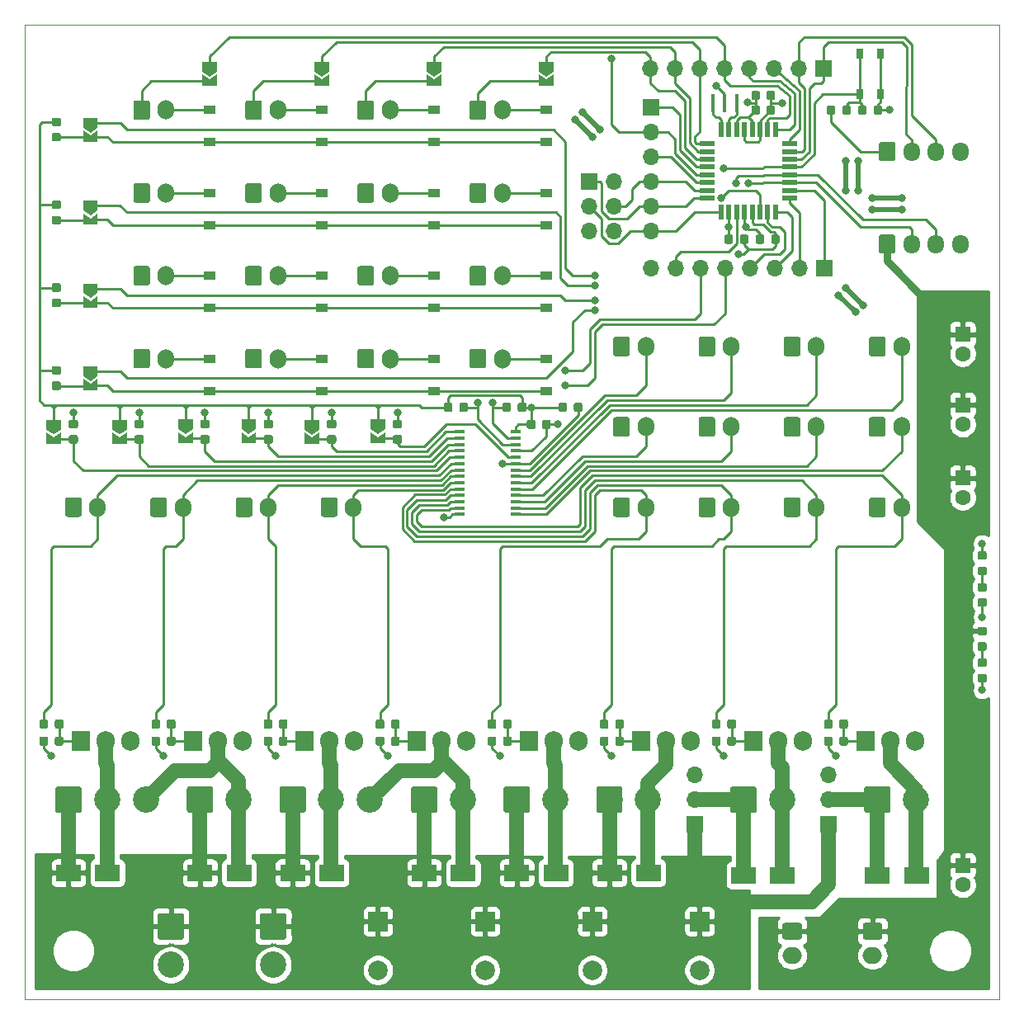
<source format=gbr>
G04 #@! TF.GenerationSoftware,KiCad,Pcbnew,(5.1.0)-1*
G04 #@! TF.CreationDate,2021-07-08T22:58:53+02:00*
G04 #@! TF.ProjectId,test-case-controller,74657374-2d63-4617-9365-2d636f6e7472,V1.0*
G04 #@! TF.SameCoordinates,Original*
G04 #@! TF.FileFunction,Copper,L1,Top*
G04 #@! TF.FilePolarity,Positive*
%FSLAX46Y46*%
G04 Gerber Fmt 4.6, Leading zero omitted, Abs format (unit mm)*
G04 Created by KiCad (PCBNEW (5.1.0)-1) date 2021-07-08 22:58:53*
%MOMM*%
%LPD*%
G04 APERTURE LIST*
%ADD10C,0.050000*%
%ADD11R,1.905000X2.000000*%
%ADD12O,1.905000X2.000000*%
%ADD13R,2.000000X2.000000*%
%ADD14C,2.000000*%
%ADD15O,1.700000X1.700000*%
%ADD16R,1.700000X1.700000*%
%ADD17C,0.300000*%
%ADD18C,0.150000*%
%ADD19C,1.700000*%
%ADD20O,1.700000X2.000000*%
%ADD21C,0.875000*%
%ADD22R,1.600000X1.600000*%
%ADD23C,1.600000*%
%ADD24R,2.500000X1.800000*%
%ADD25R,1.200000X0.900000*%
%ADD26O,1.700000X1.950000*%
%ADD27C,2.700000*%
%ADD28O,2.000000X1.700000*%
%ADD29R,0.550000X1.600000*%
%ADD30R,1.600000X0.550000*%
%ADD31R,1.100000X0.400000*%
%ADD32R,0.400000X1.900000*%
%ADD33R,0.650000X1.050000*%
%ADD34C,0.800000*%
%ADD35C,0.250000*%
%ADD36C,0.500000*%
%ADD37C,0.750000*%
%ADD38C,1.500000*%
%ADD39C,0.254000*%
G04 APERTURE END LIST*
D10*
X15000000Y-115000000D02*
X15000000Y-15000000D01*
X15000000Y-115000000D02*
X115000000Y-115000000D01*
X115000000Y-15000000D02*
X115000000Y-115000000D01*
X15000000Y-15000000D02*
X115000000Y-15000000D01*
D11*
X101250000Y-88500000D03*
D12*
X103790000Y-88500000D03*
X106330000Y-88500000D03*
D13*
X62250000Y-107000000D03*
D14*
X62250000Y-112000000D03*
D15*
X79220000Y-19500000D03*
X81760000Y-19500000D03*
X84300000Y-19500000D03*
X86840000Y-19500000D03*
X89380000Y-19500000D03*
X91920000Y-19500000D03*
X94460000Y-19500000D03*
D16*
X97000000Y-19500000D03*
D17*
X68500000Y-20750000D03*
D18*
G36*
X67750000Y-21250000D02*
G01*
X67750000Y-20100000D01*
X68500000Y-20600000D01*
X69250000Y-20100000D01*
X69250000Y-21250000D01*
X67750000Y-21250000D01*
X67750000Y-21250000D01*
G37*
D17*
X68500000Y-19300000D03*
D18*
G36*
X68500000Y-20300000D02*
G01*
X67750000Y-19800000D01*
X67750000Y-18800000D01*
X69250000Y-18800000D01*
X69250000Y-19800000D01*
X68500000Y-20300000D01*
X68500000Y-20300000D01*
G37*
G36*
X38124504Y-63501204D02*
G01*
X38148773Y-63504804D01*
X38172571Y-63510765D01*
X38195671Y-63519030D01*
X38217849Y-63529520D01*
X38238893Y-63542133D01*
X38258598Y-63556747D01*
X38276777Y-63573223D01*
X38293253Y-63591402D01*
X38307867Y-63611107D01*
X38320480Y-63632151D01*
X38330970Y-63654329D01*
X38339235Y-63677429D01*
X38345196Y-63701227D01*
X38348796Y-63725496D01*
X38350000Y-63750000D01*
X38350000Y-65250000D01*
X38348796Y-65274504D01*
X38345196Y-65298773D01*
X38339235Y-65322571D01*
X38330970Y-65345671D01*
X38320480Y-65367849D01*
X38307867Y-65388893D01*
X38293253Y-65408598D01*
X38276777Y-65426777D01*
X38258598Y-65443253D01*
X38238893Y-65457867D01*
X38217849Y-65470480D01*
X38195671Y-65480970D01*
X38172571Y-65489235D01*
X38148773Y-65495196D01*
X38124504Y-65498796D01*
X38100000Y-65500000D01*
X36900000Y-65500000D01*
X36875496Y-65498796D01*
X36851227Y-65495196D01*
X36827429Y-65489235D01*
X36804329Y-65480970D01*
X36782151Y-65470480D01*
X36761107Y-65457867D01*
X36741402Y-65443253D01*
X36723223Y-65426777D01*
X36706747Y-65408598D01*
X36692133Y-65388893D01*
X36679520Y-65367849D01*
X36669030Y-65345671D01*
X36660765Y-65322571D01*
X36654804Y-65298773D01*
X36651204Y-65274504D01*
X36650000Y-65250000D01*
X36650000Y-63750000D01*
X36651204Y-63725496D01*
X36654804Y-63701227D01*
X36660765Y-63677429D01*
X36669030Y-63654329D01*
X36679520Y-63632151D01*
X36692133Y-63611107D01*
X36706747Y-63591402D01*
X36723223Y-63573223D01*
X36741402Y-63556747D01*
X36761107Y-63542133D01*
X36782151Y-63529520D01*
X36804329Y-63519030D01*
X36827429Y-63510765D01*
X36851227Y-63504804D01*
X36875496Y-63501204D01*
X36900000Y-63500000D01*
X38100000Y-63500000D01*
X38124504Y-63501204D01*
X38124504Y-63501204D01*
G37*
D19*
X37500000Y-64500000D03*
D20*
X40000000Y-64500000D03*
D11*
X89750000Y-88500000D03*
D12*
X92290000Y-88500000D03*
X94830000Y-88500000D03*
D20*
X48750000Y-64500000D03*
D18*
G36*
X46874504Y-63501204D02*
G01*
X46898773Y-63504804D01*
X46922571Y-63510765D01*
X46945671Y-63519030D01*
X46967849Y-63529520D01*
X46988893Y-63542133D01*
X47008598Y-63556747D01*
X47026777Y-63573223D01*
X47043253Y-63591402D01*
X47057867Y-63611107D01*
X47070480Y-63632151D01*
X47080970Y-63654329D01*
X47089235Y-63677429D01*
X47095196Y-63701227D01*
X47098796Y-63725496D01*
X47100000Y-63750000D01*
X47100000Y-65250000D01*
X47098796Y-65274504D01*
X47095196Y-65298773D01*
X47089235Y-65322571D01*
X47080970Y-65345671D01*
X47070480Y-65367849D01*
X47057867Y-65388893D01*
X47043253Y-65408598D01*
X47026777Y-65426777D01*
X47008598Y-65443253D01*
X46988893Y-65457867D01*
X46967849Y-65470480D01*
X46945671Y-65480970D01*
X46922571Y-65489235D01*
X46898773Y-65495196D01*
X46874504Y-65498796D01*
X46850000Y-65500000D01*
X45650000Y-65500000D01*
X45625496Y-65498796D01*
X45601227Y-65495196D01*
X45577429Y-65489235D01*
X45554329Y-65480970D01*
X45532151Y-65470480D01*
X45511107Y-65457867D01*
X45491402Y-65443253D01*
X45473223Y-65426777D01*
X45456747Y-65408598D01*
X45442133Y-65388893D01*
X45429520Y-65367849D01*
X45419030Y-65345671D01*
X45410765Y-65322571D01*
X45404804Y-65298773D01*
X45401204Y-65274504D01*
X45400000Y-65250000D01*
X45400000Y-63750000D01*
X45401204Y-63725496D01*
X45404804Y-63701227D01*
X45410765Y-63677429D01*
X45419030Y-63654329D01*
X45429520Y-63632151D01*
X45442133Y-63611107D01*
X45456747Y-63591402D01*
X45473223Y-63573223D01*
X45491402Y-63556747D01*
X45511107Y-63542133D01*
X45532151Y-63529520D01*
X45554329Y-63519030D01*
X45577429Y-63510765D01*
X45601227Y-63504804D01*
X45625496Y-63501204D01*
X45650000Y-63500000D01*
X46850000Y-63500000D01*
X46874504Y-63501204D01*
X46874504Y-63501204D01*
G37*
D19*
X46250000Y-64500000D03*
D18*
G36*
X90702691Y-36526053D02*
G01*
X90723926Y-36529203D01*
X90744750Y-36534419D01*
X90764962Y-36541651D01*
X90784368Y-36550830D01*
X90802781Y-36561866D01*
X90820024Y-36574654D01*
X90835930Y-36589070D01*
X90850346Y-36604976D01*
X90863134Y-36622219D01*
X90874170Y-36640632D01*
X90883349Y-36660038D01*
X90890581Y-36680250D01*
X90895797Y-36701074D01*
X90898947Y-36722309D01*
X90900000Y-36743750D01*
X90900000Y-37256250D01*
X90898947Y-37277691D01*
X90895797Y-37298926D01*
X90890581Y-37319750D01*
X90883349Y-37339962D01*
X90874170Y-37359368D01*
X90863134Y-37377781D01*
X90850346Y-37395024D01*
X90835930Y-37410930D01*
X90820024Y-37425346D01*
X90802781Y-37438134D01*
X90784368Y-37449170D01*
X90764962Y-37458349D01*
X90744750Y-37465581D01*
X90723926Y-37470797D01*
X90702691Y-37473947D01*
X90681250Y-37475000D01*
X90243750Y-37475000D01*
X90222309Y-37473947D01*
X90201074Y-37470797D01*
X90180250Y-37465581D01*
X90160038Y-37458349D01*
X90140632Y-37449170D01*
X90122219Y-37438134D01*
X90104976Y-37425346D01*
X90089070Y-37410930D01*
X90074654Y-37395024D01*
X90061866Y-37377781D01*
X90050830Y-37359368D01*
X90041651Y-37339962D01*
X90034419Y-37319750D01*
X90029203Y-37298926D01*
X90026053Y-37277691D01*
X90025000Y-37256250D01*
X90025000Y-36743750D01*
X90026053Y-36722309D01*
X90029203Y-36701074D01*
X90034419Y-36680250D01*
X90041651Y-36660038D01*
X90050830Y-36640632D01*
X90061866Y-36622219D01*
X90074654Y-36604976D01*
X90089070Y-36589070D01*
X90104976Y-36574654D01*
X90122219Y-36561866D01*
X90140632Y-36550830D01*
X90160038Y-36541651D01*
X90180250Y-36534419D01*
X90201074Y-36529203D01*
X90222309Y-36526053D01*
X90243750Y-36525000D01*
X90681250Y-36525000D01*
X90702691Y-36526053D01*
X90702691Y-36526053D01*
G37*
D21*
X90462500Y-37000000D03*
D18*
G36*
X92277691Y-36526053D02*
G01*
X92298926Y-36529203D01*
X92319750Y-36534419D01*
X92339962Y-36541651D01*
X92359368Y-36550830D01*
X92377781Y-36561866D01*
X92395024Y-36574654D01*
X92410930Y-36589070D01*
X92425346Y-36604976D01*
X92438134Y-36622219D01*
X92449170Y-36640632D01*
X92458349Y-36660038D01*
X92465581Y-36680250D01*
X92470797Y-36701074D01*
X92473947Y-36722309D01*
X92475000Y-36743750D01*
X92475000Y-37256250D01*
X92473947Y-37277691D01*
X92470797Y-37298926D01*
X92465581Y-37319750D01*
X92458349Y-37339962D01*
X92449170Y-37359368D01*
X92438134Y-37377781D01*
X92425346Y-37395024D01*
X92410930Y-37410930D01*
X92395024Y-37425346D01*
X92377781Y-37438134D01*
X92359368Y-37449170D01*
X92339962Y-37458349D01*
X92319750Y-37465581D01*
X92298926Y-37470797D01*
X92277691Y-37473947D01*
X92256250Y-37475000D01*
X91818750Y-37475000D01*
X91797309Y-37473947D01*
X91776074Y-37470797D01*
X91755250Y-37465581D01*
X91735038Y-37458349D01*
X91715632Y-37449170D01*
X91697219Y-37438134D01*
X91679976Y-37425346D01*
X91664070Y-37410930D01*
X91649654Y-37395024D01*
X91636866Y-37377781D01*
X91625830Y-37359368D01*
X91616651Y-37339962D01*
X91609419Y-37319750D01*
X91604203Y-37298926D01*
X91601053Y-37277691D01*
X91600000Y-37256250D01*
X91600000Y-36743750D01*
X91601053Y-36722309D01*
X91604203Y-36701074D01*
X91609419Y-36680250D01*
X91616651Y-36660038D01*
X91625830Y-36640632D01*
X91636866Y-36622219D01*
X91649654Y-36604976D01*
X91664070Y-36589070D01*
X91679976Y-36574654D01*
X91697219Y-36561866D01*
X91715632Y-36550830D01*
X91735038Y-36541651D01*
X91755250Y-36534419D01*
X91776074Y-36529203D01*
X91797309Y-36526053D01*
X91818750Y-36525000D01*
X92256250Y-36525000D01*
X92277691Y-36526053D01*
X92277691Y-36526053D01*
G37*
D21*
X92037500Y-37000000D03*
D18*
G36*
X91815191Y-23276053D02*
G01*
X91836426Y-23279203D01*
X91857250Y-23284419D01*
X91877462Y-23291651D01*
X91896868Y-23300830D01*
X91915281Y-23311866D01*
X91932524Y-23324654D01*
X91948430Y-23339070D01*
X91962846Y-23354976D01*
X91975634Y-23372219D01*
X91986670Y-23390632D01*
X91995849Y-23410038D01*
X92003081Y-23430250D01*
X92008297Y-23451074D01*
X92011447Y-23472309D01*
X92012500Y-23493750D01*
X92012500Y-24006250D01*
X92011447Y-24027691D01*
X92008297Y-24048926D01*
X92003081Y-24069750D01*
X91995849Y-24089962D01*
X91986670Y-24109368D01*
X91975634Y-24127781D01*
X91962846Y-24145024D01*
X91948430Y-24160930D01*
X91932524Y-24175346D01*
X91915281Y-24188134D01*
X91896868Y-24199170D01*
X91877462Y-24208349D01*
X91857250Y-24215581D01*
X91836426Y-24220797D01*
X91815191Y-24223947D01*
X91793750Y-24225000D01*
X91356250Y-24225000D01*
X91334809Y-24223947D01*
X91313574Y-24220797D01*
X91292750Y-24215581D01*
X91272538Y-24208349D01*
X91253132Y-24199170D01*
X91234719Y-24188134D01*
X91217476Y-24175346D01*
X91201570Y-24160930D01*
X91187154Y-24145024D01*
X91174366Y-24127781D01*
X91163330Y-24109368D01*
X91154151Y-24089962D01*
X91146919Y-24069750D01*
X91141703Y-24048926D01*
X91138553Y-24027691D01*
X91137500Y-24006250D01*
X91137500Y-23493750D01*
X91138553Y-23472309D01*
X91141703Y-23451074D01*
X91146919Y-23430250D01*
X91154151Y-23410038D01*
X91163330Y-23390632D01*
X91174366Y-23372219D01*
X91187154Y-23354976D01*
X91201570Y-23339070D01*
X91217476Y-23324654D01*
X91234719Y-23311866D01*
X91253132Y-23300830D01*
X91272538Y-23291651D01*
X91292750Y-23284419D01*
X91313574Y-23279203D01*
X91334809Y-23276053D01*
X91356250Y-23275000D01*
X91793750Y-23275000D01*
X91815191Y-23276053D01*
X91815191Y-23276053D01*
G37*
D21*
X91575000Y-23750000D03*
D18*
G36*
X90240191Y-23276053D02*
G01*
X90261426Y-23279203D01*
X90282250Y-23284419D01*
X90302462Y-23291651D01*
X90321868Y-23300830D01*
X90340281Y-23311866D01*
X90357524Y-23324654D01*
X90373430Y-23339070D01*
X90387846Y-23354976D01*
X90400634Y-23372219D01*
X90411670Y-23390632D01*
X90420849Y-23410038D01*
X90428081Y-23430250D01*
X90433297Y-23451074D01*
X90436447Y-23472309D01*
X90437500Y-23493750D01*
X90437500Y-24006250D01*
X90436447Y-24027691D01*
X90433297Y-24048926D01*
X90428081Y-24069750D01*
X90420849Y-24089962D01*
X90411670Y-24109368D01*
X90400634Y-24127781D01*
X90387846Y-24145024D01*
X90373430Y-24160930D01*
X90357524Y-24175346D01*
X90340281Y-24188134D01*
X90321868Y-24199170D01*
X90302462Y-24208349D01*
X90282250Y-24215581D01*
X90261426Y-24220797D01*
X90240191Y-24223947D01*
X90218750Y-24225000D01*
X89781250Y-24225000D01*
X89759809Y-24223947D01*
X89738574Y-24220797D01*
X89717750Y-24215581D01*
X89697538Y-24208349D01*
X89678132Y-24199170D01*
X89659719Y-24188134D01*
X89642476Y-24175346D01*
X89626570Y-24160930D01*
X89612154Y-24145024D01*
X89599366Y-24127781D01*
X89588330Y-24109368D01*
X89579151Y-24089962D01*
X89571919Y-24069750D01*
X89566703Y-24048926D01*
X89563553Y-24027691D01*
X89562500Y-24006250D01*
X89562500Y-23493750D01*
X89563553Y-23472309D01*
X89566703Y-23451074D01*
X89571919Y-23430250D01*
X89579151Y-23410038D01*
X89588330Y-23390632D01*
X89599366Y-23372219D01*
X89612154Y-23354976D01*
X89626570Y-23339070D01*
X89642476Y-23324654D01*
X89659719Y-23311866D01*
X89678132Y-23300830D01*
X89697538Y-23291651D01*
X89717750Y-23284419D01*
X89738574Y-23279203D01*
X89759809Y-23276053D01*
X89781250Y-23275000D01*
X90218750Y-23275000D01*
X90240191Y-23276053D01*
X90240191Y-23276053D01*
G37*
D21*
X90000000Y-23750000D03*
D18*
G36*
X90240191Y-21776053D02*
G01*
X90261426Y-21779203D01*
X90282250Y-21784419D01*
X90302462Y-21791651D01*
X90321868Y-21800830D01*
X90340281Y-21811866D01*
X90357524Y-21824654D01*
X90373430Y-21839070D01*
X90387846Y-21854976D01*
X90400634Y-21872219D01*
X90411670Y-21890632D01*
X90420849Y-21910038D01*
X90428081Y-21930250D01*
X90433297Y-21951074D01*
X90436447Y-21972309D01*
X90437500Y-21993750D01*
X90437500Y-22506250D01*
X90436447Y-22527691D01*
X90433297Y-22548926D01*
X90428081Y-22569750D01*
X90420849Y-22589962D01*
X90411670Y-22609368D01*
X90400634Y-22627781D01*
X90387846Y-22645024D01*
X90373430Y-22660930D01*
X90357524Y-22675346D01*
X90340281Y-22688134D01*
X90321868Y-22699170D01*
X90302462Y-22708349D01*
X90282250Y-22715581D01*
X90261426Y-22720797D01*
X90240191Y-22723947D01*
X90218750Y-22725000D01*
X89781250Y-22725000D01*
X89759809Y-22723947D01*
X89738574Y-22720797D01*
X89717750Y-22715581D01*
X89697538Y-22708349D01*
X89678132Y-22699170D01*
X89659719Y-22688134D01*
X89642476Y-22675346D01*
X89626570Y-22660930D01*
X89612154Y-22645024D01*
X89599366Y-22627781D01*
X89588330Y-22609368D01*
X89579151Y-22589962D01*
X89571919Y-22569750D01*
X89566703Y-22548926D01*
X89563553Y-22527691D01*
X89562500Y-22506250D01*
X89562500Y-21993750D01*
X89563553Y-21972309D01*
X89566703Y-21951074D01*
X89571919Y-21930250D01*
X89579151Y-21910038D01*
X89588330Y-21890632D01*
X89599366Y-21872219D01*
X89612154Y-21854976D01*
X89626570Y-21839070D01*
X89642476Y-21824654D01*
X89659719Y-21811866D01*
X89678132Y-21800830D01*
X89697538Y-21791651D01*
X89717750Y-21784419D01*
X89738574Y-21779203D01*
X89759809Y-21776053D01*
X89781250Y-21775000D01*
X90218750Y-21775000D01*
X90240191Y-21776053D01*
X90240191Y-21776053D01*
G37*
D21*
X90000000Y-22250000D03*
D18*
G36*
X91815191Y-21776053D02*
G01*
X91836426Y-21779203D01*
X91857250Y-21784419D01*
X91877462Y-21791651D01*
X91896868Y-21800830D01*
X91915281Y-21811866D01*
X91932524Y-21824654D01*
X91948430Y-21839070D01*
X91962846Y-21854976D01*
X91975634Y-21872219D01*
X91986670Y-21890632D01*
X91995849Y-21910038D01*
X92003081Y-21930250D01*
X92008297Y-21951074D01*
X92011447Y-21972309D01*
X92012500Y-21993750D01*
X92012500Y-22506250D01*
X92011447Y-22527691D01*
X92008297Y-22548926D01*
X92003081Y-22569750D01*
X91995849Y-22589962D01*
X91986670Y-22609368D01*
X91975634Y-22627781D01*
X91962846Y-22645024D01*
X91948430Y-22660930D01*
X91932524Y-22675346D01*
X91915281Y-22688134D01*
X91896868Y-22699170D01*
X91877462Y-22708349D01*
X91857250Y-22715581D01*
X91836426Y-22720797D01*
X91815191Y-22723947D01*
X91793750Y-22725000D01*
X91356250Y-22725000D01*
X91334809Y-22723947D01*
X91313574Y-22720797D01*
X91292750Y-22715581D01*
X91272538Y-22708349D01*
X91253132Y-22699170D01*
X91234719Y-22688134D01*
X91217476Y-22675346D01*
X91201570Y-22660930D01*
X91187154Y-22645024D01*
X91174366Y-22627781D01*
X91163330Y-22609368D01*
X91154151Y-22589962D01*
X91146919Y-22569750D01*
X91141703Y-22548926D01*
X91138553Y-22527691D01*
X91137500Y-22506250D01*
X91137500Y-21993750D01*
X91138553Y-21972309D01*
X91141703Y-21951074D01*
X91146919Y-21930250D01*
X91154151Y-21910038D01*
X91163330Y-21890632D01*
X91174366Y-21872219D01*
X91187154Y-21854976D01*
X91201570Y-21839070D01*
X91217476Y-21824654D01*
X91234719Y-21811866D01*
X91253132Y-21800830D01*
X91272538Y-21791651D01*
X91292750Y-21784419D01*
X91313574Y-21779203D01*
X91334809Y-21776053D01*
X91356250Y-21775000D01*
X91793750Y-21775000D01*
X91815191Y-21776053D01*
X91815191Y-21776053D01*
G37*
D21*
X91575000Y-22250000D03*
D18*
G36*
X87490191Y-36526053D02*
G01*
X87511426Y-36529203D01*
X87532250Y-36534419D01*
X87552462Y-36541651D01*
X87571868Y-36550830D01*
X87590281Y-36561866D01*
X87607524Y-36574654D01*
X87623430Y-36589070D01*
X87637846Y-36604976D01*
X87650634Y-36622219D01*
X87661670Y-36640632D01*
X87670849Y-36660038D01*
X87678081Y-36680250D01*
X87683297Y-36701074D01*
X87686447Y-36722309D01*
X87687500Y-36743750D01*
X87687500Y-37256250D01*
X87686447Y-37277691D01*
X87683297Y-37298926D01*
X87678081Y-37319750D01*
X87670849Y-37339962D01*
X87661670Y-37359368D01*
X87650634Y-37377781D01*
X87637846Y-37395024D01*
X87623430Y-37410930D01*
X87607524Y-37425346D01*
X87590281Y-37438134D01*
X87571868Y-37449170D01*
X87552462Y-37458349D01*
X87532250Y-37465581D01*
X87511426Y-37470797D01*
X87490191Y-37473947D01*
X87468750Y-37475000D01*
X87031250Y-37475000D01*
X87009809Y-37473947D01*
X86988574Y-37470797D01*
X86967750Y-37465581D01*
X86947538Y-37458349D01*
X86928132Y-37449170D01*
X86909719Y-37438134D01*
X86892476Y-37425346D01*
X86876570Y-37410930D01*
X86862154Y-37395024D01*
X86849366Y-37377781D01*
X86838330Y-37359368D01*
X86829151Y-37339962D01*
X86821919Y-37319750D01*
X86816703Y-37298926D01*
X86813553Y-37277691D01*
X86812500Y-37256250D01*
X86812500Y-36743750D01*
X86813553Y-36722309D01*
X86816703Y-36701074D01*
X86821919Y-36680250D01*
X86829151Y-36660038D01*
X86838330Y-36640632D01*
X86849366Y-36622219D01*
X86862154Y-36604976D01*
X86876570Y-36589070D01*
X86892476Y-36574654D01*
X86909719Y-36561866D01*
X86928132Y-36550830D01*
X86947538Y-36541651D01*
X86967750Y-36534419D01*
X86988574Y-36529203D01*
X87009809Y-36526053D01*
X87031250Y-36525000D01*
X87468750Y-36525000D01*
X87490191Y-36526053D01*
X87490191Y-36526053D01*
G37*
D21*
X87250000Y-37000000D03*
D18*
G36*
X89065191Y-36526053D02*
G01*
X89086426Y-36529203D01*
X89107250Y-36534419D01*
X89127462Y-36541651D01*
X89146868Y-36550830D01*
X89165281Y-36561866D01*
X89182524Y-36574654D01*
X89198430Y-36589070D01*
X89212846Y-36604976D01*
X89225634Y-36622219D01*
X89236670Y-36640632D01*
X89245849Y-36660038D01*
X89253081Y-36680250D01*
X89258297Y-36701074D01*
X89261447Y-36722309D01*
X89262500Y-36743750D01*
X89262500Y-37256250D01*
X89261447Y-37277691D01*
X89258297Y-37298926D01*
X89253081Y-37319750D01*
X89245849Y-37339962D01*
X89236670Y-37359368D01*
X89225634Y-37377781D01*
X89212846Y-37395024D01*
X89198430Y-37410930D01*
X89182524Y-37425346D01*
X89165281Y-37438134D01*
X89146868Y-37449170D01*
X89127462Y-37458349D01*
X89107250Y-37465581D01*
X89086426Y-37470797D01*
X89065191Y-37473947D01*
X89043750Y-37475000D01*
X88606250Y-37475000D01*
X88584809Y-37473947D01*
X88563574Y-37470797D01*
X88542750Y-37465581D01*
X88522538Y-37458349D01*
X88503132Y-37449170D01*
X88484719Y-37438134D01*
X88467476Y-37425346D01*
X88451570Y-37410930D01*
X88437154Y-37395024D01*
X88424366Y-37377781D01*
X88413330Y-37359368D01*
X88404151Y-37339962D01*
X88396919Y-37319750D01*
X88391703Y-37298926D01*
X88388553Y-37277691D01*
X88387500Y-37256250D01*
X88387500Y-36743750D01*
X88388553Y-36722309D01*
X88391703Y-36701074D01*
X88396919Y-36680250D01*
X88404151Y-36660038D01*
X88413330Y-36640632D01*
X88424366Y-36622219D01*
X88437154Y-36604976D01*
X88451570Y-36589070D01*
X88467476Y-36574654D01*
X88484719Y-36561866D01*
X88503132Y-36550830D01*
X88522538Y-36541651D01*
X88542750Y-36534419D01*
X88563574Y-36529203D01*
X88584809Y-36526053D01*
X88606250Y-36525000D01*
X89043750Y-36525000D01*
X89065191Y-36526053D01*
X89065191Y-36526053D01*
G37*
D21*
X88825000Y-37000000D03*
D18*
G36*
X102777691Y-23276053D02*
G01*
X102798926Y-23279203D01*
X102819750Y-23284419D01*
X102839962Y-23291651D01*
X102859368Y-23300830D01*
X102877781Y-23311866D01*
X102895024Y-23324654D01*
X102910930Y-23339070D01*
X102925346Y-23354976D01*
X102938134Y-23372219D01*
X102949170Y-23390632D01*
X102958349Y-23410038D01*
X102965581Y-23430250D01*
X102970797Y-23451074D01*
X102973947Y-23472309D01*
X102975000Y-23493750D01*
X102975000Y-24006250D01*
X102973947Y-24027691D01*
X102970797Y-24048926D01*
X102965581Y-24069750D01*
X102958349Y-24089962D01*
X102949170Y-24109368D01*
X102938134Y-24127781D01*
X102925346Y-24145024D01*
X102910930Y-24160930D01*
X102895024Y-24175346D01*
X102877781Y-24188134D01*
X102859368Y-24199170D01*
X102839962Y-24208349D01*
X102819750Y-24215581D01*
X102798926Y-24220797D01*
X102777691Y-24223947D01*
X102756250Y-24225000D01*
X102318750Y-24225000D01*
X102297309Y-24223947D01*
X102276074Y-24220797D01*
X102255250Y-24215581D01*
X102235038Y-24208349D01*
X102215632Y-24199170D01*
X102197219Y-24188134D01*
X102179976Y-24175346D01*
X102164070Y-24160930D01*
X102149654Y-24145024D01*
X102136866Y-24127781D01*
X102125830Y-24109368D01*
X102116651Y-24089962D01*
X102109419Y-24069750D01*
X102104203Y-24048926D01*
X102101053Y-24027691D01*
X102100000Y-24006250D01*
X102100000Y-23493750D01*
X102101053Y-23472309D01*
X102104203Y-23451074D01*
X102109419Y-23430250D01*
X102116651Y-23410038D01*
X102125830Y-23390632D01*
X102136866Y-23372219D01*
X102149654Y-23354976D01*
X102164070Y-23339070D01*
X102179976Y-23324654D01*
X102197219Y-23311866D01*
X102215632Y-23300830D01*
X102235038Y-23291651D01*
X102255250Y-23284419D01*
X102276074Y-23279203D01*
X102297309Y-23276053D01*
X102318750Y-23275000D01*
X102756250Y-23275000D01*
X102777691Y-23276053D01*
X102777691Y-23276053D01*
G37*
D21*
X102537500Y-23750000D03*
D18*
G36*
X101202691Y-23276053D02*
G01*
X101223926Y-23279203D01*
X101244750Y-23284419D01*
X101264962Y-23291651D01*
X101284368Y-23300830D01*
X101302781Y-23311866D01*
X101320024Y-23324654D01*
X101335930Y-23339070D01*
X101350346Y-23354976D01*
X101363134Y-23372219D01*
X101374170Y-23390632D01*
X101383349Y-23410038D01*
X101390581Y-23430250D01*
X101395797Y-23451074D01*
X101398947Y-23472309D01*
X101400000Y-23493750D01*
X101400000Y-24006250D01*
X101398947Y-24027691D01*
X101395797Y-24048926D01*
X101390581Y-24069750D01*
X101383349Y-24089962D01*
X101374170Y-24109368D01*
X101363134Y-24127781D01*
X101350346Y-24145024D01*
X101335930Y-24160930D01*
X101320024Y-24175346D01*
X101302781Y-24188134D01*
X101284368Y-24199170D01*
X101264962Y-24208349D01*
X101244750Y-24215581D01*
X101223926Y-24220797D01*
X101202691Y-24223947D01*
X101181250Y-24225000D01*
X100743750Y-24225000D01*
X100722309Y-24223947D01*
X100701074Y-24220797D01*
X100680250Y-24215581D01*
X100660038Y-24208349D01*
X100640632Y-24199170D01*
X100622219Y-24188134D01*
X100604976Y-24175346D01*
X100589070Y-24160930D01*
X100574654Y-24145024D01*
X100561866Y-24127781D01*
X100550830Y-24109368D01*
X100541651Y-24089962D01*
X100534419Y-24069750D01*
X100529203Y-24048926D01*
X100526053Y-24027691D01*
X100525000Y-24006250D01*
X100525000Y-23493750D01*
X100526053Y-23472309D01*
X100529203Y-23451074D01*
X100534419Y-23430250D01*
X100541651Y-23410038D01*
X100550830Y-23390632D01*
X100561866Y-23372219D01*
X100574654Y-23354976D01*
X100589070Y-23339070D01*
X100604976Y-23324654D01*
X100622219Y-23311866D01*
X100640632Y-23300830D01*
X100660038Y-23291651D01*
X100680250Y-23284419D01*
X100701074Y-23279203D01*
X100722309Y-23276053D01*
X100743750Y-23275000D01*
X101181250Y-23275000D01*
X101202691Y-23276053D01*
X101202691Y-23276053D01*
G37*
D21*
X100962500Y-23750000D03*
D18*
G36*
X67202691Y-55526053D02*
G01*
X67223926Y-55529203D01*
X67244750Y-55534419D01*
X67264962Y-55541651D01*
X67284368Y-55550830D01*
X67302781Y-55561866D01*
X67320024Y-55574654D01*
X67335930Y-55589070D01*
X67350346Y-55604976D01*
X67363134Y-55622219D01*
X67374170Y-55640632D01*
X67383349Y-55660038D01*
X67390581Y-55680250D01*
X67395797Y-55701074D01*
X67398947Y-55722309D01*
X67400000Y-55743750D01*
X67400000Y-56256250D01*
X67398947Y-56277691D01*
X67395797Y-56298926D01*
X67390581Y-56319750D01*
X67383349Y-56339962D01*
X67374170Y-56359368D01*
X67363134Y-56377781D01*
X67350346Y-56395024D01*
X67335930Y-56410930D01*
X67320024Y-56425346D01*
X67302781Y-56438134D01*
X67284368Y-56449170D01*
X67264962Y-56458349D01*
X67244750Y-56465581D01*
X67223926Y-56470797D01*
X67202691Y-56473947D01*
X67181250Y-56475000D01*
X66743750Y-56475000D01*
X66722309Y-56473947D01*
X66701074Y-56470797D01*
X66680250Y-56465581D01*
X66660038Y-56458349D01*
X66640632Y-56449170D01*
X66622219Y-56438134D01*
X66604976Y-56425346D01*
X66589070Y-56410930D01*
X66574654Y-56395024D01*
X66561866Y-56377781D01*
X66550830Y-56359368D01*
X66541651Y-56339962D01*
X66534419Y-56319750D01*
X66529203Y-56298926D01*
X66526053Y-56277691D01*
X66525000Y-56256250D01*
X66525000Y-55743750D01*
X66526053Y-55722309D01*
X66529203Y-55701074D01*
X66534419Y-55680250D01*
X66541651Y-55660038D01*
X66550830Y-55640632D01*
X66561866Y-55622219D01*
X66574654Y-55604976D01*
X66589070Y-55589070D01*
X66604976Y-55574654D01*
X66622219Y-55561866D01*
X66640632Y-55550830D01*
X66660038Y-55541651D01*
X66680250Y-55534419D01*
X66701074Y-55529203D01*
X66722309Y-55526053D01*
X66743750Y-55525000D01*
X67181250Y-55525000D01*
X67202691Y-55526053D01*
X67202691Y-55526053D01*
G37*
D21*
X66962500Y-56000000D03*
D18*
G36*
X68777691Y-55526053D02*
G01*
X68798926Y-55529203D01*
X68819750Y-55534419D01*
X68839962Y-55541651D01*
X68859368Y-55550830D01*
X68877781Y-55561866D01*
X68895024Y-55574654D01*
X68910930Y-55589070D01*
X68925346Y-55604976D01*
X68938134Y-55622219D01*
X68949170Y-55640632D01*
X68958349Y-55660038D01*
X68965581Y-55680250D01*
X68970797Y-55701074D01*
X68973947Y-55722309D01*
X68975000Y-55743750D01*
X68975000Y-56256250D01*
X68973947Y-56277691D01*
X68970797Y-56298926D01*
X68965581Y-56319750D01*
X68958349Y-56339962D01*
X68949170Y-56359368D01*
X68938134Y-56377781D01*
X68925346Y-56395024D01*
X68910930Y-56410930D01*
X68895024Y-56425346D01*
X68877781Y-56438134D01*
X68859368Y-56449170D01*
X68839962Y-56458349D01*
X68819750Y-56465581D01*
X68798926Y-56470797D01*
X68777691Y-56473947D01*
X68756250Y-56475000D01*
X68318750Y-56475000D01*
X68297309Y-56473947D01*
X68276074Y-56470797D01*
X68255250Y-56465581D01*
X68235038Y-56458349D01*
X68215632Y-56449170D01*
X68197219Y-56438134D01*
X68179976Y-56425346D01*
X68164070Y-56410930D01*
X68149654Y-56395024D01*
X68136866Y-56377781D01*
X68125830Y-56359368D01*
X68116651Y-56339962D01*
X68109419Y-56319750D01*
X68104203Y-56298926D01*
X68101053Y-56277691D01*
X68100000Y-56256250D01*
X68100000Y-55743750D01*
X68101053Y-55722309D01*
X68104203Y-55701074D01*
X68109419Y-55680250D01*
X68116651Y-55660038D01*
X68125830Y-55640632D01*
X68136866Y-55622219D01*
X68149654Y-55604976D01*
X68164070Y-55589070D01*
X68179976Y-55574654D01*
X68197219Y-55561866D01*
X68215632Y-55550830D01*
X68235038Y-55541651D01*
X68255250Y-55534419D01*
X68276074Y-55529203D01*
X68297309Y-55526053D01*
X68318750Y-55525000D01*
X68756250Y-55525000D01*
X68777691Y-55526053D01*
X68777691Y-55526053D01*
G37*
D21*
X68537500Y-56000000D03*
D22*
X111250000Y-46750000D03*
D23*
X111250000Y-48750000D03*
D24*
X19500000Y-102000000D03*
X23500000Y-102000000D03*
X33000000Y-102000000D03*
X37000000Y-102000000D03*
X42500000Y-102000000D03*
X46500000Y-102000000D03*
X60000000Y-102000000D03*
X56000000Y-102000000D03*
X65500000Y-102000000D03*
X69500000Y-102000000D03*
X79000000Y-102000000D03*
X75000000Y-102000000D03*
X88750000Y-102250000D03*
X92750000Y-102250000D03*
X106500000Y-102250000D03*
X102500000Y-102250000D03*
D25*
X34000000Y-27050000D03*
X34000000Y-23750000D03*
X34000000Y-32250000D03*
X34000000Y-35550000D03*
X34000000Y-40750000D03*
X34000000Y-44050000D03*
X34000000Y-49250000D03*
X34000000Y-52550000D03*
X45500000Y-27050000D03*
X45500000Y-23750000D03*
X45500000Y-35550000D03*
X45500000Y-32250000D03*
X45500000Y-44050000D03*
X45500000Y-40750000D03*
X45500000Y-49250000D03*
X45500000Y-52550000D03*
X57000000Y-23750000D03*
X57000000Y-27050000D03*
X57000000Y-32250000D03*
X57000000Y-35550000D03*
X57000000Y-44050000D03*
X57000000Y-40750000D03*
X57000000Y-52550000D03*
X57000000Y-49250000D03*
X68500000Y-27050000D03*
X68500000Y-23750000D03*
X68500000Y-35550000D03*
X68500000Y-32250000D03*
X68500000Y-40750000D03*
X68500000Y-44050000D03*
X68500000Y-49250000D03*
X68500000Y-52550000D03*
D16*
X72898000Y-31115000D03*
D15*
X75438000Y-31115000D03*
X72898000Y-33655000D03*
X75438000Y-33655000D03*
X72898000Y-36195000D03*
X75438000Y-36195000D03*
D26*
X111000000Y-37500000D03*
X108500000Y-37500000D03*
X106000000Y-37500000D03*
D18*
G36*
X104124504Y-36526204D02*
G01*
X104148773Y-36529804D01*
X104172571Y-36535765D01*
X104195671Y-36544030D01*
X104217849Y-36554520D01*
X104238893Y-36567133D01*
X104258598Y-36581747D01*
X104276777Y-36598223D01*
X104293253Y-36616402D01*
X104307867Y-36636107D01*
X104320480Y-36657151D01*
X104330970Y-36679329D01*
X104339235Y-36702429D01*
X104345196Y-36726227D01*
X104348796Y-36750496D01*
X104350000Y-36775000D01*
X104350000Y-38225000D01*
X104348796Y-38249504D01*
X104345196Y-38273773D01*
X104339235Y-38297571D01*
X104330970Y-38320671D01*
X104320480Y-38342849D01*
X104307867Y-38363893D01*
X104293253Y-38383598D01*
X104276777Y-38401777D01*
X104258598Y-38418253D01*
X104238893Y-38432867D01*
X104217849Y-38445480D01*
X104195671Y-38455970D01*
X104172571Y-38464235D01*
X104148773Y-38470196D01*
X104124504Y-38473796D01*
X104100000Y-38475000D01*
X102900000Y-38475000D01*
X102875496Y-38473796D01*
X102851227Y-38470196D01*
X102827429Y-38464235D01*
X102804329Y-38455970D01*
X102782151Y-38445480D01*
X102761107Y-38432867D01*
X102741402Y-38418253D01*
X102723223Y-38401777D01*
X102706747Y-38383598D01*
X102692133Y-38363893D01*
X102679520Y-38342849D01*
X102669030Y-38320671D01*
X102660765Y-38297571D01*
X102654804Y-38273773D01*
X102651204Y-38249504D01*
X102650000Y-38225000D01*
X102650000Y-36775000D01*
X102651204Y-36750496D01*
X102654804Y-36726227D01*
X102660765Y-36702429D01*
X102669030Y-36679329D01*
X102679520Y-36657151D01*
X102692133Y-36636107D01*
X102706747Y-36616402D01*
X102723223Y-36598223D01*
X102741402Y-36581747D01*
X102761107Y-36567133D01*
X102782151Y-36554520D01*
X102804329Y-36544030D01*
X102827429Y-36535765D01*
X102851227Y-36529804D01*
X102875496Y-36526204D01*
X102900000Y-36525000D01*
X104100000Y-36525000D01*
X104124504Y-36526204D01*
X104124504Y-36526204D01*
G37*
D19*
X103500000Y-37500000D03*
D18*
G36*
X104124504Y-27026204D02*
G01*
X104148773Y-27029804D01*
X104172571Y-27035765D01*
X104195671Y-27044030D01*
X104217849Y-27054520D01*
X104238893Y-27067133D01*
X104258598Y-27081747D01*
X104276777Y-27098223D01*
X104293253Y-27116402D01*
X104307867Y-27136107D01*
X104320480Y-27157151D01*
X104330970Y-27179329D01*
X104339235Y-27202429D01*
X104345196Y-27226227D01*
X104348796Y-27250496D01*
X104350000Y-27275000D01*
X104350000Y-28725000D01*
X104348796Y-28749504D01*
X104345196Y-28773773D01*
X104339235Y-28797571D01*
X104330970Y-28820671D01*
X104320480Y-28842849D01*
X104307867Y-28863893D01*
X104293253Y-28883598D01*
X104276777Y-28901777D01*
X104258598Y-28918253D01*
X104238893Y-28932867D01*
X104217849Y-28945480D01*
X104195671Y-28955970D01*
X104172571Y-28964235D01*
X104148773Y-28970196D01*
X104124504Y-28973796D01*
X104100000Y-28975000D01*
X102900000Y-28975000D01*
X102875496Y-28973796D01*
X102851227Y-28970196D01*
X102827429Y-28964235D01*
X102804329Y-28955970D01*
X102782151Y-28945480D01*
X102761107Y-28932867D01*
X102741402Y-28918253D01*
X102723223Y-28901777D01*
X102706747Y-28883598D01*
X102692133Y-28863893D01*
X102679520Y-28842849D01*
X102669030Y-28820671D01*
X102660765Y-28797571D01*
X102654804Y-28773773D01*
X102651204Y-28749504D01*
X102650000Y-28725000D01*
X102650000Y-27275000D01*
X102651204Y-27250496D01*
X102654804Y-27226227D01*
X102660765Y-27202429D01*
X102669030Y-27179329D01*
X102679520Y-27157151D01*
X102692133Y-27136107D01*
X102706747Y-27116402D01*
X102723223Y-27098223D01*
X102741402Y-27081747D01*
X102761107Y-27067133D01*
X102782151Y-27054520D01*
X102804329Y-27044030D01*
X102827429Y-27035765D01*
X102851227Y-27029804D01*
X102875496Y-27026204D01*
X102900000Y-27025000D01*
X104100000Y-27025000D01*
X104124504Y-27026204D01*
X104124504Y-27026204D01*
G37*
D19*
X103500000Y-28000000D03*
D26*
X106000000Y-28000000D03*
X108500000Y-28000000D03*
X111000000Y-28000000D03*
D16*
X79250000Y-23500000D03*
D15*
X79250000Y-26040000D03*
X79250000Y-28580000D03*
X79250000Y-31120000D03*
X79250000Y-33660000D03*
X79250000Y-36200000D03*
D16*
X97030000Y-40000000D03*
D15*
X94490000Y-40000000D03*
X91950000Y-40000000D03*
X89410000Y-40000000D03*
X86870000Y-40000000D03*
X84330000Y-40000000D03*
X81790000Y-40000000D03*
X79250000Y-40000000D03*
D18*
G36*
X27624504Y-31251204D02*
G01*
X27648773Y-31254804D01*
X27672571Y-31260765D01*
X27695671Y-31269030D01*
X27717849Y-31279520D01*
X27738893Y-31292133D01*
X27758598Y-31306747D01*
X27776777Y-31323223D01*
X27793253Y-31341402D01*
X27807867Y-31361107D01*
X27820480Y-31382151D01*
X27830970Y-31404329D01*
X27839235Y-31427429D01*
X27845196Y-31451227D01*
X27848796Y-31475496D01*
X27850000Y-31500000D01*
X27850000Y-33000000D01*
X27848796Y-33024504D01*
X27845196Y-33048773D01*
X27839235Y-33072571D01*
X27830970Y-33095671D01*
X27820480Y-33117849D01*
X27807867Y-33138893D01*
X27793253Y-33158598D01*
X27776777Y-33176777D01*
X27758598Y-33193253D01*
X27738893Y-33207867D01*
X27717849Y-33220480D01*
X27695671Y-33230970D01*
X27672571Y-33239235D01*
X27648773Y-33245196D01*
X27624504Y-33248796D01*
X27600000Y-33250000D01*
X26400000Y-33250000D01*
X26375496Y-33248796D01*
X26351227Y-33245196D01*
X26327429Y-33239235D01*
X26304329Y-33230970D01*
X26282151Y-33220480D01*
X26261107Y-33207867D01*
X26241402Y-33193253D01*
X26223223Y-33176777D01*
X26206747Y-33158598D01*
X26192133Y-33138893D01*
X26179520Y-33117849D01*
X26169030Y-33095671D01*
X26160765Y-33072571D01*
X26154804Y-33048773D01*
X26151204Y-33024504D01*
X26150000Y-33000000D01*
X26150000Y-31500000D01*
X26151204Y-31475496D01*
X26154804Y-31451227D01*
X26160765Y-31427429D01*
X26169030Y-31404329D01*
X26179520Y-31382151D01*
X26192133Y-31361107D01*
X26206747Y-31341402D01*
X26223223Y-31323223D01*
X26241402Y-31306747D01*
X26261107Y-31292133D01*
X26282151Y-31279520D01*
X26304329Y-31269030D01*
X26327429Y-31260765D01*
X26351227Y-31254804D01*
X26375496Y-31251204D01*
X26400000Y-31250000D01*
X27600000Y-31250000D01*
X27624504Y-31251204D01*
X27624504Y-31251204D01*
G37*
D19*
X27000000Y-32250000D03*
D20*
X29500000Y-32250000D03*
D18*
G36*
X27624504Y-39751204D02*
G01*
X27648773Y-39754804D01*
X27672571Y-39760765D01*
X27695671Y-39769030D01*
X27717849Y-39779520D01*
X27738893Y-39792133D01*
X27758598Y-39806747D01*
X27776777Y-39823223D01*
X27793253Y-39841402D01*
X27807867Y-39861107D01*
X27820480Y-39882151D01*
X27830970Y-39904329D01*
X27839235Y-39927429D01*
X27845196Y-39951227D01*
X27848796Y-39975496D01*
X27850000Y-40000000D01*
X27850000Y-41500000D01*
X27848796Y-41524504D01*
X27845196Y-41548773D01*
X27839235Y-41572571D01*
X27830970Y-41595671D01*
X27820480Y-41617849D01*
X27807867Y-41638893D01*
X27793253Y-41658598D01*
X27776777Y-41676777D01*
X27758598Y-41693253D01*
X27738893Y-41707867D01*
X27717849Y-41720480D01*
X27695671Y-41730970D01*
X27672571Y-41739235D01*
X27648773Y-41745196D01*
X27624504Y-41748796D01*
X27600000Y-41750000D01*
X26400000Y-41750000D01*
X26375496Y-41748796D01*
X26351227Y-41745196D01*
X26327429Y-41739235D01*
X26304329Y-41730970D01*
X26282151Y-41720480D01*
X26261107Y-41707867D01*
X26241402Y-41693253D01*
X26223223Y-41676777D01*
X26206747Y-41658598D01*
X26192133Y-41638893D01*
X26179520Y-41617849D01*
X26169030Y-41595671D01*
X26160765Y-41572571D01*
X26154804Y-41548773D01*
X26151204Y-41524504D01*
X26150000Y-41500000D01*
X26150000Y-40000000D01*
X26151204Y-39975496D01*
X26154804Y-39951227D01*
X26160765Y-39927429D01*
X26169030Y-39904329D01*
X26179520Y-39882151D01*
X26192133Y-39861107D01*
X26206747Y-39841402D01*
X26223223Y-39823223D01*
X26241402Y-39806747D01*
X26261107Y-39792133D01*
X26282151Y-39779520D01*
X26304329Y-39769030D01*
X26327429Y-39760765D01*
X26351227Y-39754804D01*
X26375496Y-39751204D01*
X26400000Y-39750000D01*
X27600000Y-39750000D01*
X27624504Y-39751204D01*
X27624504Y-39751204D01*
G37*
D19*
X27000000Y-40750000D03*
D20*
X29500000Y-40750000D03*
X29500000Y-49250000D03*
D18*
G36*
X27624504Y-48251204D02*
G01*
X27648773Y-48254804D01*
X27672571Y-48260765D01*
X27695671Y-48269030D01*
X27717849Y-48279520D01*
X27738893Y-48292133D01*
X27758598Y-48306747D01*
X27776777Y-48323223D01*
X27793253Y-48341402D01*
X27807867Y-48361107D01*
X27820480Y-48382151D01*
X27830970Y-48404329D01*
X27839235Y-48427429D01*
X27845196Y-48451227D01*
X27848796Y-48475496D01*
X27850000Y-48500000D01*
X27850000Y-50000000D01*
X27848796Y-50024504D01*
X27845196Y-50048773D01*
X27839235Y-50072571D01*
X27830970Y-50095671D01*
X27820480Y-50117849D01*
X27807867Y-50138893D01*
X27793253Y-50158598D01*
X27776777Y-50176777D01*
X27758598Y-50193253D01*
X27738893Y-50207867D01*
X27717849Y-50220480D01*
X27695671Y-50230970D01*
X27672571Y-50239235D01*
X27648773Y-50245196D01*
X27624504Y-50248796D01*
X27600000Y-50250000D01*
X26400000Y-50250000D01*
X26375496Y-50248796D01*
X26351227Y-50245196D01*
X26327429Y-50239235D01*
X26304329Y-50230970D01*
X26282151Y-50220480D01*
X26261107Y-50207867D01*
X26241402Y-50193253D01*
X26223223Y-50176777D01*
X26206747Y-50158598D01*
X26192133Y-50138893D01*
X26179520Y-50117849D01*
X26169030Y-50095671D01*
X26160765Y-50072571D01*
X26154804Y-50048773D01*
X26151204Y-50024504D01*
X26150000Y-50000000D01*
X26150000Y-48500000D01*
X26151204Y-48475496D01*
X26154804Y-48451227D01*
X26160765Y-48427429D01*
X26169030Y-48404329D01*
X26179520Y-48382151D01*
X26192133Y-48361107D01*
X26206747Y-48341402D01*
X26223223Y-48323223D01*
X26241402Y-48306747D01*
X26261107Y-48292133D01*
X26282151Y-48279520D01*
X26304329Y-48269030D01*
X26327429Y-48260765D01*
X26351227Y-48254804D01*
X26375496Y-48251204D01*
X26400000Y-48250000D01*
X27600000Y-48250000D01*
X27624504Y-48251204D01*
X27624504Y-48251204D01*
G37*
D19*
X27000000Y-49250000D03*
D20*
X41000000Y-32250000D03*
D18*
G36*
X39124504Y-31251204D02*
G01*
X39148773Y-31254804D01*
X39172571Y-31260765D01*
X39195671Y-31269030D01*
X39217849Y-31279520D01*
X39238893Y-31292133D01*
X39258598Y-31306747D01*
X39276777Y-31323223D01*
X39293253Y-31341402D01*
X39307867Y-31361107D01*
X39320480Y-31382151D01*
X39330970Y-31404329D01*
X39339235Y-31427429D01*
X39345196Y-31451227D01*
X39348796Y-31475496D01*
X39350000Y-31500000D01*
X39350000Y-33000000D01*
X39348796Y-33024504D01*
X39345196Y-33048773D01*
X39339235Y-33072571D01*
X39330970Y-33095671D01*
X39320480Y-33117849D01*
X39307867Y-33138893D01*
X39293253Y-33158598D01*
X39276777Y-33176777D01*
X39258598Y-33193253D01*
X39238893Y-33207867D01*
X39217849Y-33220480D01*
X39195671Y-33230970D01*
X39172571Y-33239235D01*
X39148773Y-33245196D01*
X39124504Y-33248796D01*
X39100000Y-33250000D01*
X37900000Y-33250000D01*
X37875496Y-33248796D01*
X37851227Y-33245196D01*
X37827429Y-33239235D01*
X37804329Y-33230970D01*
X37782151Y-33220480D01*
X37761107Y-33207867D01*
X37741402Y-33193253D01*
X37723223Y-33176777D01*
X37706747Y-33158598D01*
X37692133Y-33138893D01*
X37679520Y-33117849D01*
X37669030Y-33095671D01*
X37660765Y-33072571D01*
X37654804Y-33048773D01*
X37651204Y-33024504D01*
X37650000Y-33000000D01*
X37650000Y-31500000D01*
X37651204Y-31475496D01*
X37654804Y-31451227D01*
X37660765Y-31427429D01*
X37669030Y-31404329D01*
X37679520Y-31382151D01*
X37692133Y-31361107D01*
X37706747Y-31341402D01*
X37723223Y-31323223D01*
X37741402Y-31306747D01*
X37761107Y-31292133D01*
X37782151Y-31279520D01*
X37804329Y-31269030D01*
X37827429Y-31260765D01*
X37851227Y-31254804D01*
X37875496Y-31251204D01*
X37900000Y-31250000D01*
X39100000Y-31250000D01*
X39124504Y-31251204D01*
X39124504Y-31251204D01*
G37*
D19*
X38500000Y-32250000D03*
D20*
X41000000Y-40750000D03*
D18*
G36*
X39124504Y-39751204D02*
G01*
X39148773Y-39754804D01*
X39172571Y-39760765D01*
X39195671Y-39769030D01*
X39217849Y-39779520D01*
X39238893Y-39792133D01*
X39258598Y-39806747D01*
X39276777Y-39823223D01*
X39293253Y-39841402D01*
X39307867Y-39861107D01*
X39320480Y-39882151D01*
X39330970Y-39904329D01*
X39339235Y-39927429D01*
X39345196Y-39951227D01*
X39348796Y-39975496D01*
X39350000Y-40000000D01*
X39350000Y-41500000D01*
X39348796Y-41524504D01*
X39345196Y-41548773D01*
X39339235Y-41572571D01*
X39330970Y-41595671D01*
X39320480Y-41617849D01*
X39307867Y-41638893D01*
X39293253Y-41658598D01*
X39276777Y-41676777D01*
X39258598Y-41693253D01*
X39238893Y-41707867D01*
X39217849Y-41720480D01*
X39195671Y-41730970D01*
X39172571Y-41739235D01*
X39148773Y-41745196D01*
X39124504Y-41748796D01*
X39100000Y-41750000D01*
X37900000Y-41750000D01*
X37875496Y-41748796D01*
X37851227Y-41745196D01*
X37827429Y-41739235D01*
X37804329Y-41730970D01*
X37782151Y-41720480D01*
X37761107Y-41707867D01*
X37741402Y-41693253D01*
X37723223Y-41676777D01*
X37706747Y-41658598D01*
X37692133Y-41638893D01*
X37679520Y-41617849D01*
X37669030Y-41595671D01*
X37660765Y-41572571D01*
X37654804Y-41548773D01*
X37651204Y-41524504D01*
X37650000Y-41500000D01*
X37650000Y-40000000D01*
X37651204Y-39975496D01*
X37654804Y-39951227D01*
X37660765Y-39927429D01*
X37669030Y-39904329D01*
X37679520Y-39882151D01*
X37692133Y-39861107D01*
X37706747Y-39841402D01*
X37723223Y-39823223D01*
X37741402Y-39806747D01*
X37761107Y-39792133D01*
X37782151Y-39779520D01*
X37804329Y-39769030D01*
X37827429Y-39760765D01*
X37851227Y-39754804D01*
X37875496Y-39751204D01*
X37900000Y-39750000D01*
X39100000Y-39750000D01*
X39124504Y-39751204D01*
X39124504Y-39751204D01*
G37*
D19*
X38500000Y-40750000D03*
D18*
G36*
X39124504Y-48251204D02*
G01*
X39148773Y-48254804D01*
X39172571Y-48260765D01*
X39195671Y-48269030D01*
X39217849Y-48279520D01*
X39238893Y-48292133D01*
X39258598Y-48306747D01*
X39276777Y-48323223D01*
X39293253Y-48341402D01*
X39307867Y-48361107D01*
X39320480Y-48382151D01*
X39330970Y-48404329D01*
X39339235Y-48427429D01*
X39345196Y-48451227D01*
X39348796Y-48475496D01*
X39350000Y-48500000D01*
X39350000Y-50000000D01*
X39348796Y-50024504D01*
X39345196Y-50048773D01*
X39339235Y-50072571D01*
X39330970Y-50095671D01*
X39320480Y-50117849D01*
X39307867Y-50138893D01*
X39293253Y-50158598D01*
X39276777Y-50176777D01*
X39258598Y-50193253D01*
X39238893Y-50207867D01*
X39217849Y-50220480D01*
X39195671Y-50230970D01*
X39172571Y-50239235D01*
X39148773Y-50245196D01*
X39124504Y-50248796D01*
X39100000Y-50250000D01*
X37900000Y-50250000D01*
X37875496Y-50248796D01*
X37851227Y-50245196D01*
X37827429Y-50239235D01*
X37804329Y-50230970D01*
X37782151Y-50220480D01*
X37761107Y-50207867D01*
X37741402Y-50193253D01*
X37723223Y-50176777D01*
X37706747Y-50158598D01*
X37692133Y-50138893D01*
X37679520Y-50117849D01*
X37669030Y-50095671D01*
X37660765Y-50072571D01*
X37654804Y-50048773D01*
X37651204Y-50024504D01*
X37650000Y-50000000D01*
X37650000Y-48500000D01*
X37651204Y-48475496D01*
X37654804Y-48451227D01*
X37660765Y-48427429D01*
X37669030Y-48404329D01*
X37679520Y-48382151D01*
X37692133Y-48361107D01*
X37706747Y-48341402D01*
X37723223Y-48323223D01*
X37741402Y-48306747D01*
X37761107Y-48292133D01*
X37782151Y-48279520D01*
X37804329Y-48269030D01*
X37827429Y-48260765D01*
X37851227Y-48254804D01*
X37875496Y-48251204D01*
X37900000Y-48250000D01*
X39100000Y-48250000D01*
X39124504Y-48251204D01*
X39124504Y-48251204D01*
G37*
D19*
X38500000Y-49250000D03*
D20*
X41000000Y-49250000D03*
D18*
G36*
X50624504Y-31251204D02*
G01*
X50648773Y-31254804D01*
X50672571Y-31260765D01*
X50695671Y-31269030D01*
X50717849Y-31279520D01*
X50738893Y-31292133D01*
X50758598Y-31306747D01*
X50776777Y-31323223D01*
X50793253Y-31341402D01*
X50807867Y-31361107D01*
X50820480Y-31382151D01*
X50830970Y-31404329D01*
X50839235Y-31427429D01*
X50845196Y-31451227D01*
X50848796Y-31475496D01*
X50850000Y-31500000D01*
X50850000Y-33000000D01*
X50848796Y-33024504D01*
X50845196Y-33048773D01*
X50839235Y-33072571D01*
X50830970Y-33095671D01*
X50820480Y-33117849D01*
X50807867Y-33138893D01*
X50793253Y-33158598D01*
X50776777Y-33176777D01*
X50758598Y-33193253D01*
X50738893Y-33207867D01*
X50717849Y-33220480D01*
X50695671Y-33230970D01*
X50672571Y-33239235D01*
X50648773Y-33245196D01*
X50624504Y-33248796D01*
X50600000Y-33250000D01*
X49400000Y-33250000D01*
X49375496Y-33248796D01*
X49351227Y-33245196D01*
X49327429Y-33239235D01*
X49304329Y-33230970D01*
X49282151Y-33220480D01*
X49261107Y-33207867D01*
X49241402Y-33193253D01*
X49223223Y-33176777D01*
X49206747Y-33158598D01*
X49192133Y-33138893D01*
X49179520Y-33117849D01*
X49169030Y-33095671D01*
X49160765Y-33072571D01*
X49154804Y-33048773D01*
X49151204Y-33024504D01*
X49150000Y-33000000D01*
X49150000Y-31500000D01*
X49151204Y-31475496D01*
X49154804Y-31451227D01*
X49160765Y-31427429D01*
X49169030Y-31404329D01*
X49179520Y-31382151D01*
X49192133Y-31361107D01*
X49206747Y-31341402D01*
X49223223Y-31323223D01*
X49241402Y-31306747D01*
X49261107Y-31292133D01*
X49282151Y-31279520D01*
X49304329Y-31269030D01*
X49327429Y-31260765D01*
X49351227Y-31254804D01*
X49375496Y-31251204D01*
X49400000Y-31250000D01*
X50600000Y-31250000D01*
X50624504Y-31251204D01*
X50624504Y-31251204D01*
G37*
D19*
X50000000Y-32250000D03*
D20*
X52500000Y-32250000D03*
X52500000Y-40750000D03*
D18*
G36*
X50624504Y-39751204D02*
G01*
X50648773Y-39754804D01*
X50672571Y-39760765D01*
X50695671Y-39769030D01*
X50717849Y-39779520D01*
X50738893Y-39792133D01*
X50758598Y-39806747D01*
X50776777Y-39823223D01*
X50793253Y-39841402D01*
X50807867Y-39861107D01*
X50820480Y-39882151D01*
X50830970Y-39904329D01*
X50839235Y-39927429D01*
X50845196Y-39951227D01*
X50848796Y-39975496D01*
X50850000Y-40000000D01*
X50850000Y-41500000D01*
X50848796Y-41524504D01*
X50845196Y-41548773D01*
X50839235Y-41572571D01*
X50830970Y-41595671D01*
X50820480Y-41617849D01*
X50807867Y-41638893D01*
X50793253Y-41658598D01*
X50776777Y-41676777D01*
X50758598Y-41693253D01*
X50738893Y-41707867D01*
X50717849Y-41720480D01*
X50695671Y-41730970D01*
X50672571Y-41739235D01*
X50648773Y-41745196D01*
X50624504Y-41748796D01*
X50600000Y-41750000D01*
X49400000Y-41750000D01*
X49375496Y-41748796D01*
X49351227Y-41745196D01*
X49327429Y-41739235D01*
X49304329Y-41730970D01*
X49282151Y-41720480D01*
X49261107Y-41707867D01*
X49241402Y-41693253D01*
X49223223Y-41676777D01*
X49206747Y-41658598D01*
X49192133Y-41638893D01*
X49179520Y-41617849D01*
X49169030Y-41595671D01*
X49160765Y-41572571D01*
X49154804Y-41548773D01*
X49151204Y-41524504D01*
X49150000Y-41500000D01*
X49150000Y-40000000D01*
X49151204Y-39975496D01*
X49154804Y-39951227D01*
X49160765Y-39927429D01*
X49169030Y-39904329D01*
X49179520Y-39882151D01*
X49192133Y-39861107D01*
X49206747Y-39841402D01*
X49223223Y-39823223D01*
X49241402Y-39806747D01*
X49261107Y-39792133D01*
X49282151Y-39779520D01*
X49304329Y-39769030D01*
X49327429Y-39760765D01*
X49351227Y-39754804D01*
X49375496Y-39751204D01*
X49400000Y-39750000D01*
X50600000Y-39750000D01*
X50624504Y-39751204D01*
X50624504Y-39751204D01*
G37*
D19*
X50000000Y-40750000D03*
D18*
G36*
X50624504Y-48251204D02*
G01*
X50648773Y-48254804D01*
X50672571Y-48260765D01*
X50695671Y-48269030D01*
X50717849Y-48279520D01*
X50738893Y-48292133D01*
X50758598Y-48306747D01*
X50776777Y-48323223D01*
X50793253Y-48341402D01*
X50807867Y-48361107D01*
X50820480Y-48382151D01*
X50830970Y-48404329D01*
X50839235Y-48427429D01*
X50845196Y-48451227D01*
X50848796Y-48475496D01*
X50850000Y-48500000D01*
X50850000Y-50000000D01*
X50848796Y-50024504D01*
X50845196Y-50048773D01*
X50839235Y-50072571D01*
X50830970Y-50095671D01*
X50820480Y-50117849D01*
X50807867Y-50138893D01*
X50793253Y-50158598D01*
X50776777Y-50176777D01*
X50758598Y-50193253D01*
X50738893Y-50207867D01*
X50717849Y-50220480D01*
X50695671Y-50230970D01*
X50672571Y-50239235D01*
X50648773Y-50245196D01*
X50624504Y-50248796D01*
X50600000Y-50250000D01*
X49400000Y-50250000D01*
X49375496Y-50248796D01*
X49351227Y-50245196D01*
X49327429Y-50239235D01*
X49304329Y-50230970D01*
X49282151Y-50220480D01*
X49261107Y-50207867D01*
X49241402Y-50193253D01*
X49223223Y-50176777D01*
X49206747Y-50158598D01*
X49192133Y-50138893D01*
X49179520Y-50117849D01*
X49169030Y-50095671D01*
X49160765Y-50072571D01*
X49154804Y-50048773D01*
X49151204Y-50024504D01*
X49150000Y-50000000D01*
X49150000Y-48500000D01*
X49151204Y-48475496D01*
X49154804Y-48451227D01*
X49160765Y-48427429D01*
X49169030Y-48404329D01*
X49179520Y-48382151D01*
X49192133Y-48361107D01*
X49206747Y-48341402D01*
X49223223Y-48323223D01*
X49241402Y-48306747D01*
X49261107Y-48292133D01*
X49282151Y-48279520D01*
X49304329Y-48269030D01*
X49327429Y-48260765D01*
X49351227Y-48254804D01*
X49375496Y-48251204D01*
X49400000Y-48250000D01*
X50600000Y-48250000D01*
X50624504Y-48251204D01*
X50624504Y-48251204D01*
G37*
D19*
X50000000Y-49250000D03*
D20*
X52500000Y-49250000D03*
X64000000Y-32250000D03*
D18*
G36*
X62124504Y-31251204D02*
G01*
X62148773Y-31254804D01*
X62172571Y-31260765D01*
X62195671Y-31269030D01*
X62217849Y-31279520D01*
X62238893Y-31292133D01*
X62258598Y-31306747D01*
X62276777Y-31323223D01*
X62293253Y-31341402D01*
X62307867Y-31361107D01*
X62320480Y-31382151D01*
X62330970Y-31404329D01*
X62339235Y-31427429D01*
X62345196Y-31451227D01*
X62348796Y-31475496D01*
X62350000Y-31500000D01*
X62350000Y-33000000D01*
X62348796Y-33024504D01*
X62345196Y-33048773D01*
X62339235Y-33072571D01*
X62330970Y-33095671D01*
X62320480Y-33117849D01*
X62307867Y-33138893D01*
X62293253Y-33158598D01*
X62276777Y-33176777D01*
X62258598Y-33193253D01*
X62238893Y-33207867D01*
X62217849Y-33220480D01*
X62195671Y-33230970D01*
X62172571Y-33239235D01*
X62148773Y-33245196D01*
X62124504Y-33248796D01*
X62100000Y-33250000D01*
X60900000Y-33250000D01*
X60875496Y-33248796D01*
X60851227Y-33245196D01*
X60827429Y-33239235D01*
X60804329Y-33230970D01*
X60782151Y-33220480D01*
X60761107Y-33207867D01*
X60741402Y-33193253D01*
X60723223Y-33176777D01*
X60706747Y-33158598D01*
X60692133Y-33138893D01*
X60679520Y-33117849D01*
X60669030Y-33095671D01*
X60660765Y-33072571D01*
X60654804Y-33048773D01*
X60651204Y-33024504D01*
X60650000Y-33000000D01*
X60650000Y-31500000D01*
X60651204Y-31475496D01*
X60654804Y-31451227D01*
X60660765Y-31427429D01*
X60669030Y-31404329D01*
X60679520Y-31382151D01*
X60692133Y-31361107D01*
X60706747Y-31341402D01*
X60723223Y-31323223D01*
X60741402Y-31306747D01*
X60761107Y-31292133D01*
X60782151Y-31279520D01*
X60804329Y-31269030D01*
X60827429Y-31260765D01*
X60851227Y-31254804D01*
X60875496Y-31251204D01*
X60900000Y-31250000D01*
X62100000Y-31250000D01*
X62124504Y-31251204D01*
X62124504Y-31251204D01*
G37*
D19*
X61500000Y-32250000D03*
D20*
X64000000Y-40750000D03*
D18*
G36*
X62124504Y-39751204D02*
G01*
X62148773Y-39754804D01*
X62172571Y-39760765D01*
X62195671Y-39769030D01*
X62217849Y-39779520D01*
X62238893Y-39792133D01*
X62258598Y-39806747D01*
X62276777Y-39823223D01*
X62293253Y-39841402D01*
X62307867Y-39861107D01*
X62320480Y-39882151D01*
X62330970Y-39904329D01*
X62339235Y-39927429D01*
X62345196Y-39951227D01*
X62348796Y-39975496D01*
X62350000Y-40000000D01*
X62350000Y-41500000D01*
X62348796Y-41524504D01*
X62345196Y-41548773D01*
X62339235Y-41572571D01*
X62330970Y-41595671D01*
X62320480Y-41617849D01*
X62307867Y-41638893D01*
X62293253Y-41658598D01*
X62276777Y-41676777D01*
X62258598Y-41693253D01*
X62238893Y-41707867D01*
X62217849Y-41720480D01*
X62195671Y-41730970D01*
X62172571Y-41739235D01*
X62148773Y-41745196D01*
X62124504Y-41748796D01*
X62100000Y-41750000D01*
X60900000Y-41750000D01*
X60875496Y-41748796D01*
X60851227Y-41745196D01*
X60827429Y-41739235D01*
X60804329Y-41730970D01*
X60782151Y-41720480D01*
X60761107Y-41707867D01*
X60741402Y-41693253D01*
X60723223Y-41676777D01*
X60706747Y-41658598D01*
X60692133Y-41638893D01*
X60679520Y-41617849D01*
X60669030Y-41595671D01*
X60660765Y-41572571D01*
X60654804Y-41548773D01*
X60651204Y-41524504D01*
X60650000Y-41500000D01*
X60650000Y-40000000D01*
X60651204Y-39975496D01*
X60654804Y-39951227D01*
X60660765Y-39927429D01*
X60669030Y-39904329D01*
X60679520Y-39882151D01*
X60692133Y-39861107D01*
X60706747Y-39841402D01*
X60723223Y-39823223D01*
X60741402Y-39806747D01*
X60761107Y-39792133D01*
X60782151Y-39779520D01*
X60804329Y-39769030D01*
X60827429Y-39760765D01*
X60851227Y-39754804D01*
X60875496Y-39751204D01*
X60900000Y-39750000D01*
X62100000Y-39750000D01*
X62124504Y-39751204D01*
X62124504Y-39751204D01*
G37*
D19*
X61500000Y-40750000D03*
D18*
G36*
X62124504Y-48251204D02*
G01*
X62148773Y-48254804D01*
X62172571Y-48260765D01*
X62195671Y-48269030D01*
X62217849Y-48279520D01*
X62238893Y-48292133D01*
X62258598Y-48306747D01*
X62276777Y-48323223D01*
X62293253Y-48341402D01*
X62307867Y-48361107D01*
X62320480Y-48382151D01*
X62330970Y-48404329D01*
X62339235Y-48427429D01*
X62345196Y-48451227D01*
X62348796Y-48475496D01*
X62350000Y-48500000D01*
X62350000Y-50000000D01*
X62348796Y-50024504D01*
X62345196Y-50048773D01*
X62339235Y-50072571D01*
X62330970Y-50095671D01*
X62320480Y-50117849D01*
X62307867Y-50138893D01*
X62293253Y-50158598D01*
X62276777Y-50176777D01*
X62258598Y-50193253D01*
X62238893Y-50207867D01*
X62217849Y-50220480D01*
X62195671Y-50230970D01*
X62172571Y-50239235D01*
X62148773Y-50245196D01*
X62124504Y-50248796D01*
X62100000Y-50250000D01*
X60900000Y-50250000D01*
X60875496Y-50248796D01*
X60851227Y-50245196D01*
X60827429Y-50239235D01*
X60804329Y-50230970D01*
X60782151Y-50220480D01*
X60761107Y-50207867D01*
X60741402Y-50193253D01*
X60723223Y-50176777D01*
X60706747Y-50158598D01*
X60692133Y-50138893D01*
X60679520Y-50117849D01*
X60669030Y-50095671D01*
X60660765Y-50072571D01*
X60654804Y-50048773D01*
X60651204Y-50024504D01*
X60650000Y-50000000D01*
X60650000Y-48500000D01*
X60651204Y-48475496D01*
X60654804Y-48451227D01*
X60660765Y-48427429D01*
X60669030Y-48404329D01*
X60679520Y-48382151D01*
X60692133Y-48361107D01*
X60706747Y-48341402D01*
X60723223Y-48323223D01*
X60741402Y-48306747D01*
X60761107Y-48292133D01*
X60782151Y-48279520D01*
X60804329Y-48269030D01*
X60827429Y-48260765D01*
X60851227Y-48254804D01*
X60875496Y-48251204D01*
X60900000Y-48250000D01*
X62100000Y-48250000D01*
X62124504Y-48251204D01*
X62124504Y-48251204D01*
G37*
D19*
X61500000Y-49250000D03*
D20*
X64000000Y-49250000D03*
D27*
X30000000Y-111460000D03*
D18*
G36*
X31124503Y-106151204D02*
G01*
X31148772Y-106154804D01*
X31172570Y-106160765D01*
X31195670Y-106169030D01*
X31217849Y-106179520D01*
X31238892Y-106192133D01*
X31258598Y-106206748D01*
X31276776Y-106223224D01*
X31293252Y-106241402D01*
X31307867Y-106261108D01*
X31320480Y-106282151D01*
X31330970Y-106304330D01*
X31339235Y-106327430D01*
X31345196Y-106351228D01*
X31348796Y-106375497D01*
X31350000Y-106400001D01*
X31350000Y-108599999D01*
X31348796Y-108624503D01*
X31345196Y-108648772D01*
X31339235Y-108672570D01*
X31330970Y-108695670D01*
X31320480Y-108717849D01*
X31307867Y-108738892D01*
X31293252Y-108758598D01*
X31276776Y-108776776D01*
X31258598Y-108793252D01*
X31238892Y-108807867D01*
X31217849Y-108820480D01*
X31195670Y-108830970D01*
X31172570Y-108839235D01*
X31148772Y-108845196D01*
X31124503Y-108848796D01*
X31099999Y-108850000D01*
X28900001Y-108850000D01*
X28875497Y-108848796D01*
X28851228Y-108845196D01*
X28827430Y-108839235D01*
X28804330Y-108830970D01*
X28782151Y-108820480D01*
X28761108Y-108807867D01*
X28741402Y-108793252D01*
X28723224Y-108776776D01*
X28706748Y-108758598D01*
X28692133Y-108738892D01*
X28679520Y-108717849D01*
X28669030Y-108695670D01*
X28660765Y-108672570D01*
X28654804Y-108648772D01*
X28651204Y-108624503D01*
X28650000Y-108599999D01*
X28650000Y-106400001D01*
X28651204Y-106375497D01*
X28654804Y-106351228D01*
X28660765Y-106327430D01*
X28669030Y-106304330D01*
X28679520Y-106282151D01*
X28692133Y-106261108D01*
X28706748Y-106241402D01*
X28723224Y-106223224D01*
X28741402Y-106206748D01*
X28761108Y-106192133D01*
X28782151Y-106179520D01*
X28804330Y-106169030D01*
X28827430Y-106160765D01*
X28851228Y-106154804D01*
X28875497Y-106151204D01*
X28900001Y-106150000D01*
X31099999Y-106150000D01*
X31124503Y-106151204D01*
X31124503Y-106151204D01*
G37*
D27*
X30000000Y-107500000D03*
D18*
G36*
X41624503Y-106151204D02*
G01*
X41648772Y-106154804D01*
X41672570Y-106160765D01*
X41695670Y-106169030D01*
X41717849Y-106179520D01*
X41738892Y-106192133D01*
X41758598Y-106206748D01*
X41776776Y-106223224D01*
X41793252Y-106241402D01*
X41807867Y-106261108D01*
X41820480Y-106282151D01*
X41830970Y-106304330D01*
X41839235Y-106327430D01*
X41845196Y-106351228D01*
X41848796Y-106375497D01*
X41850000Y-106400001D01*
X41850000Y-108599999D01*
X41848796Y-108624503D01*
X41845196Y-108648772D01*
X41839235Y-108672570D01*
X41830970Y-108695670D01*
X41820480Y-108717849D01*
X41807867Y-108738892D01*
X41793252Y-108758598D01*
X41776776Y-108776776D01*
X41758598Y-108793252D01*
X41738892Y-108807867D01*
X41717849Y-108820480D01*
X41695670Y-108830970D01*
X41672570Y-108839235D01*
X41648772Y-108845196D01*
X41624503Y-108848796D01*
X41599999Y-108850000D01*
X39400001Y-108850000D01*
X39375497Y-108848796D01*
X39351228Y-108845196D01*
X39327430Y-108839235D01*
X39304330Y-108830970D01*
X39282151Y-108820480D01*
X39261108Y-108807867D01*
X39241402Y-108793252D01*
X39223224Y-108776776D01*
X39206748Y-108758598D01*
X39192133Y-108738892D01*
X39179520Y-108717849D01*
X39169030Y-108695670D01*
X39160765Y-108672570D01*
X39154804Y-108648772D01*
X39151204Y-108624503D01*
X39150000Y-108599999D01*
X39150000Y-106400001D01*
X39151204Y-106375497D01*
X39154804Y-106351228D01*
X39160765Y-106327430D01*
X39169030Y-106304330D01*
X39179520Y-106282151D01*
X39192133Y-106261108D01*
X39206748Y-106241402D01*
X39223224Y-106223224D01*
X39241402Y-106206748D01*
X39261108Y-106192133D01*
X39282151Y-106179520D01*
X39304330Y-106169030D01*
X39327430Y-106160765D01*
X39351228Y-106154804D01*
X39375497Y-106151204D01*
X39400001Y-106150000D01*
X41599999Y-106150000D01*
X41624503Y-106151204D01*
X41624503Y-106151204D01*
G37*
D27*
X40500000Y-107500000D03*
X40500000Y-111460000D03*
D20*
X22500000Y-64500000D03*
D18*
G36*
X20624504Y-63501204D02*
G01*
X20648773Y-63504804D01*
X20672571Y-63510765D01*
X20695671Y-63519030D01*
X20717849Y-63529520D01*
X20738893Y-63542133D01*
X20758598Y-63556747D01*
X20776777Y-63573223D01*
X20793253Y-63591402D01*
X20807867Y-63611107D01*
X20820480Y-63632151D01*
X20830970Y-63654329D01*
X20839235Y-63677429D01*
X20845196Y-63701227D01*
X20848796Y-63725496D01*
X20850000Y-63750000D01*
X20850000Y-65250000D01*
X20848796Y-65274504D01*
X20845196Y-65298773D01*
X20839235Y-65322571D01*
X20830970Y-65345671D01*
X20820480Y-65367849D01*
X20807867Y-65388893D01*
X20793253Y-65408598D01*
X20776777Y-65426777D01*
X20758598Y-65443253D01*
X20738893Y-65457867D01*
X20717849Y-65470480D01*
X20695671Y-65480970D01*
X20672571Y-65489235D01*
X20648773Y-65495196D01*
X20624504Y-65498796D01*
X20600000Y-65500000D01*
X19400000Y-65500000D01*
X19375496Y-65498796D01*
X19351227Y-65495196D01*
X19327429Y-65489235D01*
X19304329Y-65480970D01*
X19282151Y-65470480D01*
X19261107Y-65457867D01*
X19241402Y-65443253D01*
X19223223Y-65426777D01*
X19206747Y-65408598D01*
X19192133Y-65388893D01*
X19179520Y-65367849D01*
X19169030Y-65345671D01*
X19160765Y-65322571D01*
X19154804Y-65298773D01*
X19151204Y-65274504D01*
X19150000Y-65250000D01*
X19150000Y-63750000D01*
X19151204Y-63725496D01*
X19154804Y-63701227D01*
X19160765Y-63677429D01*
X19169030Y-63654329D01*
X19179520Y-63632151D01*
X19192133Y-63611107D01*
X19206747Y-63591402D01*
X19223223Y-63573223D01*
X19241402Y-63556747D01*
X19261107Y-63542133D01*
X19282151Y-63529520D01*
X19304329Y-63519030D01*
X19327429Y-63510765D01*
X19351227Y-63504804D01*
X19375496Y-63501204D01*
X19400000Y-63500000D01*
X20600000Y-63500000D01*
X20624504Y-63501204D01*
X20624504Y-63501204D01*
G37*
D19*
X20000000Y-64500000D03*
D20*
X31250000Y-64500000D03*
D18*
G36*
X29374504Y-63501204D02*
G01*
X29398773Y-63504804D01*
X29422571Y-63510765D01*
X29445671Y-63519030D01*
X29467849Y-63529520D01*
X29488893Y-63542133D01*
X29508598Y-63556747D01*
X29526777Y-63573223D01*
X29543253Y-63591402D01*
X29557867Y-63611107D01*
X29570480Y-63632151D01*
X29580970Y-63654329D01*
X29589235Y-63677429D01*
X29595196Y-63701227D01*
X29598796Y-63725496D01*
X29600000Y-63750000D01*
X29600000Y-65250000D01*
X29598796Y-65274504D01*
X29595196Y-65298773D01*
X29589235Y-65322571D01*
X29580970Y-65345671D01*
X29570480Y-65367849D01*
X29557867Y-65388893D01*
X29543253Y-65408598D01*
X29526777Y-65426777D01*
X29508598Y-65443253D01*
X29488893Y-65457867D01*
X29467849Y-65470480D01*
X29445671Y-65480970D01*
X29422571Y-65489235D01*
X29398773Y-65495196D01*
X29374504Y-65498796D01*
X29350000Y-65500000D01*
X28150000Y-65500000D01*
X28125496Y-65498796D01*
X28101227Y-65495196D01*
X28077429Y-65489235D01*
X28054329Y-65480970D01*
X28032151Y-65470480D01*
X28011107Y-65457867D01*
X27991402Y-65443253D01*
X27973223Y-65426777D01*
X27956747Y-65408598D01*
X27942133Y-65388893D01*
X27929520Y-65367849D01*
X27919030Y-65345671D01*
X27910765Y-65322571D01*
X27904804Y-65298773D01*
X27901204Y-65274504D01*
X27900000Y-65250000D01*
X27900000Y-63750000D01*
X27901204Y-63725496D01*
X27904804Y-63701227D01*
X27910765Y-63677429D01*
X27919030Y-63654329D01*
X27929520Y-63632151D01*
X27942133Y-63611107D01*
X27956747Y-63591402D01*
X27973223Y-63573223D01*
X27991402Y-63556747D01*
X28011107Y-63542133D01*
X28032151Y-63529520D01*
X28054329Y-63519030D01*
X28077429Y-63510765D01*
X28101227Y-63504804D01*
X28125496Y-63501204D01*
X28150000Y-63500000D01*
X29350000Y-63500000D01*
X29374504Y-63501204D01*
X29374504Y-63501204D01*
G37*
D19*
X28750000Y-64500000D03*
D20*
X78750000Y-64500000D03*
D18*
G36*
X76874504Y-63501204D02*
G01*
X76898773Y-63504804D01*
X76922571Y-63510765D01*
X76945671Y-63519030D01*
X76967849Y-63529520D01*
X76988893Y-63542133D01*
X77008598Y-63556747D01*
X77026777Y-63573223D01*
X77043253Y-63591402D01*
X77057867Y-63611107D01*
X77070480Y-63632151D01*
X77080970Y-63654329D01*
X77089235Y-63677429D01*
X77095196Y-63701227D01*
X77098796Y-63725496D01*
X77100000Y-63750000D01*
X77100000Y-65250000D01*
X77098796Y-65274504D01*
X77095196Y-65298773D01*
X77089235Y-65322571D01*
X77080970Y-65345671D01*
X77070480Y-65367849D01*
X77057867Y-65388893D01*
X77043253Y-65408598D01*
X77026777Y-65426777D01*
X77008598Y-65443253D01*
X76988893Y-65457867D01*
X76967849Y-65470480D01*
X76945671Y-65480970D01*
X76922571Y-65489235D01*
X76898773Y-65495196D01*
X76874504Y-65498796D01*
X76850000Y-65500000D01*
X75650000Y-65500000D01*
X75625496Y-65498796D01*
X75601227Y-65495196D01*
X75577429Y-65489235D01*
X75554329Y-65480970D01*
X75532151Y-65470480D01*
X75511107Y-65457867D01*
X75491402Y-65443253D01*
X75473223Y-65426777D01*
X75456747Y-65408598D01*
X75442133Y-65388893D01*
X75429520Y-65367849D01*
X75419030Y-65345671D01*
X75410765Y-65322571D01*
X75404804Y-65298773D01*
X75401204Y-65274504D01*
X75400000Y-65250000D01*
X75400000Y-63750000D01*
X75401204Y-63725496D01*
X75404804Y-63701227D01*
X75410765Y-63677429D01*
X75419030Y-63654329D01*
X75429520Y-63632151D01*
X75442133Y-63611107D01*
X75456747Y-63591402D01*
X75473223Y-63573223D01*
X75491402Y-63556747D01*
X75511107Y-63542133D01*
X75532151Y-63529520D01*
X75554329Y-63519030D01*
X75577429Y-63510765D01*
X75601227Y-63504804D01*
X75625496Y-63501204D01*
X75650000Y-63500000D01*
X76850000Y-63500000D01*
X76874504Y-63501204D01*
X76874504Y-63501204D01*
G37*
D19*
X76250000Y-64500000D03*
D18*
G36*
X85624504Y-63501204D02*
G01*
X85648773Y-63504804D01*
X85672571Y-63510765D01*
X85695671Y-63519030D01*
X85717849Y-63529520D01*
X85738893Y-63542133D01*
X85758598Y-63556747D01*
X85776777Y-63573223D01*
X85793253Y-63591402D01*
X85807867Y-63611107D01*
X85820480Y-63632151D01*
X85830970Y-63654329D01*
X85839235Y-63677429D01*
X85845196Y-63701227D01*
X85848796Y-63725496D01*
X85850000Y-63750000D01*
X85850000Y-65250000D01*
X85848796Y-65274504D01*
X85845196Y-65298773D01*
X85839235Y-65322571D01*
X85830970Y-65345671D01*
X85820480Y-65367849D01*
X85807867Y-65388893D01*
X85793253Y-65408598D01*
X85776777Y-65426777D01*
X85758598Y-65443253D01*
X85738893Y-65457867D01*
X85717849Y-65470480D01*
X85695671Y-65480970D01*
X85672571Y-65489235D01*
X85648773Y-65495196D01*
X85624504Y-65498796D01*
X85600000Y-65500000D01*
X84400000Y-65500000D01*
X84375496Y-65498796D01*
X84351227Y-65495196D01*
X84327429Y-65489235D01*
X84304329Y-65480970D01*
X84282151Y-65470480D01*
X84261107Y-65457867D01*
X84241402Y-65443253D01*
X84223223Y-65426777D01*
X84206747Y-65408598D01*
X84192133Y-65388893D01*
X84179520Y-65367849D01*
X84169030Y-65345671D01*
X84160765Y-65322571D01*
X84154804Y-65298773D01*
X84151204Y-65274504D01*
X84150000Y-65250000D01*
X84150000Y-63750000D01*
X84151204Y-63725496D01*
X84154804Y-63701227D01*
X84160765Y-63677429D01*
X84169030Y-63654329D01*
X84179520Y-63632151D01*
X84192133Y-63611107D01*
X84206747Y-63591402D01*
X84223223Y-63573223D01*
X84241402Y-63556747D01*
X84261107Y-63542133D01*
X84282151Y-63529520D01*
X84304329Y-63519030D01*
X84327429Y-63510765D01*
X84351227Y-63504804D01*
X84375496Y-63501204D01*
X84400000Y-63500000D01*
X85600000Y-63500000D01*
X85624504Y-63501204D01*
X85624504Y-63501204D01*
G37*
D19*
X85000000Y-64500000D03*
D20*
X87500000Y-64500000D03*
D18*
G36*
X94374504Y-63501204D02*
G01*
X94398773Y-63504804D01*
X94422571Y-63510765D01*
X94445671Y-63519030D01*
X94467849Y-63529520D01*
X94488893Y-63542133D01*
X94508598Y-63556747D01*
X94526777Y-63573223D01*
X94543253Y-63591402D01*
X94557867Y-63611107D01*
X94570480Y-63632151D01*
X94580970Y-63654329D01*
X94589235Y-63677429D01*
X94595196Y-63701227D01*
X94598796Y-63725496D01*
X94600000Y-63750000D01*
X94600000Y-65250000D01*
X94598796Y-65274504D01*
X94595196Y-65298773D01*
X94589235Y-65322571D01*
X94580970Y-65345671D01*
X94570480Y-65367849D01*
X94557867Y-65388893D01*
X94543253Y-65408598D01*
X94526777Y-65426777D01*
X94508598Y-65443253D01*
X94488893Y-65457867D01*
X94467849Y-65470480D01*
X94445671Y-65480970D01*
X94422571Y-65489235D01*
X94398773Y-65495196D01*
X94374504Y-65498796D01*
X94350000Y-65500000D01*
X93150000Y-65500000D01*
X93125496Y-65498796D01*
X93101227Y-65495196D01*
X93077429Y-65489235D01*
X93054329Y-65480970D01*
X93032151Y-65470480D01*
X93011107Y-65457867D01*
X92991402Y-65443253D01*
X92973223Y-65426777D01*
X92956747Y-65408598D01*
X92942133Y-65388893D01*
X92929520Y-65367849D01*
X92919030Y-65345671D01*
X92910765Y-65322571D01*
X92904804Y-65298773D01*
X92901204Y-65274504D01*
X92900000Y-65250000D01*
X92900000Y-63750000D01*
X92901204Y-63725496D01*
X92904804Y-63701227D01*
X92910765Y-63677429D01*
X92919030Y-63654329D01*
X92929520Y-63632151D01*
X92942133Y-63611107D01*
X92956747Y-63591402D01*
X92973223Y-63573223D01*
X92991402Y-63556747D01*
X93011107Y-63542133D01*
X93032151Y-63529520D01*
X93054329Y-63519030D01*
X93077429Y-63510765D01*
X93101227Y-63504804D01*
X93125496Y-63501204D01*
X93150000Y-63500000D01*
X94350000Y-63500000D01*
X94374504Y-63501204D01*
X94374504Y-63501204D01*
G37*
D19*
X93750000Y-64500000D03*
D20*
X96250000Y-64500000D03*
D18*
G36*
X103124504Y-63501204D02*
G01*
X103148773Y-63504804D01*
X103172571Y-63510765D01*
X103195671Y-63519030D01*
X103217849Y-63529520D01*
X103238893Y-63542133D01*
X103258598Y-63556747D01*
X103276777Y-63573223D01*
X103293253Y-63591402D01*
X103307867Y-63611107D01*
X103320480Y-63632151D01*
X103330970Y-63654329D01*
X103339235Y-63677429D01*
X103345196Y-63701227D01*
X103348796Y-63725496D01*
X103350000Y-63750000D01*
X103350000Y-65250000D01*
X103348796Y-65274504D01*
X103345196Y-65298773D01*
X103339235Y-65322571D01*
X103330970Y-65345671D01*
X103320480Y-65367849D01*
X103307867Y-65388893D01*
X103293253Y-65408598D01*
X103276777Y-65426777D01*
X103258598Y-65443253D01*
X103238893Y-65457867D01*
X103217849Y-65470480D01*
X103195671Y-65480970D01*
X103172571Y-65489235D01*
X103148773Y-65495196D01*
X103124504Y-65498796D01*
X103100000Y-65500000D01*
X101900000Y-65500000D01*
X101875496Y-65498796D01*
X101851227Y-65495196D01*
X101827429Y-65489235D01*
X101804329Y-65480970D01*
X101782151Y-65470480D01*
X101761107Y-65457867D01*
X101741402Y-65443253D01*
X101723223Y-65426777D01*
X101706747Y-65408598D01*
X101692133Y-65388893D01*
X101679520Y-65367849D01*
X101669030Y-65345671D01*
X101660765Y-65322571D01*
X101654804Y-65298773D01*
X101651204Y-65274504D01*
X101650000Y-65250000D01*
X101650000Y-63750000D01*
X101651204Y-63725496D01*
X101654804Y-63701227D01*
X101660765Y-63677429D01*
X101669030Y-63654329D01*
X101679520Y-63632151D01*
X101692133Y-63611107D01*
X101706747Y-63591402D01*
X101723223Y-63573223D01*
X101741402Y-63556747D01*
X101761107Y-63542133D01*
X101782151Y-63529520D01*
X101804329Y-63519030D01*
X101827429Y-63510765D01*
X101851227Y-63504804D01*
X101875496Y-63501204D01*
X101900000Y-63500000D01*
X103100000Y-63500000D01*
X103124504Y-63501204D01*
X103124504Y-63501204D01*
G37*
D19*
X102500000Y-64500000D03*
D20*
X105000000Y-64500000D03*
D18*
G36*
X103124504Y-55251204D02*
G01*
X103148773Y-55254804D01*
X103172571Y-55260765D01*
X103195671Y-55269030D01*
X103217849Y-55279520D01*
X103238893Y-55292133D01*
X103258598Y-55306747D01*
X103276777Y-55323223D01*
X103293253Y-55341402D01*
X103307867Y-55361107D01*
X103320480Y-55382151D01*
X103330970Y-55404329D01*
X103339235Y-55427429D01*
X103345196Y-55451227D01*
X103348796Y-55475496D01*
X103350000Y-55500000D01*
X103350000Y-57000000D01*
X103348796Y-57024504D01*
X103345196Y-57048773D01*
X103339235Y-57072571D01*
X103330970Y-57095671D01*
X103320480Y-57117849D01*
X103307867Y-57138893D01*
X103293253Y-57158598D01*
X103276777Y-57176777D01*
X103258598Y-57193253D01*
X103238893Y-57207867D01*
X103217849Y-57220480D01*
X103195671Y-57230970D01*
X103172571Y-57239235D01*
X103148773Y-57245196D01*
X103124504Y-57248796D01*
X103100000Y-57250000D01*
X101900000Y-57250000D01*
X101875496Y-57248796D01*
X101851227Y-57245196D01*
X101827429Y-57239235D01*
X101804329Y-57230970D01*
X101782151Y-57220480D01*
X101761107Y-57207867D01*
X101741402Y-57193253D01*
X101723223Y-57176777D01*
X101706747Y-57158598D01*
X101692133Y-57138893D01*
X101679520Y-57117849D01*
X101669030Y-57095671D01*
X101660765Y-57072571D01*
X101654804Y-57048773D01*
X101651204Y-57024504D01*
X101650000Y-57000000D01*
X101650000Y-55500000D01*
X101651204Y-55475496D01*
X101654804Y-55451227D01*
X101660765Y-55427429D01*
X101669030Y-55404329D01*
X101679520Y-55382151D01*
X101692133Y-55361107D01*
X101706747Y-55341402D01*
X101723223Y-55323223D01*
X101741402Y-55306747D01*
X101761107Y-55292133D01*
X101782151Y-55279520D01*
X101804329Y-55269030D01*
X101827429Y-55260765D01*
X101851227Y-55254804D01*
X101875496Y-55251204D01*
X101900000Y-55250000D01*
X103100000Y-55250000D01*
X103124504Y-55251204D01*
X103124504Y-55251204D01*
G37*
D19*
X102500000Y-56250000D03*
D20*
X105000000Y-56250000D03*
X96250000Y-56250000D03*
D18*
G36*
X94374504Y-55251204D02*
G01*
X94398773Y-55254804D01*
X94422571Y-55260765D01*
X94445671Y-55269030D01*
X94467849Y-55279520D01*
X94488893Y-55292133D01*
X94508598Y-55306747D01*
X94526777Y-55323223D01*
X94543253Y-55341402D01*
X94557867Y-55361107D01*
X94570480Y-55382151D01*
X94580970Y-55404329D01*
X94589235Y-55427429D01*
X94595196Y-55451227D01*
X94598796Y-55475496D01*
X94600000Y-55500000D01*
X94600000Y-57000000D01*
X94598796Y-57024504D01*
X94595196Y-57048773D01*
X94589235Y-57072571D01*
X94580970Y-57095671D01*
X94570480Y-57117849D01*
X94557867Y-57138893D01*
X94543253Y-57158598D01*
X94526777Y-57176777D01*
X94508598Y-57193253D01*
X94488893Y-57207867D01*
X94467849Y-57220480D01*
X94445671Y-57230970D01*
X94422571Y-57239235D01*
X94398773Y-57245196D01*
X94374504Y-57248796D01*
X94350000Y-57250000D01*
X93150000Y-57250000D01*
X93125496Y-57248796D01*
X93101227Y-57245196D01*
X93077429Y-57239235D01*
X93054329Y-57230970D01*
X93032151Y-57220480D01*
X93011107Y-57207867D01*
X92991402Y-57193253D01*
X92973223Y-57176777D01*
X92956747Y-57158598D01*
X92942133Y-57138893D01*
X92929520Y-57117849D01*
X92919030Y-57095671D01*
X92910765Y-57072571D01*
X92904804Y-57048773D01*
X92901204Y-57024504D01*
X92900000Y-57000000D01*
X92900000Y-55500000D01*
X92901204Y-55475496D01*
X92904804Y-55451227D01*
X92910765Y-55427429D01*
X92919030Y-55404329D01*
X92929520Y-55382151D01*
X92942133Y-55361107D01*
X92956747Y-55341402D01*
X92973223Y-55323223D01*
X92991402Y-55306747D01*
X93011107Y-55292133D01*
X93032151Y-55279520D01*
X93054329Y-55269030D01*
X93077429Y-55260765D01*
X93101227Y-55254804D01*
X93125496Y-55251204D01*
X93150000Y-55250000D01*
X94350000Y-55250000D01*
X94374504Y-55251204D01*
X94374504Y-55251204D01*
G37*
D19*
X93750000Y-56250000D03*
D18*
G36*
X85624504Y-55251204D02*
G01*
X85648773Y-55254804D01*
X85672571Y-55260765D01*
X85695671Y-55269030D01*
X85717849Y-55279520D01*
X85738893Y-55292133D01*
X85758598Y-55306747D01*
X85776777Y-55323223D01*
X85793253Y-55341402D01*
X85807867Y-55361107D01*
X85820480Y-55382151D01*
X85830970Y-55404329D01*
X85839235Y-55427429D01*
X85845196Y-55451227D01*
X85848796Y-55475496D01*
X85850000Y-55500000D01*
X85850000Y-57000000D01*
X85848796Y-57024504D01*
X85845196Y-57048773D01*
X85839235Y-57072571D01*
X85830970Y-57095671D01*
X85820480Y-57117849D01*
X85807867Y-57138893D01*
X85793253Y-57158598D01*
X85776777Y-57176777D01*
X85758598Y-57193253D01*
X85738893Y-57207867D01*
X85717849Y-57220480D01*
X85695671Y-57230970D01*
X85672571Y-57239235D01*
X85648773Y-57245196D01*
X85624504Y-57248796D01*
X85600000Y-57250000D01*
X84400000Y-57250000D01*
X84375496Y-57248796D01*
X84351227Y-57245196D01*
X84327429Y-57239235D01*
X84304329Y-57230970D01*
X84282151Y-57220480D01*
X84261107Y-57207867D01*
X84241402Y-57193253D01*
X84223223Y-57176777D01*
X84206747Y-57158598D01*
X84192133Y-57138893D01*
X84179520Y-57117849D01*
X84169030Y-57095671D01*
X84160765Y-57072571D01*
X84154804Y-57048773D01*
X84151204Y-57024504D01*
X84150000Y-57000000D01*
X84150000Y-55500000D01*
X84151204Y-55475496D01*
X84154804Y-55451227D01*
X84160765Y-55427429D01*
X84169030Y-55404329D01*
X84179520Y-55382151D01*
X84192133Y-55361107D01*
X84206747Y-55341402D01*
X84223223Y-55323223D01*
X84241402Y-55306747D01*
X84261107Y-55292133D01*
X84282151Y-55279520D01*
X84304329Y-55269030D01*
X84327429Y-55260765D01*
X84351227Y-55254804D01*
X84375496Y-55251204D01*
X84400000Y-55250000D01*
X85600000Y-55250000D01*
X85624504Y-55251204D01*
X85624504Y-55251204D01*
G37*
D19*
X85000000Y-56250000D03*
D20*
X87500000Y-56250000D03*
X78750000Y-56250000D03*
D18*
G36*
X76874504Y-55251204D02*
G01*
X76898773Y-55254804D01*
X76922571Y-55260765D01*
X76945671Y-55269030D01*
X76967849Y-55279520D01*
X76988893Y-55292133D01*
X77008598Y-55306747D01*
X77026777Y-55323223D01*
X77043253Y-55341402D01*
X77057867Y-55361107D01*
X77070480Y-55382151D01*
X77080970Y-55404329D01*
X77089235Y-55427429D01*
X77095196Y-55451227D01*
X77098796Y-55475496D01*
X77100000Y-55500000D01*
X77100000Y-57000000D01*
X77098796Y-57024504D01*
X77095196Y-57048773D01*
X77089235Y-57072571D01*
X77080970Y-57095671D01*
X77070480Y-57117849D01*
X77057867Y-57138893D01*
X77043253Y-57158598D01*
X77026777Y-57176777D01*
X77008598Y-57193253D01*
X76988893Y-57207867D01*
X76967849Y-57220480D01*
X76945671Y-57230970D01*
X76922571Y-57239235D01*
X76898773Y-57245196D01*
X76874504Y-57248796D01*
X76850000Y-57250000D01*
X75650000Y-57250000D01*
X75625496Y-57248796D01*
X75601227Y-57245196D01*
X75577429Y-57239235D01*
X75554329Y-57230970D01*
X75532151Y-57220480D01*
X75511107Y-57207867D01*
X75491402Y-57193253D01*
X75473223Y-57176777D01*
X75456747Y-57158598D01*
X75442133Y-57138893D01*
X75429520Y-57117849D01*
X75419030Y-57095671D01*
X75410765Y-57072571D01*
X75404804Y-57048773D01*
X75401204Y-57024504D01*
X75400000Y-57000000D01*
X75400000Y-55500000D01*
X75401204Y-55475496D01*
X75404804Y-55451227D01*
X75410765Y-55427429D01*
X75419030Y-55404329D01*
X75429520Y-55382151D01*
X75442133Y-55361107D01*
X75456747Y-55341402D01*
X75473223Y-55323223D01*
X75491402Y-55306747D01*
X75511107Y-55292133D01*
X75532151Y-55279520D01*
X75554329Y-55269030D01*
X75577429Y-55260765D01*
X75601227Y-55254804D01*
X75625496Y-55251204D01*
X75650000Y-55250000D01*
X76850000Y-55250000D01*
X76874504Y-55251204D01*
X76874504Y-55251204D01*
G37*
D19*
X76250000Y-56250000D03*
D20*
X105000000Y-48000000D03*
D18*
G36*
X103124504Y-47001204D02*
G01*
X103148773Y-47004804D01*
X103172571Y-47010765D01*
X103195671Y-47019030D01*
X103217849Y-47029520D01*
X103238893Y-47042133D01*
X103258598Y-47056747D01*
X103276777Y-47073223D01*
X103293253Y-47091402D01*
X103307867Y-47111107D01*
X103320480Y-47132151D01*
X103330970Y-47154329D01*
X103339235Y-47177429D01*
X103345196Y-47201227D01*
X103348796Y-47225496D01*
X103350000Y-47250000D01*
X103350000Y-48750000D01*
X103348796Y-48774504D01*
X103345196Y-48798773D01*
X103339235Y-48822571D01*
X103330970Y-48845671D01*
X103320480Y-48867849D01*
X103307867Y-48888893D01*
X103293253Y-48908598D01*
X103276777Y-48926777D01*
X103258598Y-48943253D01*
X103238893Y-48957867D01*
X103217849Y-48970480D01*
X103195671Y-48980970D01*
X103172571Y-48989235D01*
X103148773Y-48995196D01*
X103124504Y-48998796D01*
X103100000Y-49000000D01*
X101900000Y-49000000D01*
X101875496Y-48998796D01*
X101851227Y-48995196D01*
X101827429Y-48989235D01*
X101804329Y-48980970D01*
X101782151Y-48970480D01*
X101761107Y-48957867D01*
X101741402Y-48943253D01*
X101723223Y-48926777D01*
X101706747Y-48908598D01*
X101692133Y-48888893D01*
X101679520Y-48867849D01*
X101669030Y-48845671D01*
X101660765Y-48822571D01*
X101654804Y-48798773D01*
X101651204Y-48774504D01*
X101650000Y-48750000D01*
X101650000Y-47250000D01*
X101651204Y-47225496D01*
X101654804Y-47201227D01*
X101660765Y-47177429D01*
X101669030Y-47154329D01*
X101679520Y-47132151D01*
X101692133Y-47111107D01*
X101706747Y-47091402D01*
X101723223Y-47073223D01*
X101741402Y-47056747D01*
X101761107Y-47042133D01*
X101782151Y-47029520D01*
X101804329Y-47019030D01*
X101827429Y-47010765D01*
X101851227Y-47004804D01*
X101875496Y-47001204D01*
X101900000Y-47000000D01*
X103100000Y-47000000D01*
X103124504Y-47001204D01*
X103124504Y-47001204D01*
G37*
D19*
X102500000Y-48000000D03*
D18*
G36*
X94374504Y-47001204D02*
G01*
X94398773Y-47004804D01*
X94422571Y-47010765D01*
X94445671Y-47019030D01*
X94467849Y-47029520D01*
X94488893Y-47042133D01*
X94508598Y-47056747D01*
X94526777Y-47073223D01*
X94543253Y-47091402D01*
X94557867Y-47111107D01*
X94570480Y-47132151D01*
X94580970Y-47154329D01*
X94589235Y-47177429D01*
X94595196Y-47201227D01*
X94598796Y-47225496D01*
X94600000Y-47250000D01*
X94600000Y-48750000D01*
X94598796Y-48774504D01*
X94595196Y-48798773D01*
X94589235Y-48822571D01*
X94580970Y-48845671D01*
X94570480Y-48867849D01*
X94557867Y-48888893D01*
X94543253Y-48908598D01*
X94526777Y-48926777D01*
X94508598Y-48943253D01*
X94488893Y-48957867D01*
X94467849Y-48970480D01*
X94445671Y-48980970D01*
X94422571Y-48989235D01*
X94398773Y-48995196D01*
X94374504Y-48998796D01*
X94350000Y-49000000D01*
X93150000Y-49000000D01*
X93125496Y-48998796D01*
X93101227Y-48995196D01*
X93077429Y-48989235D01*
X93054329Y-48980970D01*
X93032151Y-48970480D01*
X93011107Y-48957867D01*
X92991402Y-48943253D01*
X92973223Y-48926777D01*
X92956747Y-48908598D01*
X92942133Y-48888893D01*
X92929520Y-48867849D01*
X92919030Y-48845671D01*
X92910765Y-48822571D01*
X92904804Y-48798773D01*
X92901204Y-48774504D01*
X92900000Y-48750000D01*
X92900000Y-47250000D01*
X92901204Y-47225496D01*
X92904804Y-47201227D01*
X92910765Y-47177429D01*
X92919030Y-47154329D01*
X92929520Y-47132151D01*
X92942133Y-47111107D01*
X92956747Y-47091402D01*
X92973223Y-47073223D01*
X92991402Y-47056747D01*
X93011107Y-47042133D01*
X93032151Y-47029520D01*
X93054329Y-47019030D01*
X93077429Y-47010765D01*
X93101227Y-47004804D01*
X93125496Y-47001204D01*
X93150000Y-47000000D01*
X94350000Y-47000000D01*
X94374504Y-47001204D01*
X94374504Y-47001204D01*
G37*
D19*
X93750000Y-48000000D03*
D20*
X96250000Y-48000000D03*
X87500000Y-48000000D03*
D18*
G36*
X85624504Y-47001204D02*
G01*
X85648773Y-47004804D01*
X85672571Y-47010765D01*
X85695671Y-47019030D01*
X85717849Y-47029520D01*
X85738893Y-47042133D01*
X85758598Y-47056747D01*
X85776777Y-47073223D01*
X85793253Y-47091402D01*
X85807867Y-47111107D01*
X85820480Y-47132151D01*
X85830970Y-47154329D01*
X85839235Y-47177429D01*
X85845196Y-47201227D01*
X85848796Y-47225496D01*
X85850000Y-47250000D01*
X85850000Y-48750000D01*
X85848796Y-48774504D01*
X85845196Y-48798773D01*
X85839235Y-48822571D01*
X85830970Y-48845671D01*
X85820480Y-48867849D01*
X85807867Y-48888893D01*
X85793253Y-48908598D01*
X85776777Y-48926777D01*
X85758598Y-48943253D01*
X85738893Y-48957867D01*
X85717849Y-48970480D01*
X85695671Y-48980970D01*
X85672571Y-48989235D01*
X85648773Y-48995196D01*
X85624504Y-48998796D01*
X85600000Y-49000000D01*
X84400000Y-49000000D01*
X84375496Y-48998796D01*
X84351227Y-48995196D01*
X84327429Y-48989235D01*
X84304329Y-48980970D01*
X84282151Y-48970480D01*
X84261107Y-48957867D01*
X84241402Y-48943253D01*
X84223223Y-48926777D01*
X84206747Y-48908598D01*
X84192133Y-48888893D01*
X84179520Y-48867849D01*
X84169030Y-48845671D01*
X84160765Y-48822571D01*
X84154804Y-48798773D01*
X84151204Y-48774504D01*
X84150000Y-48750000D01*
X84150000Y-47250000D01*
X84151204Y-47225496D01*
X84154804Y-47201227D01*
X84160765Y-47177429D01*
X84169030Y-47154329D01*
X84179520Y-47132151D01*
X84192133Y-47111107D01*
X84206747Y-47091402D01*
X84223223Y-47073223D01*
X84241402Y-47056747D01*
X84261107Y-47042133D01*
X84282151Y-47029520D01*
X84304329Y-47019030D01*
X84327429Y-47010765D01*
X84351227Y-47004804D01*
X84375496Y-47001204D01*
X84400000Y-47000000D01*
X85600000Y-47000000D01*
X85624504Y-47001204D01*
X85624504Y-47001204D01*
G37*
D19*
X85000000Y-48000000D03*
D20*
X78750000Y-48000000D03*
D18*
G36*
X76874504Y-47001204D02*
G01*
X76898773Y-47004804D01*
X76922571Y-47010765D01*
X76945671Y-47019030D01*
X76967849Y-47029520D01*
X76988893Y-47042133D01*
X77008598Y-47056747D01*
X77026777Y-47073223D01*
X77043253Y-47091402D01*
X77057867Y-47111107D01*
X77070480Y-47132151D01*
X77080970Y-47154329D01*
X77089235Y-47177429D01*
X77095196Y-47201227D01*
X77098796Y-47225496D01*
X77100000Y-47250000D01*
X77100000Y-48750000D01*
X77098796Y-48774504D01*
X77095196Y-48798773D01*
X77089235Y-48822571D01*
X77080970Y-48845671D01*
X77070480Y-48867849D01*
X77057867Y-48888893D01*
X77043253Y-48908598D01*
X77026777Y-48926777D01*
X77008598Y-48943253D01*
X76988893Y-48957867D01*
X76967849Y-48970480D01*
X76945671Y-48980970D01*
X76922571Y-48989235D01*
X76898773Y-48995196D01*
X76874504Y-48998796D01*
X76850000Y-49000000D01*
X75650000Y-49000000D01*
X75625496Y-48998796D01*
X75601227Y-48995196D01*
X75577429Y-48989235D01*
X75554329Y-48980970D01*
X75532151Y-48970480D01*
X75511107Y-48957867D01*
X75491402Y-48943253D01*
X75473223Y-48926777D01*
X75456747Y-48908598D01*
X75442133Y-48888893D01*
X75429520Y-48867849D01*
X75419030Y-48845671D01*
X75410765Y-48822571D01*
X75404804Y-48798773D01*
X75401204Y-48774504D01*
X75400000Y-48750000D01*
X75400000Y-47250000D01*
X75401204Y-47225496D01*
X75404804Y-47201227D01*
X75410765Y-47177429D01*
X75419030Y-47154329D01*
X75429520Y-47132151D01*
X75442133Y-47111107D01*
X75456747Y-47091402D01*
X75473223Y-47073223D01*
X75491402Y-47056747D01*
X75511107Y-47042133D01*
X75532151Y-47029520D01*
X75554329Y-47019030D01*
X75577429Y-47010765D01*
X75601227Y-47004804D01*
X75625496Y-47001204D01*
X75650000Y-47000000D01*
X76850000Y-47000000D01*
X76874504Y-47001204D01*
X76874504Y-47001204D01*
G37*
D19*
X76250000Y-48000000D03*
D20*
X29500000Y-23750000D03*
D18*
G36*
X27624504Y-22751204D02*
G01*
X27648773Y-22754804D01*
X27672571Y-22760765D01*
X27695671Y-22769030D01*
X27717849Y-22779520D01*
X27738893Y-22792133D01*
X27758598Y-22806747D01*
X27776777Y-22823223D01*
X27793253Y-22841402D01*
X27807867Y-22861107D01*
X27820480Y-22882151D01*
X27830970Y-22904329D01*
X27839235Y-22927429D01*
X27845196Y-22951227D01*
X27848796Y-22975496D01*
X27850000Y-23000000D01*
X27850000Y-24500000D01*
X27848796Y-24524504D01*
X27845196Y-24548773D01*
X27839235Y-24572571D01*
X27830970Y-24595671D01*
X27820480Y-24617849D01*
X27807867Y-24638893D01*
X27793253Y-24658598D01*
X27776777Y-24676777D01*
X27758598Y-24693253D01*
X27738893Y-24707867D01*
X27717849Y-24720480D01*
X27695671Y-24730970D01*
X27672571Y-24739235D01*
X27648773Y-24745196D01*
X27624504Y-24748796D01*
X27600000Y-24750000D01*
X26400000Y-24750000D01*
X26375496Y-24748796D01*
X26351227Y-24745196D01*
X26327429Y-24739235D01*
X26304329Y-24730970D01*
X26282151Y-24720480D01*
X26261107Y-24707867D01*
X26241402Y-24693253D01*
X26223223Y-24676777D01*
X26206747Y-24658598D01*
X26192133Y-24638893D01*
X26179520Y-24617849D01*
X26169030Y-24595671D01*
X26160765Y-24572571D01*
X26154804Y-24548773D01*
X26151204Y-24524504D01*
X26150000Y-24500000D01*
X26150000Y-23000000D01*
X26151204Y-22975496D01*
X26154804Y-22951227D01*
X26160765Y-22927429D01*
X26169030Y-22904329D01*
X26179520Y-22882151D01*
X26192133Y-22861107D01*
X26206747Y-22841402D01*
X26223223Y-22823223D01*
X26241402Y-22806747D01*
X26261107Y-22792133D01*
X26282151Y-22779520D01*
X26304329Y-22769030D01*
X26327429Y-22760765D01*
X26351227Y-22754804D01*
X26375496Y-22751204D01*
X26400000Y-22750000D01*
X27600000Y-22750000D01*
X27624504Y-22751204D01*
X27624504Y-22751204D01*
G37*
D19*
X27000000Y-23750000D03*
D18*
G36*
X39124504Y-22751204D02*
G01*
X39148773Y-22754804D01*
X39172571Y-22760765D01*
X39195671Y-22769030D01*
X39217849Y-22779520D01*
X39238893Y-22792133D01*
X39258598Y-22806747D01*
X39276777Y-22823223D01*
X39293253Y-22841402D01*
X39307867Y-22861107D01*
X39320480Y-22882151D01*
X39330970Y-22904329D01*
X39339235Y-22927429D01*
X39345196Y-22951227D01*
X39348796Y-22975496D01*
X39350000Y-23000000D01*
X39350000Y-24500000D01*
X39348796Y-24524504D01*
X39345196Y-24548773D01*
X39339235Y-24572571D01*
X39330970Y-24595671D01*
X39320480Y-24617849D01*
X39307867Y-24638893D01*
X39293253Y-24658598D01*
X39276777Y-24676777D01*
X39258598Y-24693253D01*
X39238893Y-24707867D01*
X39217849Y-24720480D01*
X39195671Y-24730970D01*
X39172571Y-24739235D01*
X39148773Y-24745196D01*
X39124504Y-24748796D01*
X39100000Y-24750000D01*
X37900000Y-24750000D01*
X37875496Y-24748796D01*
X37851227Y-24745196D01*
X37827429Y-24739235D01*
X37804329Y-24730970D01*
X37782151Y-24720480D01*
X37761107Y-24707867D01*
X37741402Y-24693253D01*
X37723223Y-24676777D01*
X37706747Y-24658598D01*
X37692133Y-24638893D01*
X37679520Y-24617849D01*
X37669030Y-24595671D01*
X37660765Y-24572571D01*
X37654804Y-24548773D01*
X37651204Y-24524504D01*
X37650000Y-24500000D01*
X37650000Y-23000000D01*
X37651204Y-22975496D01*
X37654804Y-22951227D01*
X37660765Y-22927429D01*
X37669030Y-22904329D01*
X37679520Y-22882151D01*
X37692133Y-22861107D01*
X37706747Y-22841402D01*
X37723223Y-22823223D01*
X37741402Y-22806747D01*
X37761107Y-22792133D01*
X37782151Y-22779520D01*
X37804329Y-22769030D01*
X37827429Y-22760765D01*
X37851227Y-22754804D01*
X37875496Y-22751204D01*
X37900000Y-22750000D01*
X39100000Y-22750000D01*
X39124504Y-22751204D01*
X39124504Y-22751204D01*
G37*
D19*
X38500000Y-23750000D03*
D20*
X41000000Y-23750000D03*
X52500000Y-23750000D03*
D18*
G36*
X50624504Y-22751204D02*
G01*
X50648773Y-22754804D01*
X50672571Y-22760765D01*
X50695671Y-22769030D01*
X50717849Y-22779520D01*
X50738893Y-22792133D01*
X50758598Y-22806747D01*
X50776777Y-22823223D01*
X50793253Y-22841402D01*
X50807867Y-22861107D01*
X50820480Y-22882151D01*
X50830970Y-22904329D01*
X50839235Y-22927429D01*
X50845196Y-22951227D01*
X50848796Y-22975496D01*
X50850000Y-23000000D01*
X50850000Y-24500000D01*
X50848796Y-24524504D01*
X50845196Y-24548773D01*
X50839235Y-24572571D01*
X50830970Y-24595671D01*
X50820480Y-24617849D01*
X50807867Y-24638893D01*
X50793253Y-24658598D01*
X50776777Y-24676777D01*
X50758598Y-24693253D01*
X50738893Y-24707867D01*
X50717849Y-24720480D01*
X50695671Y-24730970D01*
X50672571Y-24739235D01*
X50648773Y-24745196D01*
X50624504Y-24748796D01*
X50600000Y-24750000D01*
X49400000Y-24750000D01*
X49375496Y-24748796D01*
X49351227Y-24745196D01*
X49327429Y-24739235D01*
X49304329Y-24730970D01*
X49282151Y-24720480D01*
X49261107Y-24707867D01*
X49241402Y-24693253D01*
X49223223Y-24676777D01*
X49206747Y-24658598D01*
X49192133Y-24638893D01*
X49179520Y-24617849D01*
X49169030Y-24595671D01*
X49160765Y-24572571D01*
X49154804Y-24548773D01*
X49151204Y-24524504D01*
X49150000Y-24500000D01*
X49150000Y-23000000D01*
X49151204Y-22975496D01*
X49154804Y-22951227D01*
X49160765Y-22927429D01*
X49169030Y-22904329D01*
X49179520Y-22882151D01*
X49192133Y-22861107D01*
X49206747Y-22841402D01*
X49223223Y-22823223D01*
X49241402Y-22806747D01*
X49261107Y-22792133D01*
X49282151Y-22779520D01*
X49304329Y-22769030D01*
X49327429Y-22760765D01*
X49351227Y-22754804D01*
X49375496Y-22751204D01*
X49400000Y-22750000D01*
X50600000Y-22750000D01*
X50624504Y-22751204D01*
X50624504Y-22751204D01*
G37*
D19*
X50000000Y-23750000D03*
D18*
G36*
X62124504Y-22751204D02*
G01*
X62148773Y-22754804D01*
X62172571Y-22760765D01*
X62195671Y-22769030D01*
X62217849Y-22779520D01*
X62238893Y-22792133D01*
X62258598Y-22806747D01*
X62276777Y-22823223D01*
X62293253Y-22841402D01*
X62307867Y-22861107D01*
X62320480Y-22882151D01*
X62330970Y-22904329D01*
X62339235Y-22927429D01*
X62345196Y-22951227D01*
X62348796Y-22975496D01*
X62350000Y-23000000D01*
X62350000Y-24500000D01*
X62348796Y-24524504D01*
X62345196Y-24548773D01*
X62339235Y-24572571D01*
X62330970Y-24595671D01*
X62320480Y-24617849D01*
X62307867Y-24638893D01*
X62293253Y-24658598D01*
X62276777Y-24676777D01*
X62258598Y-24693253D01*
X62238893Y-24707867D01*
X62217849Y-24720480D01*
X62195671Y-24730970D01*
X62172571Y-24739235D01*
X62148773Y-24745196D01*
X62124504Y-24748796D01*
X62100000Y-24750000D01*
X60900000Y-24750000D01*
X60875496Y-24748796D01*
X60851227Y-24745196D01*
X60827429Y-24739235D01*
X60804329Y-24730970D01*
X60782151Y-24720480D01*
X60761107Y-24707867D01*
X60741402Y-24693253D01*
X60723223Y-24676777D01*
X60706747Y-24658598D01*
X60692133Y-24638893D01*
X60679520Y-24617849D01*
X60669030Y-24595671D01*
X60660765Y-24572571D01*
X60654804Y-24548773D01*
X60651204Y-24524504D01*
X60650000Y-24500000D01*
X60650000Y-23000000D01*
X60651204Y-22975496D01*
X60654804Y-22951227D01*
X60660765Y-22927429D01*
X60669030Y-22904329D01*
X60679520Y-22882151D01*
X60692133Y-22861107D01*
X60706747Y-22841402D01*
X60723223Y-22823223D01*
X60741402Y-22806747D01*
X60761107Y-22792133D01*
X60782151Y-22779520D01*
X60804329Y-22769030D01*
X60827429Y-22760765D01*
X60851227Y-22754804D01*
X60875496Y-22751204D01*
X60900000Y-22750000D01*
X62100000Y-22750000D01*
X62124504Y-22751204D01*
X62124504Y-22751204D01*
G37*
D19*
X61500000Y-23750000D03*
D20*
X64000000Y-23750000D03*
D18*
G36*
X102774504Y-107151204D02*
G01*
X102798773Y-107154804D01*
X102822571Y-107160765D01*
X102845671Y-107169030D01*
X102867849Y-107179520D01*
X102888893Y-107192133D01*
X102908598Y-107206747D01*
X102926777Y-107223223D01*
X102943253Y-107241402D01*
X102957867Y-107261107D01*
X102970480Y-107282151D01*
X102980970Y-107304329D01*
X102989235Y-107327429D01*
X102995196Y-107351227D01*
X102998796Y-107375496D01*
X103000000Y-107400000D01*
X103000000Y-108600000D01*
X102998796Y-108624504D01*
X102995196Y-108648773D01*
X102989235Y-108672571D01*
X102980970Y-108695671D01*
X102970480Y-108717849D01*
X102957867Y-108738893D01*
X102943253Y-108758598D01*
X102926777Y-108776777D01*
X102908598Y-108793253D01*
X102888893Y-108807867D01*
X102867849Y-108820480D01*
X102845671Y-108830970D01*
X102822571Y-108839235D01*
X102798773Y-108845196D01*
X102774504Y-108848796D01*
X102750000Y-108850000D01*
X101250000Y-108850000D01*
X101225496Y-108848796D01*
X101201227Y-108845196D01*
X101177429Y-108839235D01*
X101154329Y-108830970D01*
X101132151Y-108820480D01*
X101111107Y-108807867D01*
X101091402Y-108793253D01*
X101073223Y-108776777D01*
X101056747Y-108758598D01*
X101042133Y-108738893D01*
X101029520Y-108717849D01*
X101019030Y-108695671D01*
X101010765Y-108672571D01*
X101004804Y-108648773D01*
X101001204Y-108624504D01*
X101000000Y-108600000D01*
X101000000Y-107400000D01*
X101001204Y-107375496D01*
X101004804Y-107351227D01*
X101010765Y-107327429D01*
X101019030Y-107304329D01*
X101029520Y-107282151D01*
X101042133Y-107261107D01*
X101056747Y-107241402D01*
X101073223Y-107223223D01*
X101091402Y-107206747D01*
X101111107Y-107192133D01*
X101132151Y-107179520D01*
X101154329Y-107169030D01*
X101177429Y-107160765D01*
X101201227Y-107154804D01*
X101225496Y-107151204D01*
X101250000Y-107150000D01*
X102750000Y-107150000D01*
X102774504Y-107151204D01*
X102774504Y-107151204D01*
G37*
D19*
X102000000Y-108000000D03*
D28*
X102000000Y-110500000D03*
X93750000Y-110500000D03*
D18*
G36*
X94524504Y-107151204D02*
G01*
X94548773Y-107154804D01*
X94572571Y-107160765D01*
X94595671Y-107169030D01*
X94617849Y-107179520D01*
X94638893Y-107192133D01*
X94658598Y-107206747D01*
X94676777Y-107223223D01*
X94693253Y-107241402D01*
X94707867Y-107261107D01*
X94720480Y-107282151D01*
X94730970Y-107304329D01*
X94739235Y-107327429D01*
X94745196Y-107351227D01*
X94748796Y-107375496D01*
X94750000Y-107400000D01*
X94750000Y-108600000D01*
X94748796Y-108624504D01*
X94745196Y-108648773D01*
X94739235Y-108672571D01*
X94730970Y-108695671D01*
X94720480Y-108717849D01*
X94707867Y-108738893D01*
X94693253Y-108758598D01*
X94676777Y-108776777D01*
X94658598Y-108793253D01*
X94638893Y-108807867D01*
X94617849Y-108820480D01*
X94595671Y-108830970D01*
X94572571Y-108839235D01*
X94548773Y-108845196D01*
X94524504Y-108848796D01*
X94500000Y-108850000D01*
X93000000Y-108850000D01*
X92975496Y-108848796D01*
X92951227Y-108845196D01*
X92927429Y-108839235D01*
X92904329Y-108830970D01*
X92882151Y-108820480D01*
X92861107Y-108807867D01*
X92841402Y-108793253D01*
X92823223Y-108776777D01*
X92806747Y-108758598D01*
X92792133Y-108738893D01*
X92779520Y-108717849D01*
X92769030Y-108695671D01*
X92760765Y-108672571D01*
X92754804Y-108648773D01*
X92751204Y-108624504D01*
X92750000Y-108600000D01*
X92750000Y-107400000D01*
X92751204Y-107375496D01*
X92754804Y-107351227D01*
X92760765Y-107327429D01*
X92769030Y-107304329D01*
X92779520Y-107282151D01*
X92792133Y-107261107D01*
X92806747Y-107241402D01*
X92823223Y-107223223D01*
X92841402Y-107206747D01*
X92861107Y-107192133D01*
X92882151Y-107179520D01*
X92904329Y-107169030D01*
X92927429Y-107160765D01*
X92951227Y-107154804D01*
X92975496Y-107151204D01*
X93000000Y-107150000D01*
X94500000Y-107150000D01*
X94524504Y-107151204D01*
X94524504Y-107151204D01*
G37*
D19*
X93750000Y-108000000D03*
D27*
X27420000Y-94500000D03*
X23460000Y-94500000D03*
D18*
G36*
X20624503Y-93151204D02*
G01*
X20648772Y-93154804D01*
X20672570Y-93160765D01*
X20695670Y-93169030D01*
X20717849Y-93179520D01*
X20738892Y-93192133D01*
X20758598Y-93206748D01*
X20776776Y-93223224D01*
X20793252Y-93241402D01*
X20807867Y-93261108D01*
X20820480Y-93282151D01*
X20830970Y-93304330D01*
X20839235Y-93327430D01*
X20845196Y-93351228D01*
X20848796Y-93375497D01*
X20850000Y-93400001D01*
X20850000Y-95599999D01*
X20848796Y-95624503D01*
X20845196Y-95648772D01*
X20839235Y-95672570D01*
X20830970Y-95695670D01*
X20820480Y-95717849D01*
X20807867Y-95738892D01*
X20793252Y-95758598D01*
X20776776Y-95776776D01*
X20758598Y-95793252D01*
X20738892Y-95807867D01*
X20717849Y-95820480D01*
X20695670Y-95830970D01*
X20672570Y-95839235D01*
X20648772Y-95845196D01*
X20624503Y-95848796D01*
X20599999Y-95850000D01*
X18400001Y-95850000D01*
X18375497Y-95848796D01*
X18351228Y-95845196D01*
X18327430Y-95839235D01*
X18304330Y-95830970D01*
X18282151Y-95820480D01*
X18261108Y-95807867D01*
X18241402Y-95793252D01*
X18223224Y-95776776D01*
X18206748Y-95758598D01*
X18192133Y-95738892D01*
X18179520Y-95717849D01*
X18169030Y-95695670D01*
X18160765Y-95672570D01*
X18154804Y-95648772D01*
X18151204Y-95624503D01*
X18150000Y-95599999D01*
X18150000Y-93400001D01*
X18151204Y-93375497D01*
X18154804Y-93351228D01*
X18160765Y-93327430D01*
X18169030Y-93304330D01*
X18179520Y-93282151D01*
X18192133Y-93261108D01*
X18206748Y-93241402D01*
X18223224Y-93223224D01*
X18241402Y-93206748D01*
X18261108Y-93192133D01*
X18282151Y-93179520D01*
X18304330Y-93169030D01*
X18327430Y-93160765D01*
X18351228Y-93154804D01*
X18375497Y-93151204D01*
X18400001Y-93150000D01*
X20599999Y-93150000D01*
X20624503Y-93151204D01*
X20624503Y-93151204D01*
G37*
D27*
X19500000Y-94500000D03*
X36960000Y-94500000D03*
D18*
G36*
X34124503Y-93151204D02*
G01*
X34148772Y-93154804D01*
X34172570Y-93160765D01*
X34195670Y-93169030D01*
X34217849Y-93179520D01*
X34238892Y-93192133D01*
X34258598Y-93206748D01*
X34276776Y-93223224D01*
X34293252Y-93241402D01*
X34307867Y-93261108D01*
X34320480Y-93282151D01*
X34330970Y-93304330D01*
X34339235Y-93327430D01*
X34345196Y-93351228D01*
X34348796Y-93375497D01*
X34350000Y-93400001D01*
X34350000Y-95599999D01*
X34348796Y-95624503D01*
X34345196Y-95648772D01*
X34339235Y-95672570D01*
X34330970Y-95695670D01*
X34320480Y-95717849D01*
X34307867Y-95738892D01*
X34293252Y-95758598D01*
X34276776Y-95776776D01*
X34258598Y-95793252D01*
X34238892Y-95807867D01*
X34217849Y-95820480D01*
X34195670Y-95830970D01*
X34172570Y-95839235D01*
X34148772Y-95845196D01*
X34124503Y-95848796D01*
X34099999Y-95850000D01*
X31900001Y-95850000D01*
X31875497Y-95848796D01*
X31851228Y-95845196D01*
X31827430Y-95839235D01*
X31804330Y-95830970D01*
X31782151Y-95820480D01*
X31761108Y-95807867D01*
X31741402Y-95793252D01*
X31723224Y-95776776D01*
X31706748Y-95758598D01*
X31692133Y-95738892D01*
X31679520Y-95717849D01*
X31669030Y-95695670D01*
X31660765Y-95672570D01*
X31654804Y-95648772D01*
X31651204Y-95624503D01*
X31650000Y-95599999D01*
X31650000Y-93400001D01*
X31651204Y-93375497D01*
X31654804Y-93351228D01*
X31660765Y-93327430D01*
X31669030Y-93304330D01*
X31679520Y-93282151D01*
X31692133Y-93261108D01*
X31706748Y-93241402D01*
X31723224Y-93223224D01*
X31741402Y-93206748D01*
X31761108Y-93192133D01*
X31782151Y-93179520D01*
X31804330Y-93169030D01*
X31827430Y-93160765D01*
X31851228Y-93154804D01*
X31875497Y-93151204D01*
X31900001Y-93150000D01*
X34099999Y-93150000D01*
X34124503Y-93151204D01*
X34124503Y-93151204D01*
G37*
D27*
X33000000Y-94500000D03*
X50420000Y-94500000D03*
X46460000Y-94500000D03*
D18*
G36*
X43624503Y-93151204D02*
G01*
X43648772Y-93154804D01*
X43672570Y-93160765D01*
X43695670Y-93169030D01*
X43717849Y-93179520D01*
X43738892Y-93192133D01*
X43758598Y-93206748D01*
X43776776Y-93223224D01*
X43793252Y-93241402D01*
X43807867Y-93261108D01*
X43820480Y-93282151D01*
X43830970Y-93304330D01*
X43839235Y-93327430D01*
X43845196Y-93351228D01*
X43848796Y-93375497D01*
X43850000Y-93400001D01*
X43850000Y-95599999D01*
X43848796Y-95624503D01*
X43845196Y-95648772D01*
X43839235Y-95672570D01*
X43830970Y-95695670D01*
X43820480Y-95717849D01*
X43807867Y-95738892D01*
X43793252Y-95758598D01*
X43776776Y-95776776D01*
X43758598Y-95793252D01*
X43738892Y-95807867D01*
X43717849Y-95820480D01*
X43695670Y-95830970D01*
X43672570Y-95839235D01*
X43648772Y-95845196D01*
X43624503Y-95848796D01*
X43599999Y-95850000D01*
X41400001Y-95850000D01*
X41375497Y-95848796D01*
X41351228Y-95845196D01*
X41327430Y-95839235D01*
X41304330Y-95830970D01*
X41282151Y-95820480D01*
X41261108Y-95807867D01*
X41241402Y-95793252D01*
X41223224Y-95776776D01*
X41206748Y-95758598D01*
X41192133Y-95738892D01*
X41179520Y-95717849D01*
X41169030Y-95695670D01*
X41160765Y-95672570D01*
X41154804Y-95648772D01*
X41151204Y-95624503D01*
X41150000Y-95599999D01*
X41150000Y-93400001D01*
X41151204Y-93375497D01*
X41154804Y-93351228D01*
X41160765Y-93327430D01*
X41169030Y-93304330D01*
X41179520Y-93282151D01*
X41192133Y-93261108D01*
X41206748Y-93241402D01*
X41223224Y-93223224D01*
X41241402Y-93206748D01*
X41261108Y-93192133D01*
X41282151Y-93179520D01*
X41304330Y-93169030D01*
X41327430Y-93160765D01*
X41351228Y-93154804D01*
X41375497Y-93151204D01*
X41400001Y-93150000D01*
X43599999Y-93150000D01*
X43624503Y-93151204D01*
X43624503Y-93151204D01*
G37*
D27*
X42500000Y-94500000D03*
D18*
G36*
X57124503Y-93151204D02*
G01*
X57148772Y-93154804D01*
X57172570Y-93160765D01*
X57195670Y-93169030D01*
X57217849Y-93179520D01*
X57238892Y-93192133D01*
X57258598Y-93206748D01*
X57276776Y-93223224D01*
X57293252Y-93241402D01*
X57307867Y-93261108D01*
X57320480Y-93282151D01*
X57330970Y-93304330D01*
X57339235Y-93327430D01*
X57345196Y-93351228D01*
X57348796Y-93375497D01*
X57350000Y-93400001D01*
X57350000Y-95599999D01*
X57348796Y-95624503D01*
X57345196Y-95648772D01*
X57339235Y-95672570D01*
X57330970Y-95695670D01*
X57320480Y-95717849D01*
X57307867Y-95738892D01*
X57293252Y-95758598D01*
X57276776Y-95776776D01*
X57258598Y-95793252D01*
X57238892Y-95807867D01*
X57217849Y-95820480D01*
X57195670Y-95830970D01*
X57172570Y-95839235D01*
X57148772Y-95845196D01*
X57124503Y-95848796D01*
X57099999Y-95850000D01*
X54900001Y-95850000D01*
X54875497Y-95848796D01*
X54851228Y-95845196D01*
X54827430Y-95839235D01*
X54804330Y-95830970D01*
X54782151Y-95820480D01*
X54761108Y-95807867D01*
X54741402Y-95793252D01*
X54723224Y-95776776D01*
X54706748Y-95758598D01*
X54692133Y-95738892D01*
X54679520Y-95717849D01*
X54669030Y-95695670D01*
X54660765Y-95672570D01*
X54654804Y-95648772D01*
X54651204Y-95624503D01*
X54650000Y-95599999D01*
X54650000Y-93400001D01*
X54651204Y-93375497D01*
X54654804Y-93351228D01*
X54660765Y-93327430D01*
X54669030Y-93304330D01*
X54679520Y-93282151D01*
X54692133Y-93261108D01*
X54706748Y-93241402D01*
X54723224Y-93223224D01*
X54741402Y-93206748D01*
X54761108Y-93192133D01*
X54782151Y-93179520D01*
X54804330Y-93169030D01*
X54827430Y-93160765D01*
X54851228Y-93154804D01*
X54875497Y-93151204D01*
X54900001Y-93150000D01*
X57099999Y-93150000D01*
X57124503Y-93151204D01*
X57124503Y-93151204D01*
G37*
D27*
X56000000Y-94500000D03*
X59960000Y-94500000D03*
D18*
G36*
X66624503Y-93151204D02*
G01*
X66648772Y-93154804D01*
X66672570Y-93160765D01*
X66695670Y-93169030D01*
X66717849Y-93179520D01*
X66738892Y-93192133D01*
X66758598Y-93206748D01*
X66776776Y-93223224D01*
X66793252Y-93241402D01*
X66807867Y-93261108D01*
X66820480Y-93282151D01*
X66830970Y-93304330D01*
X66839235Y-93327430D01*
X66845196Y-93351228D01*
X66848796Y-93375497D01*
X66850000Y-93400001D01*
X66850000Y-95599999D01*
X66848796Y-95624503D01*
X66845196Y-95648772D01*
X66839235Y-95672570D01*
X66830970Y-95695670D01*
X66820480Y-95717849D01*
X66807867Y-95738892D01*
X66793252Y-95758598D01*
X66776776Y-95776776D01*
X66758598Y-95793252D01*
X66738892Y-95807867D01*
X66717849Y-95820480D01*
X66695670Y-95830970D01*
X66672570Y-95839235D01*
X66648772Y-95845196D01*
X66624503Y-95848796D01*
X66599999Y-95850000D01*
X64400001Y-95850000D01*
X64375497Y-95848796D01*
X64351228Y-95845196D01*
X64327430Y-95839235D01*
X64304330Y-95830970D01*
X64282151Y-95820480D01*
X64261108Y-95807867D01*
X64241402Y-95793252D01*
X64223224Y-95776776D01*
X64206748Y-95758598D01*
X64192133Y-95738892D01*
X64179520Y-95717849D01*
X64169030Y-95695670D01*
X64160765Y-95672570D01*
X64154804Y-95648772D01*
X64151204Y-95624503D01*
X64150000Y-95599999D01*
X64150000Y-93400001D01*
X64151204Y-93375497D01*
X64154804Y-93351228D01*
X64160765Y-93327430D01*
X64169030Y-93304330D01*
X64179520Y-93282151D01*
X64192133Y-93261108D01*
X64206748Y-93241402D01*
X64223224Y-93223224D01*
X64241402Y-93206748D01*
X64261108Y-93192133D01*
X64282151Y-93179520D01*
X64304330Y-93169030D01*
X64327430Y-93160765D01*
X64351228Y-93154804D01*
X64375497Y-93151204D01*
X64400001Y-93150000D01*
X66599999Y-93150000D01*
X66624503Y-93151204D01*
X66624503Y-93151204D01*
G37*
D27*
X65500000Y-94500000D03*
X69460000Y-94500000D03*
D18*
G36*
X76124503Y-93151204D02*
G01*
X76148772Y-93154804D01*
X76172570Y-93160765D01*
X76195670Y-93169030D01*
X76217849Y-93179520D01*
X76238892Y-93192133D01*
X76258598Y-93206748D01*
X76276776Y-93223224D01*
X76293252Y-93241402D01*
X76307867Y-93261108D01*
X76320480Y-93282151D01*
X76330970Y-93304330D01*
X76339235Y-93327430D01*
X76345196Y-93351228D01*
X76348796Y-93375497D01*
X76350000Y-93400001D01*
X76350000Y-95599999D01*
X76348796Y-95624503D01*
X76345196Y-95648772D01*
X76339235Y-95672570D01*
X76330970Y-95695670D01*
X76320480Y-95717849D01*
X76307867Y-95738892D01*
X76293252Y-95758598D01*
X76276776Y-95776776D01*
X76258598Y-95793252D01*
X76238892Y-95807867D01*
X76217849Y-95820480D01*
X76195670Y-95830970D01*
X76172570Y-95839235D01*
X76148772Y-95845196D01*
X76124503Y-95848796D01*
X76099999Y-95850000D01*
X73900001Y-95850000D01*
X73875497Y-95848796D01*
X73851228Y-95845196D01*
X73827430Y-95839235D01*
X73804330Y-95830970D01*
X73782151Y-95820480D01*
X73761108Y-95807867D01*
X73741402Y-95793252D01*
X73723224Y-95776776D01*
X73706748Y-95758598D01*
X73692133Y-95738892D01*
X73679520Y-95717849D01*
X73669030Y-95695670D01*
X73660765Y-95672570D01*
X73654804Y-95648772D01*
X73651204Y-95624503D01*
X73650000Y-95599999D01*
X73650000Y-93400001D01*
X73651204Y-93375497D01*
X73654804Y-93351228D01*
X73660765Y-93327430D01*
X73669030Y-93304330D01*
X73679520Y-93282151D01*
X73692133Y-93261108D01*
X73706748Y-93241402D01*
X73723224Y-93223224D01*
X73741402Y-93206748D01*
X73761108Y-93192133D01*
X73782151Y-93179520D01*
X73804330Y-93169030D01*
X73827430Y-93160765D01*
X73851228Y-93154804D01*
X73875497Y-93151204D01*
X73900001Y-93150000D01*
X76099999Y-93150000D01*
X76124503Y-93151204D01*
X76124503Y-93151204D01*
G37*
D27*
X75000000Y-94500000D03*
X78960000Y-94500000D03*
X92710000Y-94500000D03*
D18*
G36*
X89874503Y-93151204D02*
G01*
X89898772Y-93154804D01*
X89922570Y-93160765D01*
X89945670Y-93169030D01*
X89967849Y-93179520D01*
X89988892Y-93192133D01*
X90008598Y-93206748D01*
X90026776Y-93223224D01*
X90043252Y-93241402D01*
X90057867Y-93261108D01*
X90070480Y-93282151D01*
X90080970Y-93304330D01*
X90089235Y-93327430D01*
X90095196Y-93351228D01*
X90098796Y-93375497D01*
X90100000Y-93400001D01*
X90100000Y-95599999D01*
X90098796Y-95624503D01*
X90095196Y-95648772D01*
X90089235Y-95672570D01*
X90080970Y-95695670D01*
X90070480Y-95717849D01*
X90057867Y-95738892D01*
X90043252Y-95758598D01*
X90026776Y-95776776D01*
X90008598Y-95793252D01*
X89988892Y-95807867D01*
X89967849Y-95820480D01*
X89945670Y-95830970D01*
X89922570Y-95839235D01*
X89898772Y-95845196D01*
X89874503Y-95848796D01*
X89849999Y-95850000D01*
X87650001Y-95850000D01*
X87625497Y-95848796D01*
X87601228Y-95845196D01*
X87577430Y-95839235D01*
X87554330Y-95830970D01*
X87532151Y-95820480D01*
X87511108Y-95807867D01*
X87491402Y-95793252D01*
X87473224Y-95776776D01*
X87456748Y-95758598D01*
X87442133Y-95738892D01*
X87429520Y-95717849D01*
X87419030Y-95695670D01*
X87410765Y-95672570D01*
X87404804Y-95648772D01*
X87401204Y-95624503D01*
X87400000Y-95599999D01*
X87400000Y-93400001D01*
X87401204Y-93375497D01*
X87404804Y-93351228D01*
X87410765Y-93327430D01*
X87419030Y-93304330D01*
X87429520Y-93282151D01*
X87442133Y-93261108D01*
X87456748Y-93241402D01*
X87473224Y-93223224D01*
X87491402Y-93206748D01*
X87511108Y-93192133D01*
X87532151Y-93179520D01*
X87554330Y-93169030D01*
X87577430Y-93160765D01*
X87601228Y-93154804D01*
X87625497Y-93151204D01*
X87650001Y-93150000D01*
X89849999Y-93150000D01*
X89874503Y-93151204D01*
X89874503Y-93151204D01*
G37*
D27*
X88750000Y-94500000D03*
X106460000Y-94500000D03*
D18*
G36*
X103624503Y-93151204D02*
G01*
X103648772Y-93154804D01*
X103672570Y-93160765D01*
X103695670Y-93169030D01*
X103717849Y-93179520D01*
X103738892Y-93192133D01*
X103758598Y-93206748D01*
X103776776Y-93223224D01*
X103793252Y-93241402D01*
X103807867Y-93261108D01*
X103820480Y-93282151D01*
X103830970Y-93304330D01*
X103839235Y-93327430D01*
X103845196Y-93351228D01*
X103848796Y-93375497D01*
X103850000Y-93400001D01*
X103850000Y-95599999D01*
X103848796Y-95624503D01*
X103845196Y-95648772D01*
X103839235Y-95672570D01*
X103830970Y-95695670D01*
X103820480Y-95717849D01*
X103807867Y-95738892D01*
X103793252Y-95758598D01*
X103776776Y-95776776D01*
X103758598Y-95793252D01*
X103738892Y-95807867D01*
X103717849Y-95820480D01*
X103695670Y-95830970D01*
X103672570Y-95839235D01*
X103648772Y-95845196D01*
X103624503Y-95848796D01*
X103599999Y-95850000D01*
X101400001Y-95850000D01*
X101375497Y-95848796D01*
X101351228Y-95845196D01*
X101327430Y-95839235D01*
X101304330Y-95830970D01*
X101282151Y-95820480D01*
X101261108Y-95807867D01*
X101241402Y-95793252D01*
X101223224Y-95776776D01*
X101206748Y-95758598D01*
X101192133Y-95738892D01*
X101179520Y-95717849D01*
X101169030Y-95695670D01*
X101160765Y-95672570D01*
X101154804Y-95648772D01*
X101151204Y-95624503D01*
X101150000Y-95599999D01*
X101150000Y-93400001D01*
X101151204Y-93375497D01*
X101154804Y-93351228D01*
X101160765Y-93327430D01*
X101169030Y-93304330D01*
X101179520Y-93282151D01*
X101192133Y-93261108D01*
X101206748Y-93241402D01*
X101223224Y-93223224D01*
X101241402Y-93206748D01*
X101261108Y-93192133D01*
X101282151Y-93179520D01*
X101304330Y-93169030D01*
X101327430Y-93160765D01*
X101351228Y-93154804D01*
X101375497Y-93151204D01*
X101400001Y-93150000D01*
X103599999Y-93150000D01*
X103624503Y-93151204D01*
X103624503Y-93151204D01*
G37*
D27*
X102500000Y-94500000D03*
D16*
X83750000Y-97040000D03*
D15*
X83750000Y-94500000D03*
X83750000Y-91960000D03*
X97500000Y-91960000D03*
X97500000Y-94500000D03*
D16*
X97500000Y-97040000D03*
D17*
X21750000Y-25050000D03*
D18*
G36*
X21750000Y-26050000D02*
G01*
X21000000Y-25550000D01*
X21000000Y-24550000D01*
X22500000Y-24550000D01*
X22500000Y-25550000D01*
X21750000Y-26050000D01*
X21750000Y-26050000D01*
G37*
D17*
X21750000Y-26500000D03*
D18*
G36*
X21000000Y-27000000D02*
G01*
X21000000Y-25850000D01*
X21750000Y-26350000D01*
X22500000Y-25850000D01*
X22500000Y-27000000D01*
X21000000Y-27000000D01*
X21000000Y-27000000D01*
G37*
D17*
X21750000Y-35000000D03*
D18*
G36*
X21000000Y-35500000D02*
G01*
X21000000Y-34350000D01*
X21750000Y-34850000D01*
X22500000Y-34350000D01*
X22500000Y-35500000D01*
X21000000Y-35500000D01*
X21000000Y-35500000D01*
G37*
D17*
X21750000Y-33550000D03*
D18*
G36*
X21750000Y-34550000D02*
G01*
X21000000Y-34050000D01*
X21000000Y-33050000D01*
X22500000Y-33050000D01*
X22500000Y-34050000D01*
X21750000Y-34550000D01*
X21750000Y-34550000D01*
G37*
D17*
X21750000Y-42050000D03*
D18*
G36*
X21750000Y-43050000D02*
G01*
X21000000Y-42550000D01*
X21000000Y-41550000D01*
X22500000Y-41550000D01*
X22500000Y-42550000D01*
X21750000Y-43050000D01*
X21750000Y-43050000D01*
G37*
D17*
X21750000Y-43500000D03*
D18*
G36*
X21000000Y-44000000D02*
G01*
X21000000Y-42850000D01*
X21750000Y-43350000D01*
X22500000Y-42850000D01*
X22500000Y-44000000D01*
X21000000Y-44000000D01*
X21000000Y-44000000D01*
G37*
D17*
X21750000Y-52000000D03*
D18*
G36*
X21000000Y-52500000D02*
G01*
X21000000Y-51350000D01*
X21750000Y-51850000D01*
X22500000Y-51350000D01*
X22500000Y-52500000D01*
X21000000Y-52500000D01*
X21000000Y-52500000D01*
G37*
D17*
X21750000Y-50550000D03*
D18*
G36*
X21750000Y-51550000D02*
G01*
X21000000Y-51050000D01*
X21000000Y-50050000D01*
X22500000Y-50050000D01*
X22500000Y-51050000D01*
X21750000Y-51550000D01*
X21750000Y-51550000D01*
G37*
D17*
X34000000Y-19300000D03*
D18*
G36*
X34000000Y-20300000D02*
G01*
X33250000Y-19800000D01*
X33250000Y-18800000D01*
X34750000Y-18800000D01*
X34750000Y-19800000D01*
X34000000Y-20300000D01*
X34000000Y-20300000D01*
G37*
D17*
X34000000Y-20750000D03*
D18*
G36*
X33250000Y-21250000D02*
G01*
X33250000Y-20100000D01*
X34000000Y-20600000D01*
X34750000Y-20100000D01*
X34750000Y-21250000D01*
X33250000Y-21250000D01*
X33250000Y-21250000D01*
G37*
D17*
X45500000Y-19300000D03*
D18*
G36*
X45500000Y-20300000D02*
G01*
X44750000Y-19800000D01*
X44750000Y-18800000D01*
X46250000Y-18800000D01*
X46250000Y-19800000D01*
X45500000Y-20300000D01*
X45500000Y-20300000D01*
G37*
D17*
X45500000Y-20750000D03*
D18*
G36*
X44750000Y-21250000D02*
G01*
X44750000Y-20100000D01*
X45500000Y-20600000D01*
X46250000Y-20100000D01*
X46250000Y-21250000D01*
X44750000Y-21250000D01*
X44750000Y-21250000D01*
G37*
D17*
X57000000Y-20750000D03*
D18*
G36*
X56250000Y-21250000D02*
G01*
X56250000Y-20100000D01*
X57000000Y-20600000D01*
X57750000Y-20100000D01*
X57750000Y-21250000D01*
X56250000Y-21250000D01*
X56250000Y-21250000D01*
G37*
D17*
X57000000Y-19300000D03*
D18*
G36*
X57000000Y-20300000D02*
G01*
X56250000Y-19800000D01*
X56250000Y-18800000D01*
X57750000Y-18800000D01*
X57750000Y-19800000D01*
X57000000Y-20300000D01*
X57000000Y-20300000D01*
G37*
D17*
X44500000Y-57500000D03*
D18*
G36*
X43750000Y-58000000D02*
G01*
X43750000Y-56850000D01*
X44500000Y-57350000D01*
X45250000Y-56850000D01*
X45250000Y-58000000D01*
X43750000Y-58000000D01*
X43750000Y-58000000D01*
G37*
D17*
X44500000Y-56050000D03*
D18*
G36*
X44500000Y-57050000D02*
G01*
X43750000Y-56550000D01*
X43750000Y-55550000D01*
X45250000Y-55550000D01*
X45250000Y-56550000D01*
X44500000Y-57050000D01*
X44500000Y-57050000D01*
G37*
D17*
X38000000Y-56000000D03*
D18*
G36*
X38000000Y-57000000D02*
G01*
X37250000Y-56500000D01*
X37250000Y-55500000D01*
X38750000Y-55500000D01*
X38750000Y-56500000D01*
X38000000Y-57000000D01*
X38000000Y-57000000D01*
G37*
D17*
X38000000Y-57450000D03*
D18*
G36*
X37250000Y-57950000D02*
G01*
X37250000Y-56800000D01*
X38000000Y-57300000D01*
X38750000Y-56800000D01*
X38750000Y-57950000D01*
X37250000Y-57950000D01*
X37250000Y-57950000D01*
G37*
D17*
X31500000Y-56000000D03*
D18*
G36*
X31500000Y-57000000D02*
G01*
X30750000Y-56500000D01*
X30750000Y-55500000D01*
X32250000Y-55500000D01*
X32250000Y-56500000D01*
X31500000Y-57000000D01*
X31500000Y-57000000D01*
G37*
D17*
X31500000Y-57450000D03*
D18*
G36*
X30750000Y-57950000D02*
G01*
X30750000Y-56800000D01*
X31500000Y-57300000D01*
X32250000Y-56800000D01*
X32250000Y-57950000D01*
X30750000Y-57950000D01*
X30750000Y-57950000D01*
G37*
D17*
X24750000Y-56025000D03*
D18*
G36*
X24750000Y-57025000D02*
G01*
X24000000Y-56525000D01*
X24000000Y-55525000D01*
X25500000Y-55525000D01*
X25500000Y-56525000D01*
X24750000Y-57025000D01*
X24750000Y-57025000D01*
G37*
D17*
X24750000Y-57475000D03*
D18*
G36*
X24000000Y-57975000D02*
G01*
X24000000Y-56825000D01*
X24750000Y-57325000D01*
X25500000Y-56825000D01*
X25500000Y-57975000D01*
X24000000Y-57975000D01*
X24000000Y-57975000D01*
G37*
D17*
X18000000Y-57475000D03*
D18*
G36*
X17250000Y-57975000D02*
G01*
X17250000Y-56825000D01*
X18000000Y-57325000D01*
X18750000Y-56825000D01*
X18750000Y-57975000D01*
X17250000Y-57975000D01*
X17250000Y-57975000D01*
G37*
D17*
X18000000Y-56025000D03*
D18*
G36*
X18000000Y-57025000D02*
G01*
X17250000Y-56525000D01*
X17250000Y-55525000D01*
X18750000Y-55525000D01*
X18750000Y-56525000D01*
X18000000Y-57025000D01*
X18000000Y-57025000D01*
G37*
D17*
X51250000Y-57450000D03*
D18*
G36*
X50500000Y-57950000D02*
G01*
X50500000Y-56800000D01*
X51250000Y-57300000D01*
X52000000Y-56800000D01*
X52000000Y-57950000D01*
X50500000Y-57950000D01*
X50500000Y-57950000D01*
G37*
D17*
X51250000Y-56000000D03*
D18*
G36*
X51250000Y-57000000D02*
G01*
X50500000Y-56500000D01*
X50500000Y-55500000D01*
X52000000Y-55500000D01*
X52000000Y-56500000D01*
X51250000Y-57000000D01*
X51250000Y-57000000D01*
G37*
D12*
X25830000Y-88500000D03*
X23290000Y-88500000D03*
D11*
X20750000Y-88500000D03*
D12*
X37330000Y-88500000D03*
X34790000Y-88500000D03*
D11*
X32250000Y-88500000D03*
D12*
X48830000Y-88500000D03*
X46290000Y-88500000D03*
D11*
X43750000Y-88500000D03*
D12*
X60330000Y-88500000D03*
X57790000Y-88500000D03*
D11*
X55250000Y-88500000D03*
X66750000Y-88500000D03*
D12*
X69290000Y-88500000D03*
X71830000Y-88500000D03*
X83330000Y-88500000D03*
X80790000Y-88500000D03*
D11*
X78250000Y-88500000D03*
D18*
G36*
X99565191Y-23276053D02*
G01*
X99586426Y-23279203D01*
X99607250Y-23284419D01*
X99627462Y-23291651D01*
X99646868Y-23300830D01*
X99665281Y-23311866D01*
X99682524Y-23324654D01*
X99698430Y-23339070D01*
X99712846Y-23354976D01*
X99725634Y-23372219D01*
X99736670Y-23390632D01*
X99745849Y-23410038D01*
X99753081Y-23430250D01*
X99758297Y-23451074D01*
X99761447Y-23472309D01*
X99762500Y-23493750D01*
X99762500Y-24006250D01*
X99761447Y-24027691D01*
X99758297Y-24048926D01*
X99753081Y-24069750D01*
X99745849Y-24089962D01*
X99736670Y-24109368D01*
X99725634Y-24127781D01*
X99712846Y-24145024D01*
X99698430Y-24160930D01*
X99682524Y-24175346D01*
X99665281Y-24188134D01*
X99646868Y-24199170D01*
X99627462Y-24208349D01*
X99607250Y-24215581D01*
X99586426Y-24220797D01*
X99565191Y-24223947D01*
X99543750Y-24225000D01*
X99106250Y-24225000D01*
X99084809Y-24223947D01*
X99063574Y-24220797D01*
X99042750Y-24215581D01*
X99022538Y-24208349D01*
X99003132Y-24199170D01*
X98984719Y-24188134D01*
X98967476Y-24175346D01*
X98951570Y-24160930D01*
X98937154Y-24145024D01*
X98924366Y-24127781D01*
X98913330Y-24109368D01*
X98904151Y-24089962D01*
X98896919Y-24069750D01*
X98891703Y-24048926D01*
X98888553Y-24027691D01*
X98887500Y-24006250D01*
X98887500Y-23493750D01*
X98888553Y-23472309D01*
X98891703Y-23451074D01*
X98896919Y-23430250D01*
X98904151Y-23410038D01*
X98913330Y-23390632D01*
X98924366Y-23372219D01*
X98937154Y-23354976D01*
X98951570Y-23339070D01*
X98967476Y-23324654D01*
X98984719Y-23311866D01*
X99003132Y-23300830D01*
X99022538Y-23291651D01*
X99042750Y-23284419D01*
X99063574Y-23279203D01*
X99084809Y-23276053D01*
X99106250Y-23275000D01*
X99543750Y-23275000D01*
X99565191Y-23276053D01*
X99565191Y-23276053D01*
G37*
D21*
X99325000Y-23750000D03*
D18*
G36*
X97990191Y-23276053D02*
G01*
X98011426Y-23279203D01*
X98032250Y-23284419D01*
X98052462Y-23291651D01*
X98071868Y-23300830D01*
X98090281Y-23311866D01*
X98107524Y-23324654D01*
X98123430Y-23339070D01*
X98137846Y-23354976D01*
X98150634Y-23372219D01*
X98161670Y-23390632D01*
X98170849Y-23410038D01*
X98178081Y-23430250D01*
X98183297Y-23451074D01*
X98186447Y-23472309D01*
X98187500Y-23493750D01*
X98187500Y-24006250D01*
X98186447Y-24027691D01*
X98183297Y-24048926D01*
X98178081Y-24069750D01*
X98170849Y-24089962D01*
X98161670Y-24109368D01*
X98150634Y-24127781D01*
X98137846Y-24145024D01*
X98123430Y-24160930D01*
X98107524Y-24175346D01*
X98090281Y-24188134D01*
X98071868Y-24199170D01*
X98052462Y-24208349D01*
X98032250Y-24215581D01*
X98011426Y-24220797D01*
X97990191Y-24223947D01*
X97968750Y-24225000D01*
X97531250Y-24225000D01*
X97509809Y-24223947D01*
X97488574Y-24220797D01*
X97467750Y-24215581D01*
X97447538Y-24208349D01*
X97428132Y-24199170D01*
X97409719Y-24188134D01*
X97392476Y-24175346D01*
X97376570Y-24160930D01*
X97362154Y-24145024D01*
X97349366Y-24127781D01*
X97338330Y-24109368D01*
X97329151Y-24089962D01*
X97321919Y-24069750D01*
X97316703Y-24048926D01*
X97313553Y-24027691D01*
X97312500Y-24006250D01*
X97312500Y-23493750D01*
X97313553Y-23472309D01*
X97316703Y-23451074D01*
X97321919Y-23430250D01*
X97329151Y-23410038D01*
X97338330Y-23390632D01*
X97349366Y-23372219D01*
X97362154Y-23354976D01*
X97376570Y-23339070D01*
X97392476Y-23324654D01*
X97409719Y-23311866D01*
X97428132Y-23300830D01*
X97447538Y-23291651D01*
X97467750Y-23284419D01*
X97488574Y-23279203D01*
X97509809Y-23276053D01*
X97531250Y-23275000D01*
X97968750Y-23275000D01*
X97990191Y-23276053D01*
X97990191Y-23276053D01*
G37*
D21*
X97750000Y-23750000D03*
D18*
G36*
X17202691Y-86276053D02*
G01*
X17223926Y-86279203D01*
X17244750Y-86284419D01*
X17264962Y-86291651D01*
X17284368Y-86300830D01*
X17302781Y-86311866D01*
X17320024Y-86324654D01*
X17335930Y-86339070D01*
X17350346Y-86354976D01*
X17363134Y-86372219D01*
X17374170Y-86390632D01*
X17383349Y-86410038D01*
X17390581Y-86430250D01*
X17395797Y-86451074D01*
X17398947Y-86472309D01*
X17400000Y-86493750D01*
X17400000Y-87006250D01*
X17398947Y-87027691D01*
X17395797Y-87048926D01*
X17390581Y-87069750D01*
X17383349Y-87089962D01*
X17374170Y-87109368D01*
X17363134Y-87127781D01*
X17350346Y-87145024D01*
X17335930Y-87160930D01*
X17320024Y-87175346D01*
X17302781Y-87188134D01*
X17284368Y-87199170D01*
X17264962Y-87208349D01*
X17244750Y-87215581D01*
X17223926Y-87220797D01*
X17202691Y-87223947D01*
X17181250Y-87225000D01*
X16743750Y-87225000D01*
X16722309Y-87223947D01*
X16701074Y-87220797D01*
X16680250Y-87215581D01*
X16660038Y-87208349D01*
X16640632Y-87199170D01*
X16622219Y-87188134D01*
X16604976Y-87175346D01*
X16589070Y-87160930D01*
X16574654Y-87145024D01*
X16561866Y-87127781D01*
X16550830Y-87109368D01*
X16541651Y-87089962D01*
X16534419Y-87069750D01*
X16529203Y-87048926D01*
X16526053Y-87027691D01*
X16525000Y-87006250D01*
X16525000Y-86493750D01*
X16526053Y-86472309D01*
X16529203Y-86451074D01*
X16534419Y-86430250D01*
X16541651Y-86410038D01*
X16550830Y-86390632D01*
X16561866Y-86372219D01*
X16574654Y-86354976D01*
X16589070Y-86339070D01*
X16604976Y-86324654D01*
X16622219Y-86311866D01*
X16640632Y-86300830D01*
X16660038Y-86291651D01*
X16680250Y-86284419D01*
X16701074Y-86279203D01*
X16722309Y-86276053D01*
X16743750Y-86275000D01*
X17181250Y-86275000D01*
X17202691Y-86276053D01*
X17202691Y-86276053D01*
G37*
D21*
X16962500Y-86750000D03*
D18*
G36*
X18777691Y-86276053D02*
G01*
X18798926Y-86279203D01*
X18819750Y-86284419D01*
X18839962Y-86291651D01*
X18859368Y-86300830D01*
X18877781Y-86311866D01*
X18895024Y-86324654D01*
X18910930Y-86339070D01*
X18925346Y-86354976D01*
X18938134Y-86372219D01*
X18949170Y-86390632D01*
X18958349Y-86410038D01*
X18965581Y-86430250D01*
X18970797Y-86451074D01*
X18973947Y-86472309D01*
X18975000Y-86493750D01*
X18975000Y-87006250D01*
X18973947Y-87027691D01*
X18970797Y-87048926D01*
X18965581Y-87069750D01*
X18958349Y-87089962D01*
X18949170Y-87109368D01*
X18938134Y-87127781D01*
X18925346Y-87145024D01*
X18910930Y-87160930D01*
X18895024Y-87175346D01*
X18877781Y-87188134D01*
X18859368Y-87199170D01*
X18839962Y-87208349D01*
X18819750Y-87215581D01*
X18798926Y-87220797D01*
X18777691Y-87223947D01*
X18756250Y-87225000D01*
X18318750Y-87225000D01*
X18297309Y-87223947D01*
X18276074Y-87220797D01*
X18255250Y-87215581D01*
X18235038Y-87208349D01*
X18215632Y-87199170D01*
X18197219Y-87188134D01*
X18179976Y-87175346D01*
X18164070Y-87160930D01*
X18149654Y-87145024D01*
X18136866Y-87127781D01*
X18125830Y-87109368D01*
X18116651Y-87089962D01*
X18109419Y-87069750D01*
X18104203Y-87048926D01*
X18101053Y-87027691D01*
X18100000Y-87006250D01*
X18100000Y-86493750D01*
X18101053Y-86472309D01*
X18104203Y-86451074D01*
X18109419Y-86430250D01*
X18116651Y-86410038D01*
X18125830Y-86390632D01*
X18136866Y-86372219D01*
X18149654Y-86354976D01*
X18164070Y-86339070D01*
X18179976Y-86324654D01*
X18197219Y-86311866D01*
X18215632Y-86300830D01*
X18235038Y-86291651D01*
X18255250Y-86284419D01*
X18276074Y-86279203D01*
X18297309Y-86276053D01*
X18318750Y-86275000D01*
X18756250Y-86275000D01*
X18777691Y-86276053D01*
X18777691Y-86276053D01*
G37*
D21*
X18537500Y-86750000D03*
D18*
G36*
X28702691Y-86276053D02*
G01*
X28723926Y-86279203D01*
X28744750Y-86284419D01*
X28764962Y-86291651D01*
X28784368Y-86300830D01*
X28802781Y-86311866D01*
X28820024Y-86324654D01*
X28835930Y-86339070D01*
X28850346Y-86354976D01*
X28863134Y-86372219D01*
X28874170Y-86390632D01*
X28883349Y-86410038D01*
X28890581Y-86430250D01*
X28895797Y-86451074D01*
X28898947Y-86472309D01*
X28900000Y-86493750D01*
X28900000Y-87006250D01*
X28898947Y-87027691D01*
X28895797Y-87048926D01*
X28890581Y-87069750D01*
X28883349Y-87089962D01*
X28874170Y-87109368D01*
X28863134Y-87127781D01*
X28850346Y-87145024D01*
X28835930Y-87160930D01*
X28820024Y-87175346D01*
X28802781Y-87188134D01*
X28784368Y-87199170D01*
X28764962Y-87208349D01*
X28744750Y-87215581D01*
X28723926Y-87220797D01*
X28702691Y-87223947D01*
X28681250Y-87225000D01*
X28243750Y-87225000D01*
X28222309Y-87223947D01*
X28201074Y-87220797D01*
X28180250Y-87215581D01*
X28160038Y-87208349D01*
X28140632Y-87199170D01*
X28122219Y-87188134D01*
X28104976Y-87175346D01*
X28089070Y-87160930D01*
X28074654Y-87145024D01*
X28061866Y-87127781D01*
X28050830Y-87109368D01*
X28041651Y-87089962D01*
X28034419Y-87069750D01*
X28029203Y-87048926D01*
X28026053Y-87027691D01*
X28025000Y-87006250D01*
X28025000Y-86493750D01*
X28026053Y-86472309D01*
X28029203Y-86451074D01*
X28034419Y-86430250D01*
X28041651Y-86410038D01*
X28050830Y-86390632D01*
X28061866Y-86372219D01*
X28074654Y-86354976D01*
X28089070Y-86339070D01*
X28104976Y-86324654D01*
X28122219Y-86311866D01*
X28140632Y-86300830D01*
X28160038Y-86291651D01*
X28180250Y-86284419D01*
X28201074Y-86279203D01*
X28222309Y-86276053D01*
X28243750Y-86275000D01*
X28681250Y-86275000D01*
X28702691Y-86276053D01*
X28702691Y-86276053D01*
G37*
D21*
X28462500Y-86750000D03*
D18*
G36*
X30277691Y-86276053D02*
G01*
X30298926Y-86279203D01*
X30319750Y-86284419D01*
X30339962Y-86291651D01*
X30359368Y-86300830D01*
X30377781Y-86311866D01*
X30395024Y-86324654D01*
X30410930Y-86339070D01*
X30425346Y-86354976D01*
X30438134Y-86372219D01*
X30449170Y-86390632D01*
X30458349Y-86410038D01*
X30465581Y-86430250D01*
X30470797Y-86451074D01*
X30473947Y-86472309D01*
X30475000Y-86493750D01*
X30475000Y-87006250D01*
X30473947Y-87027691D01*
X30470797Y-87048926D01*
X30465581Y-87069750D01*
X30458349Y-87089962D01*
X30449170Y-87109368D01*
X30438134Y-87127781D01*
X30425346Y-87145024D01*
X30410930Y-87160930D01*
X30395024Y-87175346D01*
X30377781Y-87188134D01*
X30359368Y-87199170D01*
X30339962Y-87208349D01*
X30319750Y-87215581D01*
X30298926Y-87220797D01*
X30277691Y-87223947D01*
X30256250Y-87225000D01*
X29818750Y-87225000D01*
X29797309Y-87223947D01*
X29776074Y-87220797D01*
X29755250Y-87215581D01*
X29735038Y-87208349D01*
X29715632Y-87199170D01*
X29697219Y-87188134D01*
X29679976Y-87175346D01*
X29664070Y-87160930D01*
X29649654Y-87145024D01*
X29636866Y-87127781D01*
X29625830Y-87109368D01*
X29616651Y-87089962D01*
X29609419Y-87069750D01*
X29604203Y-87048926D01*
X29601053Y-87027691D01*
X29600000Y-87006250D01*
X29600000Y-86493750D01*
X29601053Y-86472309D01*
X29604203Y-86451074D01*
X29609419Y-86430250D01*
X29616651Y-86410038D01*
X29625830Y-86390632D01*
X29636866Y-86372219D01*
X29649654Y-86354976D01*
X29664070Y-86339070D01*
X29679976Y-86324654D01*
X29697219Y-86311866D01*
X29715632Y-86300830D01*
X29735038Y-86291651D01*
X29755250Y-86284419D01*
X29776074Y-86279203D01*
X29797309Y-86276053D01*
X29818750Y-86275000D01*
X30256250Y-86275000D01*
X30277691Y-86276053D01*
X30277691Y-86276053D01*
G37*
D21*
X30037500Y-86750000D03*
D18*
G36*
X18777691Y-88026053D02*
G01*
X18798926Y-88029203D01*
X18819750Y-88034419D01*
X18839962Y-88041651D01*
X18859368Y-88050830D01*
X18877781Y-88061866D01*
X18895024Y-88074654D01*
X18910930Y-88089070D01*
X18925346Y-88104976D01*
X18938134Y-88122219D01*
X18949170Y-88140632D01*
X18958349Y-88160038D01*
X18965581Y-88180250D01*
X18970797Y-88201074D01*
X18973947Y-88222309D01*
X18975000Y-88243750D01*
X18975000Y-88756250D01*
X18973947Y-88777691D01*
X18970797Y-88798926D01*
X18965581Y-88819750D01*
X18958349Y-88839962D01*
X18949170Y-88859368D01*
X18938134Y-88877781D01*
X18925346Y-88895024D01*
X18910930Y-88910930D01*
X18895024Y-88925346D01*
X18877781Y-88938134D01*
X18859368Y-88949170D01*
X18839962Y-88958349D01*
X18819750Y-88965581D01*
X18798926Y-88970797D01*
X18777691Y-88973947D01*
X18756250Y-88975000D01*
X18318750Y-88975000D01*
X18297309Y-88973947D01*
X18276074Y-88970797D01*
X18255250Y-88965581D01*
X18235038Y-88958349D01*
X18215632Y-88949170D01*
X18197219Y-88938134D01*
X18179976Y-88925346D01*
X18164070Y-88910930D01*
X18149654Y-88895024D01*
X18136866Y-88877781D01*
X18125830Y-88859368D01*
X18116651Y-88839962D01*
X18109419Y-88819750D01*
X18104203Y-88798926D01*
X18101053Y-88777691D01*
X18100000Y-88756250D01*
X18100000Y-88243750D01*
X18101053Y-88222309D01*
X18104203Y-88201074D01*
X18109419Y-88180250D01*
X18116651Y-88160038D01*
X18125830Y-88140632D01*
X18136866Y-88122219D01*
X18149654Y-88104976D01*
X18164070Y-88089070D01*
X18179976Y-88074654D01*
X18197219Y-88061866D01*
X18215632Y-88050830D01*
X18235038Y-88041651D01*
X18255250Y-88034419D01*
X18276074Y-88029203D01*
X18297309Y-88026053D01*
X18318750Y-88025000D01*
X18756250Y-88025000D01*
X18777691Y-88026053D01*
X18777691Y-88026053D01*
G37*
D21*
X18537500Y-88500000D03*
D18*
G36*
X17202691Y-88026053D02*
G01*
X17223926Y-88029203D01*
X17244750Y-88034419D01*
X17264962Y-88041651D01*
X17284368Y-88050830D01*
X17302781Y-88061866D01*
X17320024Y-88074654D01*
X17335930Y-88089070D01*
X17350346Y-88104976D01*
X17363134Y-88122219D01*
X17374170Y-88140632D01*
X17383349Y-88160038D01*
X17390581Y-88180250D01*
X17395797Y-88201074D01*
X17398947Y-88222309D01*
X17400000Y-88243750D01*
X17400000Y-88756250D01*
X17398947Y-88777691D01*
X17395797Y-88798926D01*
X17390581Y-88819750D01*
X17383349Y-88839962D01*
X17374170Y-88859368D01*
X17363134Y-88877781D01*
X17350346Y-88895024D01*
X17335930Y-88910930D01*
X17320024Y-88925346D01*
X17302781Y-88938134D01*
X17284368Y-88949170D01*
X17264962Y-88958349D01*
X17244750Y-88965581D01*
X17223926Y-88970797D01*
X17202691Y-88973947D01*
X17181250Y-88975000D01*
X16743750Y-88975000D01*
X16722309Y-88973947D01*
X16701074Y-88970797D01*
X16680250Y-88965581D01*
X16660038Y-88958349D01*
X16640632Y-88949170D01*
X16622219Y-88938134D01*
X16604976Y-88925346D01*
X16589070Y-88910930D01*
X16574654Y-88895024D01*
X16561866Y-88877781D01*
X16550830Y-88859368D01*
X16541651Y-88839962D01*
X16534419Y-88819750D01*
X16529203Y-88798926D01*
X16526053Y-88777691D01*
X16525000Y-88756250D01*
X16525000Y-88243750D01*
X16526053Y-88222309D01*
X16529203Y-88201074D01*
X16534419Y-88180250D01*
X16541651Y-88160038D01*
X16550830Y-88140632D01*
X16561866Y-88122219D01*
X16574654Y-88104976D01*
X16589070Y-88089070D01*
X16604976Y-88074654D01*
X16622219Y-88061866D01*
X16640632Y-88050830D01*
X16660038Y-88041651D01*
X16680250Y-88034419D01*
X16701074Y-88029203D01*
X16722309Y-88026053D01*
X16743750Y-88025000D01*
X17181250Y-88025000D01*
X17202691Y-88026053D01*
X17202691Y-88026053D01*
G37*
D21*
X16962500Y-88500000D03*
D18*
G36*
X30277691Y-88026053D02*
G01*
X30298926Y-88029203D01*
X30319750Y-88034419D01*
X30339962Y-88041651D01*
X30359368Y-88050830D01*
X30377781Y-88061866D01*
X30395024Y-88074654D01*
X30410930Y-88089070D01*
X30425346Y-88104976D01*
X30438134Y-88122219D01*
X30449170Y-88140632D01*
X30458349Y-88160038D01*
X30465581Y-88180250D01*
X30470797Y-88201074D01*
X30473947Y-88222309D01*
X30475000Y-88243750D01*
X30475000Y-88756250D01*
X30473947Y-88777691D01*
X30470797Y-88798926D01*
X30465581Y-88819750D01*
X30458349Y-88839962D01*
X30449170Y-88859368D01*
X30438134Y-88877781D01*
X30425346Y-88895024D01*
X30410930Y-88910930D01*
X30395024Y-88925346D01*
X30377781Y-88938134D01*
X30359368Y-88949170D01*
X30339962Y-88958349D01*
X30319750Y-88965581D01*
X30298926Y-88970797D01*
X30277691Y-88973947D01*
X30256250Y-88975000D01*
X29818750Y-88975000D01*
X29797309Y-88973947D01*
X29776074Y-88970797D01*
X29755250Y-88965581D01*
X29735038Y-88958349D01*
X29715632Y-88949170D01*
X29697219Y-88938134D01*
X29679976Y-88925346D01*
X29664070Y-88910930D01*
X29649654Y-88895024D01*
X29636866Y-88877781D01*
X29625830Y-88859368D01*
X29616651Y-88839962D01*
X29609419Y-88819750D01*
X29604203Y-88798926D01*
X29601053Y-88777691D01*
X29600000Y-88756250D01*
X29600000Y-88243750D01*
X29601053Y-88222309D01*
X29604203Y-88201074D01*
X29609419Y-88180250D01*
X29616651Y-88160038D01*
X29625830Y-88140632D01*
X29636866Y-88122219D01*
X29649654Y-88104976D01*
X29664070Y-88089070D01*
X29679976Y-88074654D01*
X29697219Y-88061866D01*
X29715632Y-88050830D01*
X29735038Y-88041651D01*
X29755250Y-88034419D01*
X29776074Y-88029203D01*
X29797309Y-88026053D01*
X29818750Y-88025000D01*
X30256250Y-88025000D01*
X30277691Y-88026053D01*
X30277691Y-88026053D01*
G37*
D21*
X30037500Y-88500000D03*
D18*
G36*
X28702691Y-88026053D02*
G01*
X28723926Y-88029203D01*
X28744750Y-88034419D01*
X28764962Y-88041651D01*
X28784368Y-88050830D01*
X28802781Y-88061866D01*
X28820024Y-88074654D01*
X28835930Y-88089070D01*
X28850346Y-88104976D01*
X28863134Y-88122219D01*
X28874170Y-88140632D01*
X28883349Y-88160038D01*
X28890581Y-88180250D01*
X28895797Y-88201074D01*
X28898947Y-88222309D01*
X28900000Y-88243750D01*
X28900000Y-88756250D01*
X28898947Y-88777691D01*
X28895797Y-88798926D01*
X28890581Y-88819750D01*
X28883349Y-88839962D01*
X28874170Y-88859368D01*
X28863134Y-88877781D01*
X28850346Y-88895024D01*
X28835930Y-88910930D01*
X28820024Y-88925346D01*
X28802781Y-88938134D01*
X28784368Y-88949170D01*
X28764962Y-88958349D01*
X28744750Y-88965581D01*
X28723926Y-88970797D01*
X28702691Y-88973947D01*
X28681250Y-88975000D01*
X28243750Y-88975000D01*
X28222309Y-88973947D01*
X28201074Y-88970797D01*
X28180250Y-88965581D01*
X28160038Y-88958349D01*
X28140632Y-88949170D01*
X28122219Y-88938134D01*
X28104976Y-88925346D01*
X28089070Y-88910930D01*
X28074654Y-88895024D01*
X28061866Y-88877781D01*
X28050830Y-88859368D01*
X28041651Y-88839962D01*
X28034419Y-88819750D01*
X28029203Y-88798926D01*
X28026053Y-88777691D01*
X28025000Y-88756250D01*
X28025000Y-88243750D01*
X28026053Y-88222309D01*
X28029203Y-88201074D01*
X28034419Y-88180250D01*
X28041651Y-88160038D01*
X28050830Y-88140632D01*
X28061866Y-88122219D01*
X28074654Y-88104976D01*
X28089070Y-88089070D01*
X28104976Y-88074654D01*
X28122219Y-88061866D01*
X28140632Y-88050830D01*
X28160038Y-88041651D01*
X28180250Y-88034419D01*
X28201074Y-88029203D01*
X28222309Y-88026053D01*
X28243750Y-88025000D01*
X28681250Y-88025000D01*
X28702691Y-88026053D01*
X28702691Y-88026053D01*
G37*
D21*
X28462500Y-88500000D03*
D18*
G36*
X40202691Y-86276053D02*
G01*
X40223926Y-86279203D01*
X40244750Y-86284419D01*
X40264962Y-86291651D01*
X40284368Y-86300830D01*
X40302781Y-86311866D01*
X40320024Y-86324654D01*
X40335930Y-86339070D01*
X40350346Y-86354976D01*
X40363134Y-86372219D01*
X40374170Y-86390632D01*
X40383349Y-86410038D01*
X40390581Y-86430250D01*
X40395797Y-86451074D01*
X40398947Y-86472309D01*
X40400000Y-86493750D01*
X40400000Y-87006250D01*
X40398947Y-87027691D01*
X40395797Y-87048926D01*
X40390581Y-87069750D01*
X40383349Y-87089962D01*
X40374170Y-87109368D01*
X40363134Y-87127781D01*
X40350346Y-87145024D01*
X40335930Y-87160930D01*
X40320024Y-87175346D01*
X40302781Y-87188134D01*
X40284368Y-87199170D01*
X40264962Y-87208349D01*
X40244750Y-87215581D01*
X40223926Y-87220797D01*
X40202691Y-87223947D01*
X40181250Y-87225000D01*
X39743750Y-87225000D01*
X39722309Y-87223947D01*
X39701074Y-87220797D01*
X39680250Y-87215581D01*
X39660038Y-87208349D01*
X39640632Y-87199170D01*
X39622219Y-87188134D01*
X39604976Y-87175346D01*
X39589070Y-87160930D01*
X39574654Y-87145024D01*
X39561866Y-87127781D01*
X39550830Y-87109368D01*
X39541651Y-87089962D01*
X39534419Y-87069750D01*
X39529203Y-87048926D01*
X39526053Y-87027691D01*
X39525000Y-87006250D01*
X39525000Y-86493750D01*
X39526053Y-86472309D01*
X39529203Y-86451074D01*
X39534419Y-86430250D01*
X39541651Y-86410038D01*
X39550830Y-86390632D01*
X39561866Y-86372219D01*
X39574654Y-86354976D01*
X39589070Y-86339070D01*
X39604976Y-86324654D01*
X39622219Y-86311866D01*
X39640632Y-86300830D01*
X39660038Y-86291651D01*
X39680250Y-86284419D01*
X39701074Y-86279203D01*
X39722309Y-86276053D01*
X39743750Y-86275000D01*
X40181250Y-86275000D01*
X40202691Y-86276053D01*
X40202691Y-86276053D01*
G37*
D21*
X39962500Y-86750000D03*
D18*
G36*
X41777691Y-86276053D02*
G01*
X41798926Y-86279203D01*
X41819750Y-86284419D01*
X41839962Y-86291651D01*
X41859368Y-86300830D01*
X41877781Y-86311866D01*
X41895024Y-86324654D01*
X41910930Y-86339070D01*
X41925346Y-86354976D01*
X41938134Y-86372219D01*
X41949170Y-86390632D01*
X41958349Y-86410038D01*
X41965581Y-86430250D01*
X41970797Y-86451074D01*
X41973947Y-86472309D01*
X41975000Y-86493750D01*
X41975000Y-87006250D01*
X41973947Y-87027691D01*
X41970797Y-87048926D01*
X41965581Y-87069750D01*
X41958349Y-87089962D01*
X41949170Y-87109368D01*
X41938134Y-87127781D01*
X41925346Y-87145024D01*
X41910930Y-87160930D01*
X41895024Y-87175346D01*
X41877781Y-87188134D01*
X41859368Y-87199170D01*
X41839962Y-87208349D01*
X41819750Y-87215581D01*
X41798926Y-87220797D01*
X41777691Y-87223947D01*
X41756250Y-87225000D01*
X41318750Y-87225000D01*
X41297309Y-87223947D01*
X41276074Y-87220797D01*
X41255250Y-87215581D01*
X41235038Y-87208349D01*
X41215632Y-87199170D01*
X41197219Y-87188134D01*
X41179976Y-87175346D01*
X41164070Y-87160930D01*
X41149654Y-87145024D01*
X41136866Y-87127781D01*
X41125830Y-87109368D01*
X41116651Y-87089962D01*
X41109419Y-87069750D01*
X41104203Y-87048926D01*
X41101053Y-87027691D01*
X41100000Y-87006250D01*
X41100000Y-86493750D01*
X41101053Y-86472309D01*
X41104203Y-86451074D01*
X41109419Y-86430250D01*
X41116651Y-86410038D01*
X41125830Y-86390632D01*
X41136866Y-86372219D01*
X41149654Y-86354976D01*
X41164070Y-86339070D01*
X41179976Y-86324654D01*
X41197219Y-86311866D01*
X41215632Y-86300830D01*
X41235038Y-86291651D01*
X41255250Y-86284419D01*
X41276074Y-86279203D01*
X41297309Y-86276053D01*
X41318750Y-86275000D01*
X41756250Y-86275000D01*
X41777691Y-86276053D01*
X41777691Y-86276053D01*
G37*
D21*
X41537500Y-86750000D03*
D18*
G36*
X53277691Y-86276053D02*
G01*
X53298926Y-86279203D01*
X53319750Y-86284419D01*
X53339962Y-86291651D01*
X53359368Y-86300830D01*
X53377781Y-86311866D01*
X53395024Y-86324654D01*
X53410930Y-86339070D01*
X53425346Y-86354976D01*
X53438134Y-86372219D01*
X53449170Y-86390632D01*
X53458349Y-86410038D01*
X53465581Y-86430250D01*
X53470797Y-86451074D01*
X53473947Y-86472309D01*
X53475000Y-86493750D01*
X53475000Y-87006250D01*
X53473947Y-87027691D01*
X53470797Y-87048926D01*
X53465581Y-87069750D01*
X53458349Y-87089962D01*
X53449170Y-87109368D01*
X53438134Y-87127781D01*
X53425346Y-87145024D01*
X53410930Y-87160930D01*
X53395024Y-87175346D01*
X53377781Y-87188134D01*
X53359368Y-87199170D01*
X53339962Y-87208349D01*
X53319750Y-87215581D01*
X53298926Y-87220797D01*
X53277691Y-87223947D01*
X53256250Y-87225000D01*
X52818750Y-87225000D01*
X52797309Y-87223947D01*
X52776074Y-87220797D01*
X52755250Y-87215581D01*
X52735038Y-87208349D01*
X52715632Y-87199170D01*
X52697219Y-87188134D01*
X52679976Y-87175346D01*
X52664070Y-87160930D01*
X52649654Y-87145024D01*
X52636866Y-87127781D01*
X52625830Y-87109368D01*
X52616651Y-87089962D01*
X52609419Y-87069750D01*
X52604203Y-87048926D01*
X52601053Y-87027691D01*
X52600000Y-87006250D01*
X52600000Y-86493750D01*
X52601053Y-86472309D01*
X52604203Y-86451074D01*
X52609419Y-86430250D01*
X52616651Y-86410038D01*
X52625830Y-86390632D01*
X52636866Y-86372219D01*
X52649654Y-86354976D01*
X52664070Y-86339070D01*
X52679976Y-86324654D01*
X52697219Y-86311866D01*
X52715632Y-86300830D01*
X52735038Y-86291651D01*
X52755250Y-86284419D01*
X52776074Y-86279203D01*
X52797309Y-86276053D01*
X52818750Y-86275000D01*
X53256250Y-86275000D01*
X53277691Y-86276053D01*
X53277691Y-86276053D01*
G37*
D21*
X53037500Y-86750000D03*
D18*
G36*
X51702691Y-86276053D02*
G01*
X51723926Y-86279203D01*
X51744750Y-86284419D01*
X51764962Y-86291651D01*
X51784368Y-86300830D01*
X51802781Y-86311866D01*
X51820024Y-86324654D01*
X51835930Y-86339070D01*
X51850346Y-86354976D01*
X51863134Y-86372219D01*
X51874170Y-86390632D01*
X51883349Y-86410038D01*
X51890581Y-86430250D01*
X51895797Y-86451074D01*
X51898947Y-86472309D01*
X51900000Y-86493750D01*
X51900000Y-87006250D01*
X51898947Y-87027691D01*
X51895797Y-87048926D01*
X51890581Y-87069750D01*
X51883349Y-87089962D01*
X51874170Y-87109368D01*
X51863134Y-87127781D01*
X51850346Y-87145024D01*
X51835930Y-87160930D01*
X51820024Y-87175346D01*
X51802781Y-87188134D01*
X51784368Y-87199170D01*
X51764962Y-87208349D01*
X51744750Y-87215581D01*
X51723926Y-87220797D01*
X51702691Y-87223947D01*
X51681250Y-87225000D01*
X51243750Y-87225000D01*
X51222309Y-87223947D01*
X51201074Y-87220797D01*
X51180250Y-87215581D01*
X51160038Y-87208349D01*
X51140632Y-87199170D01*
X51122219Y-87188134D01*
X51104976Y-87175346D01*
X51089070Y-87160930D01*
X51074654Y-87145024D01*
X51061866Y-87127781D01*
X51050830Y-87109368D01*
X51041651Y-87089962D01*
X51034419Y-87069750D01*
X51029203Y-87048926D01*
X51026053Y-87027691D01*
X51025000Y-87006250D01*
X51025000Y-86493750D01*
X51026053Y-86472309D01*
X51029203Y-86451074D01*
X51034419Y-86430250D01*
X51041651Y-86410038D01*
X51050830Y-86390632D01*
X51061866Y-86372219D01*
X51074654Y-86354976D01*
X51089070Y-86339070D01*
X51104976Y-86324654D01*
X51122219Y-86311866D01*
X51140632Y-86300830D01*
X51160038Y-86291651D01*
X51180250Y-86284419D01*
X51201074Y-86279203D01*
X51222309Y-86276053D01*
X51243750Y-86275000D01*
X51681250Y-86275000D01*
X51702691Y-86276053D01*
X51702691Y-86276053D01*
G37*
D21*
X51462500Y-86750000D03*
D18*
G36*
X41777691Y-88026053D02*
G01*
X41798926Y-88029203D01*
X41819750Y-88034419D01*
X41839962Y-88041651D01*
X41859368Y-88050830D01*
X41877781Y-88061866D01*
X41895024Y-88074654D01*
X41910930Y-88089070D01*
X41925346Y-88104976D01*
X41938134Y-88122219D01*
X41949170Y-88140632D01*
X41958349Y-88160038D01*
X41965581Y-88180250D01*
X41970797Y-88201074D01*
X41973947Y-88222309D01*
X41975000Y-88243750D01*
X41975000Y-88756250D01*
X41973947Y-88777691D01*
X41970797Y-88798926D01*
X41965581Y-88819750D01*
X41958349Y-88839962D01*
X41949170Y-88859368D01*
X41938134Y-88877781D01*
X41925346Y-88895024D01*
X41910930Y-88910930D01*
X41895024Y-88925346D01*
X41877781Y-88938134D01*
X41859368Y-88949170D01*
X41839962Y-88958349D01*
X41819750Y-88965581D01*
X41798926Y-88970797D01*
X41777691Y-88973947D01*
X41756250Y-88975000D01*
X41318750Y-88975000D01*
X41297309Y-88973947D01*
X41276074Y-88970797D01*
X41255250Y-88965581D01*
X41235038Y-88958349D01*
X41215632Y-88949170D01*
X41197219Y-88938134D01*
X41179976Y-88925346D01*
X41164070Y-88910930D01*
X41149654Y-88895024D01*
X41136866Y-88877781D01*
X41125830Y-88859368D01*
X41116651Y-88839962D01*
X41109419Y-88819750D01*
X41104203Y-88798926D01*
X41101053Y-88777691D01*
X41100000Y-88756250D01*
X41100000Y-88243750D01*
X41101053Y-88222309D01*
X41104203Y-88201074D01*
X41109419Y-88180250D01*
X41116651Y-88160038D01*
X41125830Y-88140632D01*
X41136866Y-88122219D01*
X41149654Y-88104976D01*
X41164070Y-88089070D01*
X41179976Y-88074654D01*
X41197219Y-88061866D01*
X41215632Y-88050830D01*
X41235038Y-88041651D01*
X41255250Y-88034419D01*
X41276074Y-88029203D01*
X41297309Y-88026053D01*
X41318750Y-88025000D01*
X41756250Y-88025000D01*
X41777691Y-88026053D01*
X41777691Y-88026053D01*
G37*
D21*
X41537500Y-88500000D03*
D18*
G36*
X40202691Y-88026053D02*
G01*
X40223926Y-88029203D01*
X40244750Y-88034419D01*
X40264962Y-88041651D01*
X40284368Y-88050830D01*
X40302781Y-88061866D01*
X40320024Y-88074654D01*
X40335930Y-88089070D01*
X40350346Y-88104976D01*
X40363134Y-88122219D01*
X40374170Y-88140632D01*
X40383349Y-88160038D01*
X40390581Y-88180250D01*
X40395797Y-88201074D01*
X40398947Y-88222309D01*
X40400000Y-88243750D01*
X40400000Y-88756250D01*
X40398947Y-88777691D01*
X40395797Y-88798926D01*
X40390581Y-88819750D01*
X40383349Y-88839962D01*
X40374170Y-88859368D01*
X40363134Y-88877781D01*
X40350346Y-88895024D01*
X40335930Y-88910930D01*
X40320024Y-88925346D01*
X40302781Y-88938134D01*
X40284368Y-88949170D01*
X40264962Y-88958349D01*
X40244750Y-88965581D01*
X40223926Y-88970797D01*
X40202691Y-88973947D01*
X40181250Y-88975000D01*
X39743750Y-88975000D01*
X39722309Y-88973947D01*
X39701074Y-88970797D01*
X39680250Y-88965581D01*
X39660038Y-88958349D01*
X39640632Y-88949170D01*
X39622219Y-88938134D01*
X39604976Y-88925346D01*
X39589070Y-88910930D01*
X39574654Y-88895024D01*
X39561866Y-88877781D01*
X39550830Y-88859368D01*
X39541651Y-88839962D01*
X39534419Y-88819750D01*
X39529203Y-88798926D01*
X39526053Y-88777691D01*
X39525000Y-88756250D01*
X39525000Y-88243750D01*
X39526053Y-88222309D01*
X39529203Y-88201074D01*
X39534419Y-88180250D01*
X39541651Y-88160038D01*
X39550830Y-88140632D01*
X39561866Y-88122219D01*
X39574654Y-88104976D01*
X39589070Y-88089070D01*
X39604976Y-88074654D01*
X39622219Y-88061866D01*
X39640632Y-88050830D01*
X39660038Y-88041651D01*
X39680250Y-88034419D01*
X39701074Y-88029203D01*
X39722309Y-88026053D01*
X39743750Y-88025000D01*
X40181250Y-88025000D01*
X40202691Y-88026053D01*
X40202691Y-88026053D01*
G37*
D21*
X39962500Y-88500000D03*
D18*
G36*
X51702691Y-88026053D02*
G01*
X51723926Y-88029203D01*
X51744750Y-88034419D01*
X51764962Y-88041651D01*
X51784368Y-88050830D01*
X51802781Y-88061866D01*
X51820024Y-88074654D01*
X51835930Y-88089070D01*
X51850346Y-88104976D01*
X51863134Y-88122219D01*
X51874170Y-88140632D01*
X51883349Y-88160038D01*
X51890581Y-88180250D01*
X51895797Y-88201074D01*
X51898947Y-88222309D01*
X51900000Y-88243750D01*
X51900000Y-88756250D01*
X51898947Y-88777691D01*
X51895797Y-88798926D01*
X51890581Y-88819750D01*
X51883349Y-88839962D01*
X51874170Y-88859368D01*
X51863134Y-88877781D01*
X51850346Y-88895024D01*
X51835930Y-88910930D01*
X51820024Y-88925346D01*
X51802781Y-88938134D01*
X51784368Y-88949170D01*
X51764962Y-88958349D01*
X51744750Y-88965581D01*
X51723926Y-88970797D01*
X51702691Y-88973947D01*
X51681250Y-88975000D01*
X51243750Y-88975000D01*
X51222309Y-88973947D01*
X51201074Y-88970797D01*
X51180250Y-88965581D01*
X51160038Y-88958349D01*
X51140632Y-88949170D01*
X51122219Y-88938134D01*
X51104976Y-88925346D01*
X51089070Y-88910930D01*
X51074654Y-88895024D01*
X51061866Y-88877781D01*
X51050830Y-88859368D01*
X51041651Y-88839962D01*
X51034419Y-88819750D01*
X51029203Y-88798926D01*
X51026053Y-88777691D01*
X51025000Y-88756250D01*
X51025000Y-88243750D01*
X51026053Y-88222309D01*
X51029203Y-88201074D01*
X51034419Y-88180250D01*
X51041651Y-88160038D01*
X51050830Y-88140632D01*
X51061866Y-88122219D01*
X51074654Y-88104976D01*
X51089070Y-88089070D01*
X51104976Y-88074654D01*
X51122219Y-88061866D01*
X51140632Y-88050830D01*
X51160038Y-88041651D01*
X51180250Y-88034419D01*
X51201074Y-88029203D01*
X51222309Y-88026053D01*
X51243750Y-88025000D01*
X51681250Y-88025000D01*
X51702691Y-88026053D01*
X51702691Y-88026053D01*
G37*
D21*
X51462500Y-88500000D03*
D18*
G36*
X53277691Y-88026053D02*
G01*
X53298926Y-88029203D01*
X53319750Y-88034419D01*
X53339962Y-88041651D01*
X53359368Y-88050830D01*
X53377781Y-88061866D01*
X53395024Y-88074654D01*
X53410930Y-88089070D01*
X53425346Y-88104976D01*
X53438134Y-88122219D01*
X53449170Y-88140632D01*
X53458349Y-88160038D01*
X53465581Y-88180250D01*
X53470797Y-88201074D01*
X53473947Y-88222309D01*
X53475000Y-88243750D01*
X53475000Y-88756250D01*
X53473947Y-88777691D01*
X53470797Y-88798926D01*
X53465581Y-88819750D01*
X53458349Y-88839962D01*
X53449170Y-88859368D01*
X53438134Y-88877781D01*
X53425346Y-88895024D01*
X53410930Y-88910930D01*
X53395024Y-88925346D01*
X53377781Y-88938134D01*
X53359368Y-88949170D01*
X53339962Y-88958349D01*
X53319750Y-88965581D01*
X53298926Y-88970797D01*
X53277691Y-88973947D01*
X53256250Y-88975000D01*
X52818750Y-88975000D01*
X52797309Y-88973947D01*
X52776074Y-88970797D01*
X52755250Y-88965581D01*
X52735038Y-88958349D01*
X52715632Y-88949170D01*
X52697219Y-88938134D01*
X52679976Y-88925346D01*
X52664070Y-88910930D01*
X52649654Y-88895024D01*
X52636866Y-88877781D01*
X52625830Y-88859368D01*
X52616651Y-88839962D01*
X52609419Y-88819750D01*
X52604203Y-88798926D01*
X52601053Y-88777691D01*
X52600000Y-88756250D01*
X52600000Y-88243750D01*
X52601053Y-88222309D01*
X52604203Y-88201074D01*
X52609419Y-88180250D01*
X52616651Y-88160038D01*
X52625830Y-88140632D01*
X52636866Y-88122219D01*
X52649654Y-88104976D01*
X52664070Y-88089070D01*
X52679976Y-88074654D01*
X52697219Y-88061866D01*
X52715632Y-88050830D01*
X52735038Y-88041651D01*
X52755250Y-88034419D01*
X52776074Y-88029203D01*
X52797309Y-88026053D01*
X52818750Y-88025000D01*
X53256250Y-88025000D01*
X53277691Y-88026053D01*
X53277691Y-88026053D01*
G37*
D21*
X53037500Y-88500000D03*
D18*
G36*
X64777691Y-86276053D02*
G01*
X64798926Y-86279203D01*
X64819750Y-86284419D01*
X64839962Y-86291651D01*
X64859368Y-86300830D01*
X64877781Y-86311866D01*
X64895024Y-86324654D01*
X64910930Y-86339070D01*
X64925346Y-86354976D01*
X64938134Y-86372219D01*
X64949170Y-86390632D01*
X64958349Y-86410038D01*
X64965581Y-86430250D01*
X64970797Y-86451074D01*
X64973947Y-86472309D01*
X64975000Y-86493750D01*
X64975000Y-87006250D01*
X64973947Y-87027691D01*
X64970797Y-87048926D01*
X64965581Y-87069750D01*
X64958349Y-87089962D01*
X64949170Y-87109368D01*
X64938134Y-87127781D01*
X64925346Y-87145024D01*
X64910930Y-87160930D01*
X64895024Y-87175346D01*
X64877781Y-87188134D01*
X64859368Y-87199170D01*
X64839962Y-87208349D01*
X64819750Y-87215581D01*
X64798926Y-87220797D01*
X64777691Y-87223947D01*
X64756250Y-87225000D01*
X64318750Y-87225000D01*
X64297309Y-87223947D01*
X64276074Y-87220797D01*
X64255250Y-87215581D01*
X64235038Y-87208349D01*
X64215632Y-87199170D01*
X64197219Y-87188134D01*
X64179976Y-87175346D01*
X64164070Y-87160930D01*
X64149654Y-87145024D01*
X64136866Y-87127781D01*
X64125830Y-87109368D01*
X64116651Y-87089962D01*
X64109419Y-87069750D01*
X64104203Y-87048926D01*
X64101053Y-87027691D01*
X64100000Y-87006250D01*
X64100000Y-86493750D01*
X64101053Y-86472309D01*
X64104203Y-86451074D01*
X64109419Y-86430250D01*
X64116651Y-86410038D01*
X64125830Y-86390632D01*
X64136866Y-86372219D01*
X64149654Y-86354976D01*
X64164070Y-86339070D01*
X64179976Y-86324654D01*
X64197219Y-86311866D01*
X64215632Y-86300830D01*
X64235038Y-86291651D01*
X64255250Y-86284419D01*
X64276074Y-86279203D01*
X64297309Y-86276053D01*
X64318750Y-86275000D01*
X64756250Y-86275000D01*
X64777691Y-86276053D01*
X64777691Y-86276053D01*
G37*
D21*
X64537500Y-86750000D03*
D18*
G36*
X63202691Y-86276053D02*
G01*
X63223926Y-86279203D01*
X63244750Y-86284419D01*
X63264962Y-86291651D01*
X63284368Y-86300830D01*
X63302781Y-86311866D01*
X63320024Y-86324654D01*
X63335930Y-86339070D01*
X63350346Y-86354976D01*
X63363134Y-86372219D01*
X63374170Y-86390632D01*
X63383349Y-86410038D01*
X63390581Y-86430250D01*
X63395797Y-86451074D01*
X63398947Y-86472309D01*
X63400000Y-86493750D01*
X63400000Y-87006250D01*
X63398947Y-87027691D01*
X63395797Y-87048926D01*
X63390581Y-87069750D01*
X63383349Y-87089962D01*
X63374170Y-87109368D01*
X63363134Y-87127781D01*
X63350346Y-87145024D01*
X63335930Y-87160930D01*
X63320024Y-87175346D01*
X63302781Y-87188134D01*
X63284368Y-87199170D01*
X63264962Y-87208349D01*
X63244750Y-87215581D01*
X63223926Y-87220797D01*
X63202691Y-87223947D01*
X63181250Y-87225000D01*
X62743750Y-87225000D01*
X62722309Y-87223947D01*
X62701074Y-87220797D01*
X62680250Y-87215581D01*
X62660038Y-87208349D01*
X62640632Y-87199170D01*
X62622219Y-87188134D01*
X62604976Y-87175346D01*
X62589070Y-87160930D01*
X62574654Y-87145024D01*
X62561866Y-87127781D01*
X62550830Y-87109368D01*
X62541651Y-87089962D01*
X62534419Y-87069750D01*
X62529203Y-87048926D01*
X62526053Y-87027691D01*
X62525000Y-87006250D01*
X62525000Y-86493750D01*
X62526053Y-86472309D01*
X62529203Y-86451074D01*
X62534419Y-86430250D01*
X62541651Y-86410038D01*
X62550830Y-86390632D01*
X62561866Y-86372219D01*
X62574654Y-86354976D01*
X62589070Y-86339070D01*
X62604976Y-86324654D01*
X62622219Y-86311866D01*
X62640632Y-86300830D01*
X62660038Y-86291651D01*
X62680250Y-86284419D01*
X62701074Y-86279203D01*
X62722309Y-86276053D01*
X62743750Y-86275000D01*
X63181250Y-86275000D01*
X63202691Y-86276053D01*
X63202691Y-86276053D01*
G37*
D21*
X62962500Y-86750000D03*
D18*
G36*
X76277691Y-86276053D02*
G01*
X76298926Y-86279203D01*
X76319750Y-86284419D01*
X76339962Y-86291651D01*
X76359368Y-86300830D01*
X76377781Y-86311866D01*
X76395024Y-86324654D01*
X76410930Y-86339070D01*
X76425346Y-86354976D01*
X76438134Y-86372219D01*
X76449170Y-86390632D01*
X76458349Y-86410038D01*
X76465581Y-86430250D01*
X76470797Y-86451074D01*
X76473947Y-86472309D01*
X76475000Y-86493750D01*
X76475000Y-87006250D01*
X76473947Y-87027691D01*
X76470797Y-87048926D01*
X76465581Y-87069750D01*
X76458349Y-87089962D01*
X76449170Y-87109368D01*
X76438134Y-87127781D01*
X76425346Y-87145024D01*
X76410930Y-87160930D01*
X76395024Y-87175346D01*
X76377781Y-87188134D01*
X76359368Y-87199170D01*
X76339962Y-87208349D01*
X76319750Y-87215581D01*
X76298926Y-87220797D01*
X76277691Y-87223947D01*
X76256250Y-87225000D01*
X75818750Y-87225000D01*
X75797309Y-87223947D01*
X75776074Y-87220797D01*
X75755250Y-87215581D01*
X75735038Y-87208349D01*
X75715632Y-87199170D01*
X75697219Y-87188134D01*
X75679976Y-87175346D01*
X75664070Y-87160930D01*
X75649654Y-87145024D01*
X75636866Y-87127781D01*
X75625830Y-87109368D01*
X75616651Y-87089962D01*
X75609419Y-87069750D01*
X75604203Y-87048926D01*
X75601053Y-87027691D01*
X75600000Y-87006250D01*
X75600000Y-86493750D01*
X75601053Y-86472309D01*
X75604203Y-86451074D01*
X75609419Y-86430250D01*
X75616651Y-86410038D01*
X75625830Y-86390632D01*
X75636866Y-86372219D01*
X75649654Y-86354976D01*
X75664070Y-86339070D01*
X75679976Y-86324654D01*
X75697219Y-86311866D01*
X75715632Y-86300830D01*
X75735038Y-86291651D01*
X75755250Y-86284419D01*
X75776074Y-86279203D01*
X75797309Y-86276053D01*
X75818750Y-86275000D01*
X76256250Y-86275000D01*
X76277691Y-86276053D01*
X76277691Y-86276053D01*
G37*
D21*
X76037500Y-86750000D03*
D18*
G36*
X74702691Y-86276053D02*
G01*
X74723926Y-86279203D01*
X74744750Y-86284419D01*
X74764962Y-86291651D01*
X74784368Y-86300830D01*
X74802781Y-86311866D01*
X74820024Y-86324654D01*
X74835930Y-86339070D01*
X74850346Y-86354976D01*
X74863134Y-86372219D01*
X74874170Y-86390632D01*
X74883349Y-86410038D01*
X74890581Y-86430250D01*
X74895797Y-86451074D01*
X74898947Y-86472309D01*
X74900000Y-86493750D01*
X74900000Y-87006250D01*
X74898947Y-87027691D01*
X74895797Y-87048926D01*
X74890581Y-87069750D01*
X74883349Y-87089962D01*
X74874170Y-87109368D01*
X74863134Y-87127781D01*
X74850346Y-87145024D01*
X74835930Y-87160930D01*
X74820024Y-87175346D01*
X74802781Y-87188134D01*
X74784368Y-87199170D01*
X74764962Y-87208349D01*
X74744750Y-87215581D01*
X74723926Y-87220797D01*
X74702691Y-87223947D01*
X74681250Y-87225000D01*
X74243750Y-87225000D01*
X74222309Y-87223947D01*
X74201074Y-87220797D01*
X74180250Y-87215581D01*
X74160038Y-87208349D01*
X74140632Y-87199170D01*
X74122219Y-87188134D01*
X74104976Y-87175346D01*
X74089070Y-87160930D01*
X74074654Y-87145024D01*
X74061866Y-87127781D01*
X74050830Y-87109368D01*
X74041651Y-87089962D01*
X74034419Y-87069750D01*
X74029203Y-87048926D01*
X74026053Y-87027691D01*
X74025000Y-87006250D01*
X74025000Y-86493750D01*
X74026053Y-86472309D01*
X74029203Y-86451074D01*
X74034419Y-86430250D01*
X74041651Y-86410038D01*
X74050830Y-86390632D01*
X74061866Y-86372219D01*
X74074654Y-86354976D01*
X74089070Y-86339070D01*
X74104976Y-86324654D01*
X74122219Y-86311866D01*
X74140632Y-86300830D01*
X74160038Y-86291651D01*
X74180250Y-86284419D01*
X74201074Y-86279203D01*
X74222309Y-86276053D01*
X74243750Y-86275000D01*
X74681250Y-86275000D01*
X74702691Y-86276053D01*
X74702691Y-86276053D01*
G37*
D21*
X74462500Y-86750000D03*
D18*
G36*
X63202691Y-88026053D02*
G01*
X63223926Y-88029203D01*
X63244750Y-88034419D01*
X63264962Y-88041651D01*
X63284368Y-88050830D01*
X63302781Y-88061866D01*
X63320024Y-88074654D01*
X63335930Y-88089070D01*
X63350346Y-88104976D01*
X63363134Y-88122219D01*
X63374170Y-88140632D01*
X63383349Y-88160038D01*
X63390581Y-88180250D01*
X63395797Y-88201074D01*
X63398947Y-88222309D01*
X63400000Y-88243750D01*
X63400000Y-88756250D01*
X63398947Y-88777691D01*
X63395797Y-88798926D01*
X63390581Y-88819750D01*
X63383349Y-88839962D01*
X63374170Y-88859368D01*
X63363134Y-88877781D01*
X63350346Y-88895024D01*
X63335930Y-88910930D01*
X63320024Y-88925346D01*
X63302781Y-88938134D01*
X63284368Y-88949170D01*
X63264962Y-88958349D01*
X63244750Y-88965581D01*
X63223926Y-88970797D01*
X63202691Y-88973947D01*
X63181250Y-88975000D01*
X62743750Y-88975000D01*
X62722309Y-88973947D01*
X62701074Y-88970797D01*
X62680250Y-88965581D01*
X62660038Y-88958349D01*
X62640632Y-88949170D01*
X62622219Y-88938134D01*
X62604976Y-88925346D01*
X62589070Y-88910930D01*
X62574654Y-88895024D01*
X62561866Y-88877781D01*
X62550830Y-88859368D01*
X62541651Y-88839962D01*
X62534419Y-88819750D01*
X62529203Y-88798926D01*
X62526053Y-88777691D01*
X62525000Y-88756250D01*
X62525000Y-88243750D01*
X62526053Y-88222309D01*
X62529203Y-88201074D01*
X62534419Y-88180250D01*
X62541651Y-88160038D01*
X62550830Y-88140632D01*
X62561866Y-88122219D01*
X62574654Y-88104976D01*
X62589070Y-88089070D01*
X62604976Y-88074654D01*
X62622219Y-88061866D01*
X62640632Y-88050830D01*
X62660038Y-88041651D01*
X62680250Y-88034419D01*
X62701074Y-88029203D01*
X62722309Y-88026053D01*
X62743750Y-88025000D01*
X63181250Y-88025000D01*
X63202691Y-88026053D01*
X63202691Y-88026053D01*
G37*
D21*
X62962500Y-88500000D03*
D18*
G36*
X64777691Y-88026053D02*
G01*
X64798926Y-88029203D01*
X64819750Y-88034419D01*
X64839962Y-88041651D01*
X64859368Y-88050830D01*
X64877781Y-88061866D01*
X64895024Y-88074654D01*
X64910930Y-88089070D01*
X64925346Y-88104976D01*
X64938134Y-88122219D01*
X64949170Y-88140632D01*
X64958349Y-88160038D01*
X64965581Y-88180250D01*
X64970797Y-88201074D01*
X64973947Y-88222309D01*
X64975000Y-88243750D01*
X64975000Y-88756250D01*
X64973947Y-88777691D01*
X64970797Y-88798926D01*
X64965581Y-88819750D01*
X64958349Y-88839962D01*
X64949170Y-88859368D01*
X64938134Y-88877781D01*
X64925346Y-88895024D01*
X64910930Y-88910930D01*
X64895024Y-88925346D01*
X64877781Y-88938134D01*
X64859368Y-88949170D01*
X64839962Y-88958349D01*
X64819750Y-88965581D01*
X64798926Y-88970797D01*
X64777691Y-88973947D01*
X64756250Y-88975000D01*
X64318750Y-88975000D01*
X64297309Y-88973947D01*
X64276074Y-88970797D01*
X64255250Y-88965581D01*
X64235038Y-88958349D01*
X64215632Y-88949170D01*
X64197219Y-88938134D01*
X64179976Y-88925346D01*
X64164070Y-88910930D01*
X64149654Y-88895024D01*
X64136866Y-88877781D01*
X64125830Y-88859368D01*
X64116651Y-88839962D01*
X64109419Y-88819750D01*
X64104203Y-88798926D01*
X64101053Y-88777691D01*
X64100000Y-88756250D01*
X64100000Y-88243750D01*
X64101053Y-88222309D01*
X64104203Y-88201074D01*
X64109419Y-88180250D01*
X64116651Y-88160038D01*
X64125830Y-88140632D01*
X64136866Y-88122219D01*
X64149654Y-88104976D01*
X64164070Y-88089070D01*
X64179976Y-88074654D01*
X64197219Y-88061866D01*
X64215632Y-88050830D01*
X64235038Y-88041651D01*
X64255250Y-88034419D01*
X64276074Y-88029203D01*
X64297309Y-88026053D01*
X64318750Y-88025000D01*
X64756250Y-88025000D01*
X64777691Y-88026053D01*
X64777691Y-88026053D01*
G37*
D21*
X64537500Y-88500000D03*
D18*
G36*
X74702691Y-88026053D02*
G01*
X74723926Y-88029203D01*
X74744750Y-88034419D01*
X74764962Y-88041651D01*
X74784368Y-88050830D01*
X74802781Y-88061866D01*
X74820024Y-88074654D01*
X74835930Y-88089070D01*
X74850346Y-88104976D01*
X74863134Y-88122219D01*
X74874170Y-88140632D01*
X74883349Y-88160038D01*
X74890581Y-88180250D01*
X74895797Y-88201074D01*
X74898947Y-88222309D01*
X74900000Y-88243750D01*
X74900000Y-88756250D01*
X74898947Y-88777691D01*
X74895797Y-88798926D01*
X74890581Y-88819750D01*
X74883349Y-88839962D01*
X74874170Y-88859368D01*
X74863134Y-88877781D01*
X74850346Y-88895024D01*
X74835930Y-88910930D01*
X74820024Y-88925346D01*
X74802781Y-88938134D01*
X74784368Y-88949170D01*
X74764962Y-88958349D01*
X74744750Y-88965581D01*
X74723926Y-88970797D01*
X74702691Y-88973947D01*
X74681250Y-88975000D01*
X74243750Y-88975000D01*
X74222309Y-88973947D01*
X74201074Y-88970797D01*
X74180250Y-88965581D01*
X74160038Y-88958349D01*
X74140632Y-88949170D01*
X74122219Y-88938134D01*
X74104976Y-88925346D01*
X74089070Y-88910930D01*
X74074654Y-88895024D01*
X74061866Y-88877781D01*
X74050830Y-88859368D01*
X74041651Y-88839962D01*
X74034419Y-88819750D01*
X74029203Y-88798926D01*
X74026053Y-88777691D01*
X74025000Y-88756250D01*
X74025000Y-88243750D01*
X74026053Y-88222309D01*
X74029203Y-88201074D01*
X74034419Y-88180250D01*
X74041651Y-88160038D01*
X74050830Y-88140632D01*
X74061866Y-88122219D01*
X74074654Y-88104976D01*
X74089070Y-88089070D01*
X74104976Y-88074654D01*
X74122219Y-88061866D01*
X74140632Y-88050830D01*
X74160038Y-88041651D01*
X74180250Y-88034419D01*
X74201074Y-88029203D01*
X74222309Y-88026053D01*
X74243750Y-88025000D01*
X74681250Y-88025000D01*
X74702691Y-88026053D01*
X74702691Y-88026053D01*
G37*
D21*
X74462500Y-88500000D03*
D18*
G36*
X76277691Y-88026053D02*
G01*
X76298926Y-88029203D01*
X76319750Y-88034419D01*
X76339962Y-88041651D01*
X76359368Y-88050830D01*
X76377781Y-88061866D01*
X76395024Y-88074654D01*
X76410930Y-88089070D01*
X76425346Y-88104976D01*
X76438134Y-88122219D01*
X76449170Y-88140632D01*
X76458349Y-88160038D01*
X76465581Y-88180250D01*
X76470797Y-88201074D01*
X76473947Y-88222309D01*
X76475000Y-88243750D01*
X76475000Y-88756250D01*
X76473947Y-88777691D01*
X76470797Y-88798926D01*
X76465581Y-88819750D01*
X76458349Y-88839962D01*
X76449170Y-88859368D01*
X76438134Y-88877781D01*
X76425346Y-88895024D01*
X76410930Y-88910930D01*
X76395024Y-88925346D01*
X76377781Y-88938134D01*
X76359368Y-88949170D01*
X76339962Y-88958349D01*
X76319750Y-88965581D01*
X76298926Y-88970797D01*
X76277691Y-88973947D01*
X76256250Y-88975000D01*
X75818750Y-88975000D01*
X75797309Y-88973947D01*
X75776074Y-88970797D01*
X75755250Y-88965581D01*
X75735038Y-88958349D01*
X75715632Y-88949170D01*
X75697219Y-88938134D01*
X75679976Y-88925346D01*
X75664070Y-88910930D01*
X75649654Y-88895024D01*
X75636866Y-88877781D01*
X75625830Y-88859368D01*
X75616651Y-88839962D01*
X75609419Y-88819750D01*
X75604203Y-88798926D01*
X75601053Y-88777691D01*
X75600000Y-88756250D01*
X75600000Y-88243750D01*
X75601053Y-88222309D01*
X75604203Y-88201074D01*
X75609419Y-88180250D01*
X75616651Y-88160038D01*
X75625830Y-88140632D01*
X75636866Y-88122219D01*
X75649654Y-88104976D01*
X75664070Y-88089070D01*
X75679976Y-88074654D01*
X75697219Y-88061866D01*
X75715632Y-88050830D01*
X75735038Y-88041651D01*
X75755250Y-88034419D01*
X75776074Y-88029203D01*
X75797309Y-88026053D01*
X75818750Y-88025000D01*
X76256250Y-88025000D01*
X76277691Y-88026053D01*
X76277691Y-88026053D01*
G37*
D21*
X76037500Y-88500000D03*
D18*
G36*
X87777691Y-86276053D02*
G01*
X87798926Y-86279203D01*
X87819750Y-86284419D01*
X87839962Y-86291651D01*
X87859368Y-86300830D01*
X87877781Y-86311866D01*
X87895024Y-86324654D01*
X87910930Y-86339070D01*
X87925346Y-86354976D01*
X87938134Y-86372219D01*
X87949170Y-86390632D01*
X87958349Y-86410038D01*
X87965581Y-86430250D01*
X87970797Y-86451074D01*
X87973947Y-86472309D01*
X87975000Y-86493750D01*
X87975000Y-87006250D01*
X87973947Y-87027691D01*
X87970797Y-87048926D01*
X87965581Y-87069750D01*
X87958349Y-87089962D01*
X87949170Y-87109368D01*
X87938134Y-87127781D01*
X87925346Y-87145024D01*
X87910930Y-87160930D01*
X87895024Y-87175346D01*
X87877781Y-87188134D01*
X87859368Y-87199170D01*
X87839962Y-87208349D01*
X87819750Y-87215581D01*
X87798926Y-87220797D01*
X87777691Y-87223947D01*
X87756250Y-87225000D01*
X87318750Y-87225000D01*
X87297309Y-87223947D01*
X87276074Y-87220797D01*
X87255250Y-87215581D01*
X87235038Y-87208349D01*
X87215632Y-87199170D01*
X87197219Y-87188134D01*
X87179976Y-87175346D01*
X87164070Y-87160930D01*
X87149654Y-87145024D01*
X87136866Y-87127781D01*
X87125830Y-87109368D01*
X87116651Y-87089962D01*
X87109419Y-87069750D01*
X87104203Y-87048926D01*
X87101053Y-87027691D01*
X87100000Y-87006250D01*
X87100000Y-86493750D01*
X87101053Y-86472309D01*
X87104203Y-86451074D01*
X87109419Y-86430250D01*
X87116651Y-86410038D01*
X87125830Y-86390632D01*
X87136866Y-86372219D01*
X87149654Y-86354976D01*
X87164070Y-86339070D01*
X87179976Y-86324654D01*
X87197219Y-86311866D01*
X87215632Y-86300830D01*
X87235038Y-86291651D01*
X87255250Y-86284419D01*
X87276074Y-86279203D01*
X87297309Y-86276053D01*
X87318750Y-86275000D01*
X87756250Y-86275000D01*
X87777691Y-86276053D01*
X87777691Y-86276053D01*
G37*
D21*
X87537500Y-86750000D03*
D18*
G36*
X86202691Y-86276053D02*
G01*
X86223926Y-86279203D01*
X86244750Y-86284419D01*
X86264962Y-86291651D01*
X86284368Y-86300830D01*
X86302781Y-86311866D01*
X86320024Y-86324654D01*
X86335930Y-86339070D01*
X86350346Y-86354976D01*
X86363134Y-86372219D01*
X86374170Y-86390632D01*
X86383349Y-86410038D01*
X86390581Y-86430250D01*
X86395797Y-86451074D01*
X86398947Y-86472309D01*
X86400000Y-86493750D01*
X86400000Y-87006250D01*
X86398947Y-87027691D01*
X86395797Y-87048926D01*
X86390581Y-87069750D01*
X86383349Y-87089962D01*
X86374170Y-87109368D01*
X86363134Y-87127781D01*
X86350346Y-87145024D01*
X86335930Y-87160930D01*
X86320024Y-87175346D01*
X86302781Y-87188134D01*
X86284368Y-87199170D01*
X86264962Y-87208349D01*
X86244750Y-87215581D01*
X86223926Y-87220797D01*
X86202691Y-87223947D01*
X86181250Y-87225000D01*
X85743750Y-87225000D01*
X85722309Y-87223947D01*
X85701074Y-87220797D01*
X85680250Y-87215581D01*
X85660038Y-87208349D01*
X85640632Y-87199170D01*
X85622219Y-87188134D01*
X85604976Y-87175346D01*
X85589070Y-87160930D01*
X85574654Y-87145024D01*
X85561866Y-87127781D01*
X85550830Y-87109368D01*
X85541651Y-87089962D01*
X85534419Y-87069750D01*
X85529203Y-87048926D01*
X85526053Y-87027691D01*
X85525000Y-87006250D01*
X85525000Y-86493750D01*
X85526053Y-86472309D01*
X85529203Y-86451074D01*
X85534419Y-86430250D01*
X85541651Y-86410038D01*
X85550830Y-86390632D01*
X85561866Y-86372219D01*
X85574654Y-86354976D01*
X85589070Y-86339070D01*
X85604976Y-86324654D01*
X85622219Y-86311866D01*
X85640632Y-86300830D01*
X85660038Y-86291651D01*
X85680250Y-86284419D01*
X85701074Y-86279203D01*
X85722309Y-86276053D01*
X85743750Y-86275000D01*
X86181250Y-86275000D01*
X86202691Y-86276053D01*
X86202691Y-86276053D01*
G37*
D21*
X85962500Y-86750000D03*
D18*
G36*
X99277691Y-86276053D02*
G01*
X99298926Y-86279203D01*
X99319750Y-86284419D01*
X99339962Y-86291651D01*
X99359368Y-86300830D01*
X99377781Y-86311866D01*
X99395024Y-86324654D01*
X99410930Y-86339070D01*
X99425346Y-86354976D01*
X99438134Y-86372219D01*
X99449170Y-86390632D01*
X99458349Y-86410038D01*
X99465581Y-86430250D01*
X99470797Y-86451074D01*
X99473947Y-86472309D01*
X99475000Y-86493750D01*
X99475000Y-87006250D01*
X99473947Y-87027691D01*
X99470797Y-87048926D01*
X99465581Y-87069750D01*
X99458349Y-87089962D01*
X99449170Y-87109368D01*
X99438134Y-87127781D01*
X99425346Y-87145024D01*
X99410930Y-87160930D01*
X99395024Y-87175346D01*
X99377781Y-87188134D01*
X99359368Y-87199170D01*
X99339962Y-87208349D01*
X99319750Y-87215581D01*
X99298926Y-87220797D01*
X99277691Y-87223947D01*
X99256250Y-87225000D01*
X98818750Y-87225000D01*
X98797309Y-87223947D01*
X98776074Y-87220797D01*
X98755250Y-87215581D01*
X98735038Y-87208349D01*
X98715632Y-87199170D01*
X98697219Y-87188134D01*
X98679976Y-87175346D01*
X98664070Y-87160930D01*
X98649654Y-87145024D01*
X98636866Y-87127781D01*
X98625830Y-87109368D01*
X98616651Y-87089962D01*
X98609419Y-87069750D01*
X98604203Y-87048926D01*
X98601053Y-87027691D01*
X98600000Y-87006250D01*
X98600000Y-86493750D01*
X98601053Y-86472309D01*
X98604203Y-86451074D01*
X98609419Y-86430250D01*
X98616651Y-86410038D01*
X98625830Y-86390632D01*
X98636866Y-86372219D01*
X98649654Y-86354976D01*
X98664070Y-86339070D01*
X98679976Y-86324654D01*
X98697219Y-86311866D01*
X98715632Y-86300830D01*
X98735038Y-86291651D01*
X98755250Y-86284419D01*
X98776074Y-86279203D01*
X98797309Y-86276053D01*
X98818750Y-86275000D01*
X99256250Y-86275000D01*
X99277691Y-86276053D01*
X99277691Y-86276053D01*
G37*
D21*
X99037500Y-86750000D03*
D18*
G36*
X97702691Y-86276053D02*
G01*
X97723926Y-86279203D01*
X97744750Y-86284419D01*
X97764962Y-86291651D01*
X97784368Y-86300830D01*
X97802781Y-86311866D01*
X97820024Y-86324654D01*
X97835930Y-86339070D01*
X97850346Y-86354976D01*
X97863134Y-86372219D01*
X97874170Y-86390632D01*
X97883349Y-86410038D01*
X97890581Y-86430250D01*
X97895797Y-86451074D01*
X97898947Y-86472309D01*
X97900000Y-86493750D01*
X97900000Y-87006250D01*
X97898947Y-87027691D01*
X97895797Y-87048926D01*
X97890581Y-87069750D01*
X97883349Y-87089962D01*
X97874170Y-87109368D01*
X97863134Y-87127781D01*
X97850346Y-87145024D01*
X97835930Y-87160930D01*
X97820024Y-87175346D01*
X97802781Y-87188134D01*
X97784368Y-87199170D01*
X97764962Y-87208349D01*
X97744750Y-87215581D01*
X97723926Y-87220797D01*
X97702691Y-87223947D01*
X97681250Y-87225000D01*
X97243750Y-87225000D01*
X97222309Y-87223947D01*
X97201074Y-87220797D01*
X97180250Y-87215581D01*
X97160038Y-87208349D01*
X97140632Y-87199170D01*
X97122219Y-87188134D01*
X97104976Y-87175346D01*
X97089070Y-87160930D01*
X97074654Y-87145024D01*
X97061866Y-87127781D01*
X97050830Y-87109368D01*
X97041651Y-87089962D01*
X97034419Y-87069750D01*
X97029203Y-87048926D01*
X97026053Y-87027691D01*
X97025000Y-87006250D01*
X97025000Y-86493750D01*
X97026053Y-86472309D01*
X97029203Y-86451074D01*
X97034419Y-86430250D01*
X97041651Y-86410038D01*
X97050830Y-86390632D01*
X97061866Y-86372219D01*
X97074654Y-86354976D01*
X97089070Y-86339070D01*
X97104976Y-86324654D01*
X97122219Y-86311866D01*
X97140632Y-86300830D01*
X97160038Y-86291651D01*
X97180250Y-86284419D01*
X97201074Y-86279203D01*
X97222309Y-86276053D01*
X97243750Y-86275000D01*
X97681250Y-86275000D01*
X97702691Y-86276053D01*
X97702691Y-86276053D01*
G37*
D21*
X97462500Y-86750000D03*
D18*
G36*
X86202691Y-88026053D02*
G01*
X86223926Y-88029203D01*
X86244750Y-88034419D01*
X86264962Y-88041651D01*
X86284368Y-88050830D01*
X86302781Y-88061866D01*
X86320024Y-88074654D01*
X86335930Y-88089070D01*
X86350346Y-88104976D01*
X86363134Y-88122219D01*
X86374170Y-88140632D01*
X86383349Y-88160038D01*
X86390581Y-88180250D01*
X86395797Y-88201074D01*
X86398947Y-88222309D01*
X86400000Y-88243750D01*
X86400000Y-88756250D01*
X86398947Y-88777691D01*
X86395797Y-88798926D01*
X86390581Y-88819750D01*
X86383349Y-88839962D01*
X86374170Y-88859368D01*
X86363134Y-88877781D01*
X86350346Y-88895024D01*
X86335930Y-88910930D01*
X86320024Y-88925346D01*
X86302781Y-88938134D01*
X86284368Y-88949170D01*
X86264962Y-88958349D01*
X86244750Y-88965581D01*
X86223926Y-88970797D01*
X86202691Y-88973947D01*
X86181250Y-88975000D01*
X85743750Y-88975000D01*
X85722309Y-88973947D01*
X85701074Y-88970797D01*
X85680250Y-88965581D01*
X85660038Y-88958349D01*
X85640632Y-88949170D01*
X85622219Y-88938134D01*
X85604976Y-88925346D01*
X85589070Y-88910930D01*
X85574654Y-88895024D01*
X85561866Y-88877781D01*
X85550830Y-88859368D01*
X85541651Y-88839962D01*
X85534419Y-88819750D01*
X85529203Y-88798926D01*
X85526053Y-88777691D01*
X85525000Y-88756250D01*
X85525000Y-88243750D01*
X85526053Y-88222309D01*
X85529203Y-88201074D01*
X85534419Y-88180250D01*
X85541651Y-88160038D01*
X85550830Y-88140632D01*
X85561866Y-88122219D01*
X85574654Y-88104976D01*
X85589070Y-88089070D01*
X85604976Y-88074654D01*
X85622219Y-88061866D01*
X85640632Y-88050830D01*
X85660038Y-88041651D01*
X85680250Y-88034419D01*
X85701074Y-88029203D01*
X85722309Y-88026053D01*
X85743750Y-88025000D01*
X86181250Y-88025000D01*
X86202691Y-88026053D01*
X86202691Y-88026053D01*
G37*
D21*
X85962500Y-88500000D03*
D18*
G36*
X87777691Y-88026053D02*
G01*
X87798926Y-88029203D01*
X87819750Y-88034419D01*
X87839962Y-88041651D01*
X87859368Y-88050830D01*
X87877781Y-88061866D01*
X87895024Y-88074654D01*
X87910930Y-88089070D01*
X87925346Y-88104976D01*
X87938134Y-88122219D01*
X87949170Y-88140632D01*
X87958349Y-88160038D01*
X87965581Y-88180250D01*
X87970797Y-88201074D01*
X87973947Y-88222309D01*
X87975000Y-88243750D01*
X87975000Y-88756250D01*
X87973947Y-88777691D01*
X87970797Y-88798926D01*
X87965581Y-88819750D01*
X87958349Y-88839962D01*
X87949170Y-88859368D01*
X87938134Y-88877781D01*
X87925346Y-88895024D01*
X87910930Y-88910930D01*
X87895024Y-88925346D01*
X87877781Y-88938134D01*
X87859368Y-88949170D01*
X87839962Y-88958349D01*
X87819750Y-88965581D01*
X87798926Y-88970797D01*
X87777691Y-88973947D01*
X87756250Y-88975000D01*
X87318750Y-88975000D01*
X87297309Y-88973947D01*
X87276074Y-88970797D01*
X87255250Y-88965581D01*
X87235038Y-88958349D01*
X87215632Y-88949170D01*
X87197219Y-88938134D01*
X87179976Y-88925346D01*
X87164070Y-88910930D01*
X87149654Y-88895024D01*
X87136866Y-88877781D01*
X87125830Y-88859368D01*
X87116651Y-88839962D01*
X87109419Y-88819750D01*
X87104203Y-88798926D01*
X87101053Y-88777691D01*
X87100000Y-88756250D01*
X87100000Y-88243750D01*
X87101053Y-88222309D01*
X87104203Y-88201074D01*
X87109419Y-88180250D01*
X87116651Y-88160038D01*
X87125830Y-88140632D01*
X87136866Y-88122219D01*
X87149654Y-88104976D01*
X87164070Y-88089070D01*
X87179976Y-88074654D01*
X87197219Y-88061866D01*
X87215632Y-88050830D01*
X87235038Y-88041651D01*
X87255250Y-88034419D01*
X87276074Y-88029203D01*
X87297309Y-88026053D01*
X87318750Y-88025000D01*
X87756250Y-88025000D01*
X87777691Y-88026053D01*
X87777691Y-88026053D01*
G37*
D21*
X87537500Y-88500000D03*
D18*
G36*
X97702691Y-88026053D02*
G01*
X97723926Y-88029203D01*
X97744750Y-88034419D01*
X97764962Y-88041651D01*
X97784368Y-88050830D01*
X97802781Y-88061866D01*
X97820024Y-88074654D01*
X97835930Y-88089070D01*
X97850346Y-88104976D01*
X97863134Y-88122219D01*
X97874170Y-88140632D01*
X97883349Y-88160038D01*
X97890581Y-88180250D01*
X97895797Y-88201074D01*
X97898947Y-88222309D01*
X97900000Y-88243750D01*
X97900000Y-88756250D01*
X97898947Y-88777691D01*
X97895797Y-88798926D01*
X97890581Y-88819750D01*
X97883349Y-88839962D01*
X97874170Y-88859368D01*
X97863134Y-88877781D01*
X97850346Y-88895024D01*
X97835930Y-88910930D01*
X97820024Y-88925346D01*
X97802781Y-88938134D01*
X97784368Y-88949170D01*
X97764962Y-88958349D01*
X97744750Y-88965581D01*
X97723926Y-88970797D01*
X97702691Y-88973947D01*
X97681250Y-88975000D01*
X97243750Y-88975000D01*
X97222309Y-88973947D01*
X97201074Y-88970797D01*
X97180250Y-88965581D01*
X97160038Y-88958349D01*
X97140632Y-88949170D01*
X97122219Y-88938134D01*
X97104976Y-88925346D01*
X97089070Y-88910930D01*
X97074654Y-88895024D01*
X97061866Y-88877781D01*
X97050830Y-88859368D01*
X97041651Y-88839962D01*
X97034419Y-88819750D01*
X97029203Y-88798926D01*
X97026053Y-88777691D01*
X97025000Y-88756250D01*
X97025000Y-88243750D01*
X97026053Y-88222309D01*
X97029203Y-88201074D01*
X97034419Y-88180250D01*
X97041651Y-88160038D01*
X97050830Y-88140632D01*
X97061866Y-88122219D01*
X97074654Y-88104976D01*
X97089070Y-88089070D01*
X97104976Y-88074654D01*
X97122219Y-88061866D01*
X97140632Y-88050830D01*
X97160038Y-88041651D01*
X97180250Y-88034419D01*
X97201074Y-88029203D01*
X97222309Y-88026053D01*
X97243750Y-88025000D01*
X97681250Y-88025000D01*
X97702691Y-88026053D01*
X97702691Y-88026053D01*
G37*
D21*
X97462500Y-88500000D03*
D18*
G36*
X99277691Y-88026053D02*
G01*
X99298926Y-88029203D01*
X99319750Y-88034419D01*
X99339962Y-88041651D01*
X99359368Y-88050830D01*
X99377781Y-88061866D01*
X99395024Y-88074654D01*
X99410930Y-88089070D01*
X99425346Y-88104976D01*
X99438134Y-88122219D01*
X99449170Y-88140632D01*
X99458349Y-88160038D01*
X99465581Y-88180250D01*
X99470797Y-88201074D01*
X99473947Y-88222309D01*
X99475000Y-88243750D01*
X99475000Y-88756250D01*
X99473947Y-88777691D01*
X99470797Y-88798926D01*
X99465581Y-88819750D01*
X99458349Y-88839962D01*
X99449170Y-88859368D01*
X99438134Y-88877781D01*
X99425346Y-88895024D01*
X99410930Y-88910930D01*
X99395024Y-88925346D01*
X99377781Y-88938134D01*
X99359368Y-88949170D01*
X99339962Y-88958349D01*
X99319750Y-88965581D01*
X99298926Y-88970797D01*
X99277691Y-88973947D01*
X99256250Y-88975000D01*
X98818750Y-88975000D01*
X98797309Y-88973947D01*
X98776074Y-88970797D01*
X98755250Y-88965581D01*
X98735038Y-88958349D01*
X98715632Y-88949170D01*
X98697219Y-88938134D01*
X98679976Y-88925346D01*
X98664070Y-88910930D01*
X98649654Y-88895024D01*
X98636866Y-88877781D01*
X98625830Y-88859368D01*
X98616651Y-88839962D01*
X98609419Y-88819750D01*
X98604203Y-88798926D01*
X98601053Y-88777691D01*
X98600000Y-88756250D01*
X98600000Y-88243750D01*
X98601053Y-88222309D01*
X98604203Y-88201074D01*
X98609419Y-88180250D01*
X98616651Y-88160038D01*
X98625830Y-88140632D01*
X98636866Y-88122219D01*
X98649654Y-88104976D01*
X98664070Y-88089070D01*
X98679976Y-88074654D01*
X98697219Y-88061866D01*
X98715632Y-88050830D01*
X98735038Y-88041651D01*
X98755250Y-88034419D01*
X98776074Y-88029203D01*
X98797309Y-88026053D01*
X98818750Y-88025000D01*
X99256250Y-88025000D01*
X99277691Y-88026053D01*
X99277691Y-88026053D01*
G37*
D21*
X99037500Y-88500000D03*
D18*
G36*
X18527691Y-24526053D02*
G01*
X18548926Y-24529203D01*
X18569750Y-24534419D01*
X18589962Y-24541651D01*
X18609368Y-24550830D01*
X18627781Y-24561866D01*
X18645024Y-24574654D01*
X18660930Y-24589070D01*
X18675346Y-24604976D01*
X18688134Y-24622219D01*
X18699170Y-24640632D01*
X18708349Y-24660038D01*
X18715581Y-24680250D01*
X18720797Y-24701074D01*
X18723947Y-24722309D01*
X18725000Y-24743750D01*
X18725000Y-25181250D01*
X18723947Y-25202691D01*
X18720797Y-25223926D01*
X18715581Y-25244750D01*
X18708349Y-25264962D01*
X18699170Y-25284368D01*
X18688134Y-25302781D01*
X18675346Y-25320024D01*
X18660930Y-25335930D01*
X18645024Y-25350346D01*
X18627781Y-25363134D01*
X18609368Y-25374170D01*
X18589962Y-25383349D01*
X18569750Y-25390581D01*
X18548926Y-25395797D01*
X18527691Y-25398947D01*
X18506250Y-25400000D01*
X17993750Y-25400000D01*
X17972309Y-25398947D01*
X17951074Y-25395797D01*
X17930250Y-25390581D01*
X17910038Y-25383349D01*
X17890632Y-25374170D01*
X17872219Y-25363134D01*
X17854976Y-25350346D01*
X17839070Y-25335930D01*
X17824654Y-25320024D01*
X17811866Y-25302781D01*
X17800830Y-25284368D01*
X17791651Y-25264962D01*
X17784419Y-25244750D01*
X17779203Y-25223926D01*
X17776053Y-25202691D01*
X17775000Y-25181250D01*
X17775000Y-24743750D01*
X17776053Y-24722309D01*
X17779203Y-24701074D01*
X17784419Y-24680250D01*
X17791651Y-24660038D01*
X17800830Y-24640632D01*
X17811866Y-24622219D01*
X17824654Y-24604976D01*
X17839070Y-24589070D01*
X17854976Y-24574654D01*
X17872219Y-24561866D01*
X17890632Y-24550830D01*
X17910038Y-24541651D01*
X17930250Y-24534419D01*
X17951074Y-24529203D01*
X17972309Y-24526053D01*
X17993750Y-24525000D01*
X18506250Y-24525000D01*
X18527691Y-24526053D01*
X18527691Y-24526053D01*
G37*
D21*
X18250000Y-24962500D03*
D18*
G36*
X18527691Y-26101053D02*
G01*
X18548926Y-26104203D01*
X18569750Y-26109419D01*
X18589962Y-26116651D01*
X18609368Y-26125830D01*
X18627781Y-26136866D01*
X18645024Y-26149654D01*
X18660930Y-26164070D01*
X18675346Y-26179976D01*
X18688134Y-26197219D01*
X18699170Y-26215632D01*
X18708349Y-26235038D01*
X18715581Y-26255250D01*
X18720797Y-26276074D01*
X18723947Y-26297309D01*
X18725000Y-26318750D01*
X18725000Y-26756250D01*
X18723947Y-26777691D01*
X18720797Y-26798926D01*
X18715581Y-26819750D01*
X18708349Y-26839962D01*
X18699170Y-26859368D01*
X18688134Y-26877781D01*
X18675346Y-26895024D01*
X18660930Y-26910930D01*
X18645024Y-26925346D01*
X18627781Y-26938134D01*
X18609368Y-26949170D01*
X18589962Y-26958349D01*
X18569750Y-26965581D01*
X18548926Y-26970797D01*
X18527691Y-26973947D01*
X18506250Y-26975000D01*
X17993750Y-26975000D01*
X17972309Y-26973947D01*
X17951074Y-26970797D01*
X17930250Y-26965581D01*
X17910038Y-26958349D01*
X17890632Y-26949170D01*
X17872219Y-26938134D01*
X17854976Y-26925346D01*
X17839070Y-26910930D01*
X17824654Y-26895024D01*
X17811866Y-26877781D01*
X17800830Y-26859368D01*
X17791651Y-26839962D01*
X17784419Y-26819750D01*
X17779203Y-26798926D01*
X17776053Y-26777691D01*
X17775000Y-26756250D01*
X17775000Y-26318750D01*
X17776053Y-26297309D01*
X17779203Y-26276074D01*
X17784419Y-26255250D01*
X17791651Y-26235038D01*
X17800830Y-26215632D01*
X17811866Y-26197219D01*
X17824654Y-26179976D01*
X17839070Y-26164070D01*
X17854976Y-26149654D01*
X17872219Y-26136866D01*
X17890632Y-26125830D01*
X17910038Y-26116651D01*
X17930250Y-26109419D01*
X17951074Y-26104203D01*
X17972309Y-26101053D01*
X17993750Y-26100000D01*
X18506250Y-26100000D01*
X18527691Y-26101053D01*
X18527691Y-26101053D01*
G37*
D21*
X18250000Y-26537500D03*
D18*
G36*
X18527691Y-34601053D02*
G01*
X18548926Y-34604203D01*
X18569750Y-34609419D01*
X18589962Y-34616651D01*
X18609368Y-34625830D01*
X18627781Y-34636866D01*
X18645024Y-34649654D01*
X18660930Y-34664070D01*
X18675346Y-34679976D01*
X18688134Y-34697219D01*
X18699170Y-34715632D01*
X18708349Y-34735038D01*
X18715581Y-34755250D01*
X18720797Y-34776074D01*
X18723947Y-34797309D01*
X18725000Y-34818750D01*
X18725000Y-35256250D01*
X18723947Y-35277691D01*
X18720797Y-35298926D01*
X18715581Y-35319750D01*
X18708349Y-35339962D01*
X18699170Y-35359368D01*
X18688134Y-35377781D01*
X18675346Y-35395024D01*
X18660930Y-35410930D01*
X18645024Y-35425346D01*
X18627781Y-35438134D01*
X18609368Y-35449170D01*
X18589962Y-35458349D01*
X18569750Y-35465581D01*
X18548926Y-35470797D01*
X18527691Y-35473947D01*
X18506250Y-35475000D01*
X17993750Y-35475000D01*
X17972309Y-35473947D01*
X17951074Y-35470797D01*
X17930250Y-35465581D01*
X17910038Y-35458349D01*
X17890632Y-35449170D01*
X17872219Y-35438134D01*
X17854976Y-35425346D01*
X17839070Y-35410930D01*
X17824654Y-35395024D01*
X17811866Y-35377781D01*
X17800830Y-35359368D01*
X17791651Y-35339962D01*
X17784419Y-35319750D01*
X17779203Y-35298926D01*
X17776053Y-35277691D01*
X17775000Y-35256250D01*
X17775000Y-34818750D01*
X17776053Y-34797309D01*
X17779203Y-34776074D01*
X17784419Y-34755250D01*
X17791651Y-34735038D01*
X17800830Y-34715632D01*
X17811866Y-34697219D01*
X17824654Y-34679976D01*
X17839070Y-34664070D01*
X17854976Y-34649654D01*
X17872219Y-34636866D01*
X17890632Y-34625830D01*
X17910038Y-34616651D01*
X17930250Y-34609419D01*
X17951074Y-34604203D01*
X17972309Y-34601053D01*
X17993750Y-34600000D01*
X18506250Y-34600000D01*
X18527691Y-34601053D01*
X18527691Y-34601053D01*
G37*
D21*
X18250000Y-35037500D03*
D18*
G36*
X18527691Y-33026053D02*
G01*
X18548926Y-33029203D01*
X18569750Y-33034419D01*
X18589962Y-33041651D01*
X18609368Y-33050830D01*
X18627781Y-33061866D01*
X18645024Y-33074654D01*
X18660930Y-33089070D01*
X18675346Y-33104976D01*
X18688134Y-33122219D01*
X18699170Y-33140632D01*
X18708349Y-33160038D01*
X18715581Y-33180250D01*
X18720797Y-33201074D01*
X18723947Y-33222309D01*
X18725000Y-33243750D01*
X18725000Y-33681250D01*
X18723947Y-33702691D01*
X18720797Y-33723926D01*
X18715581Y-33744750D01*
X18708349Y-33764962D01*
X18699170Y-33784368D01*
X18688134Y-33802781D01*
X18675346Y-33820024D01*
X18660930Y-33835930D01*
X18645024Y-33850346D01*
X18627781Y-33863134D01*
X18609368Y-33874170D01*
X18589962Y-33883349D01*
X18569750Y-33890581D01*
X18548926Y-33895797D01*
X18527691Y-33898947D01*
X18506250Y-33900000D01*
X17993750Y-33900000D01*
X17972309Y-33898947D01*
X17951074Y-33895797D01*
X17930250Y-33890581D01*
X17910038Y-33883349D01*
X17890632Y-33874170D01*
X17872219Y-33863134D01*
X17854976Y-33850346D01*
X17839070Y-33835930D01*
X17824654Y-33820024D01*
X17811866Y-33802781D01*
X17800830Y-33784368D01*
X17791651Y-33764962D01*
X17784419Y-33744750D01*
X17779203Y-33723926D01*
X17776053Y-33702691D01*
X17775000Y-33681250D01*
X17775000Y-33243750D01*
X17776053Y-33222309D01*
X17779203Y-33201074D01*
X17784419Y-33180250D01*
X17791651Y-33160038D01*
X17800830Y-33140632D01*
X17811866Y-33122219D01*
X17824654Y-33104976D01*
X17839070Y-33089070D01*
X17854976Y-33074654D01*
X17872219Y-33061866D01*
X17890632Y-33050830D01*
X17910038Y-33041651D01*
X17930250Y-33034419D01*
X17951074Y-33029203D01*
X17972309Y-33026053D01*
X17993750Y-33025000D01*
X18506250Y-33025000D01*
X18527691Y-33026053D01*
X18527691Y-33026053D01*
G37*
D21*
X18250000Y-33462500D03*
D18*
G36*
X18527691Y-43101053D02*
G01*
X18548926Y-43104203D01*
X18569750Y-43109419D01*
X18589962Y-43116651D01*
X18609368Y-43125830D01*
X18627781Y-43136866D01*
X18645024Y-43149654D01*
X18660930Y-43164070D01*
X18675346Y-43179976D01*
X18688134Y-43197219D01*
X18699170Y-43215632D01*
X18708349Y-43235038D01*
X18715581Y-43255250D01*
X18720797Y-43276074D01*
X18723947Y-43297309D01*
X18725000Y-43318750D01*
X18725000Y-43756250D01*
X18723947Y-43777691D01*
X18720797Y-43798926D01*
X18715581Y-43819750D01*
X18708349Y-43839962D01*
X18699170Y-43859368D01*
X18688134Y-43877781D01*
X18675346Y-43895024D01*
X18660930Y-43910930D01*
X18645024Y-43925346D01*
X18627781Y-43938134D01*
X18609368Y-43949170D01*
X18589962Y-43958349D01*
X18569750Y-43965581D01*
X18548926Y-43970797D01*
X18527691Y-43973947D01*
X18506250Y-43975000D01*
X17993750Y-43975000D01*
X17972309Y-43973947D01*
X17951074Y-43970797D01*
X17930250Y-43965581D01*
X17910038Y-43958349D01*
X17890632Y-43949170D01*
X17872219Y-43938134D01*
X17854976Y-43925346D01*
X17839070Y-43910930D01*
X17824654Y-43895024D01*
X17811866Y-43877781D01*
X17800830Y-43859368D01*
X17791651Y-43839962D01*
X17784419Y-43819750D01*
X17779203Y-43798926D01*
X17776053Y-43777691D01*
X17775000Y-43756250D01*
X17775000Y-43318750D01*
X17776053Y-43297309D01*
X17779203Y-43276074D01*
X17784419Y-43255250D01*
X17791651Y-43235038D01*
X17800830Y-43215632D01*
X17811866Y-43197219D01*
X17824654Y-43179976D01*
X17839070Y-43164070D01*
X17854976Y-43149654D01*
X17872219Y-43136866D01*
X17890632Y-43125830D01*
X17910038Y-43116651D01*
X17930250Y-43109419D01*
X17951074Y-43104203D01*
X17972309Y-43101053D01*
X17993750Y-43100000D01*
X18506250Y-43100000D01*
X18527691Y-43101053D01*
X18527691Y-43101053D01*
G37*
D21*
X18250000Y-43537500D03*
D18*
G36*
X18527691Y-41526053D02*
G01*
X18548926Y-41529203D01*
X18569750Y-41534419D01*
X18589962Y-41541651D01*
X18609368Y-41550830D01*
X18627781Y-41561866D01*
X18645024Y-41574654D01*
X18660930Y-41589070D01*
X18675346Y-41604976D01*
X18688134Y-41622219D01*
X18699170Y-41640632D01*
X18708349Y-41660038D01*
X18715581Y-41680250D01*
X18720797Y-41701074D01*
X18723947Y-41722309D01*
X18725000Y-41743750D01*
X18725000Y-42181250D01*
X18723947Y-42202691D01*
X18720797Y-42223926D01*
X18715581Y-42244750D01*
X18708349Y-42264962D01*
X18699170Y-42284368D01*
X18688134Y-42302781D01*
X18675346Y-42320024D01*
X18660930Y-42335930D01*
X18645024Y-42350346D01*
X18627781Y-42363134D01*
X18609368Y-42374170D01*
X18589962Y-42383349D01*
X18569750Y-42390581D01*
X18548926Y-42395797D01*
X18527691Y-42398947D01*
X18506250Y-42400000D01*
X17993750Y-42400000D01*
X17972309Y-42398947D01*
X17951074Y-42395797D01*
X17930250Y-42390581D01*
X17910038Y-42383349D01*
X17890632Y-42374170D01*
X17872219Y-42363134D01*
X17854976Y-42350346D01*
X17839070Y-42335930D01*
X17824654Y-42320024D01*
X17811866Y-42302781D01*
X17800830Y-42284368D01*
X17791651Y-42264962D01*
X17784419Y-42244750D01*
X17779203Y-42223926D01*
X17776053Y-42202691D01*
X17775000Y-42181250D01*
X17775000Y-41743750D01*
X17776053Y-41722309D01*
X17779203Y-41701074D01*
X17784419Y-41680250D01*
X17791651Y-41660038D01*
X17800830Y-41640632D01*
X17811866Y-41622219D01*
X17824654Y-41604976D01*
X17839070Y-41589070D01*
X17854976Y-41574654D01*
X17872219Y-41561866D01*
X17890632Y-41550830D01*
X17910038Y-41541651D01*
X17930250Y-41534419D01*
X17951074Y-41529203D01*
X17972309Y-41526053D01*
X17993750Y-41525000D01*
X18506250Y-41525000D01*
X18527691Y-41526053D01*
X18527691Y-41526053D01*
G37*
D21*
X18250000Y-41962500D03*
D18*
G36*
X18527691Y-50026053D02*
G01*
X18548926Y-50029203D01*
X18569750Y-50034419D01*
X18589962Y-50041651D01*
X18609368Y-50050830D01*
X18627781Y-50061866D01*
X18645024Y-50074654D01*
X18660930Y-50089070D01*
X18675346Y-50104976D01*
X18688134Y-50122219D01*
X18699170Y-50140632D01*
X18708349Y-50160038D01*
X18715581Y-50180250D01*
X18720797Y-50201074D01*
X18723947Y-50222309D01*
X18725000Y-50243750D01*
X18725000Y-50681250D01*
X18723947Y-50702691D01*
X18720797Y-50723926D01*
X18715581Y-50744750D01*
X18708349Y-50764962D01*
X18699170Y-50784368D01*
X18688134Y-50802781D01*
X18675346Y-50820024D01*
X18660930Y-50835930D01*
X18645024Y-50850346D01*
X18627781Y-50863134D01*
X18609368Y-50874170D01*
X18589962Y-50883349D01*
X18569750Y-50890581D01*
X18548926Y-50895797D01*
X18527691Y-50898947D01*
X18506250Y-50900000D01*
X17993750Y-50900000D01*
X17972309Y-50898947D01*
X17951074Y-50895797D01*
X17930250Y-50890581D01*
X17910038Y-50883349D01*
X17890632Y-50874170D01*
X17872219Y-50863134D01*
X17854976Y-50850346D01*
X17839070Y-50835930D01*
X17824654Y-50820024D01*
X17811866Y-50802781D01*
X17800830Y-50784368D01*
X17791651Y-50764962D01*
X17784419Y-50744750D01*
X17779203Y-50723926D01*
X17776053Y-50702691D01*
X17775000Y-50681250D01*
X17775000Y-50243750D01*
X17776053Y-50222309D01*
X17779203Y-50201074D01*
X17784419Y-50180250D01*
X17791651Y-50160038D01*
X17800830Y-50140632D01*
X17811866Y-50122219D01*
X17824654Y-50104976D01*
X17839070Y-50089070D01*
X17854976Y-50074654D01*
X17872219Y-50061866D01*
X17890632Y-50050830D01*
X17910038Y-50041651D01*
X17930250Y-50034419D01*
X17951074Y-50029203D01*
X17972309Y-50026053D01*
X17993750Y-50025000D01*
X18506250Y-50025000D01*
X18527691Y-50026053D01*
X18527691Y-50026053D01*
G37*
D21*
X18250000Y-50462500D03*
D18*
G36*
X18527691Y-51601053D02*
G01*
X18548926Y-51604203D01*
X18569750Y-51609419D01*
X18589962Y-51616651D01*
X18609368Y-51625830D01*
X18627781Y-51636866D01*
X18645024Y-51649654D01*
X18660930Y-51664070D01*
X18675346Y-51679976D01*
X18688134Y-51697219D01*
X18699170Y-51715632D01*
X18708349Y-51735038D01*
X18715581Y-51755250D01*
X18720797Y-51776074D01*
X18723947Y-51797309D01*
X18725000Y-51818750D01*
X18725000Y-52256250D01*
X18723947Y-52277691D01*
X18720797Y-52298926D01*
X18715581Y-52319750D01*
X18708349Y-52339962D01*
X18699170Y-52359368D01*
X18688134Y-52377781D01*
X18675346Y-52395024D01*
X18660930Y-52410930D01*
X18645024Y-52425346D01*
X18627781Y-52438134D01*
X18609368Y-52449170D01*
X18589962Y-52458349D01*
X18569750Y-52465581D01*
X18548926Y-52470797D01*
X18527691Y-52473947D01*
X18506250Y-52475000D01*
X17993750Y-52475000D01*
X17972309Y-52473947D01*
X17951074Y-52470797D01*
X17930250Y-52465581D01*
X17910038Y-52458349D01*
X17890632Y-52449170D01*
X17872219Y-52438134D01*
X17854976Y-52425346D01*
X17839070Y-52410930D01*
X17824654Y-52395024D01*
X17811866Y-52377781D01*
X17800830Y-52359368D01*
X17791651Y-52339962D01*
X17784419Y-52319750D01*
X17779203Y-52298926D01*
X17776053Y-52277691D01*
X17775000Y-52256250D01*
X17775000Y-51818750D01*
X17776053Y-51797309D01*
X17779203Y-51776074D01*
X17784419Y-51755250D01*
X17791651Y-51735038D01*
X17800830Y-51715632D01*
X17811866Y-51697219D01*
X17824654Y-51679976D01*
X17839070Y-51664070D01*
X17854976Y-51649654D01*
X17872219Y-51636866D01*
X17890632Y-51625830D01*
X17910038Y-51616651D01*
X17930250Y-51609419D01*
X17951074Y-51604203D01*
X17972309Y-51601053D01*
X17993750Y-51600000D01*
X18506250Y-51600000D01*
X18527691Y-51601053D01*
X18527691Y-51601053D01*
G37*
D21*
X18250000Y-52037500D03*
D18*
G36*
X72027691Y-53776053D02*
G01*
X72048926Y-53779203D01*
X72069750Y-53784419D01*
X72089962Y-53791651D01*
X72109368Y-53800830D01*
X72127781Y-53811866D01*
X72145024Y-53824654D01*
X72160930Y-53839070D01*
X72175346Y-53854976D01*
X72188134Y-53872219D01*
X72199170Y-53890632D01*
X72208349Y-53910038D01*
X72215581Y-53930250D01*
X72220797Y-53951074D01*
X72223947Y-53972309D01*
X72225000Y-53993750D01*
X72225000Y-54506250D01*
X72223947Y-54527691D01*
X72220797Y-54548926D01*
X72215581Y-54569750D01*
X72208349Y-54589962D01*
X72199170Y-54609368D01*
X72188134Y-54627781D01*
X72175346Y-54645024D01*
X72160930Y-54660930D01*
X72145024Y-54675346D01*
X72127781Y-54688134D01*
X72109368Y-54699170D01*
X72089962Y-54708349D01*
X72069750Y-54715581D01*
X72048926Y-54720797D01*
X72027691Y-54723947D01*
X72006250Y-54725000D01*
X71568750Y-54725000D01*
X71547309Y-54723947D01*
X71526074Y-54720797D01*
X71505250Y-54715581D01*
X71485038Y-54708349D01*
X71465632Y-54699170D01*
X71447219Y-54688134D01*
X71429976Y-54675346D01*
X71414070Y-54660930D01*
X71399654Y-54645024D01*
X71386866Y-54627781D01*
X71375830Y-54609368D01*
X71366651Y-54589962D01*
X71359419Y-54569750D01*
X71354203Y-54548926D01*
X71351053Y-54527691D01*
X71350000Y-54506250D01*
X71350000Y-53993750D01*
X71351053Y-53972309D01*
X71354203Y-53951074D01*
X71359419Y-53930250D01*
X71366651Y-53910038D01*
X71375830Y-53890632D01*
X71386866Y-53872219D01*
X71399654Y-53854976D01*
X71414070Y-53839070D01*
X71429976Y-53824654D01*
X71447219Y-53811866D01*
X71465632Y-53800830D01*
X71485038Y-53791651D01*
X71505250Y-53784419D01*
X71526074Y-53779203D01*
X71547309Y-53776053D01*
X71568750Y-53775000D01*
X72006250Y-53775000D01*
X72027691Y-53776053D01*
X72027691Y-53776053D01*
G37*
D21*
X71787500Y-54250000D03*
D18*
G36*
X70452691Y-53776053D02*
G01*
X70473926Y-53779203D01*
X70494750Y-53784419D01*
X70514962Y-53791651D01*
X70534368Y-53800830D01*
X70552781Y-53811866D01*
X70570024Y-53824654D01*
X70585930Y-53839070D01*
X70600346Y-53854976D01*
X70613134Y-53872219D01*
X70624170Y-53890632D01*
X70633349Y-53910038D01*
X70640581Y-53930250D01*
X70645797Y-53951074D01*
X70648947Y-53972309D01*
X70650000Y-53993750D01*
X70650000Y-54506250D01*
X70648947Y-54527691D01*
X70645797Y-54548926D01*
X70640581Y-54569750D01*
X70633349Y-54589962D01*
X70624170Y-54609368D01*
X70613134Y-54627781D01*
X70600346Y-54645024D01*
X70585930Y-54660930D01*
X70570024Y-54675346D01*
X70552781Y-54688134D01*
X70534368Y-54699170D01*
X70514962Y-54708349D01*
X70494750Y-54715581D01*
X70473926Y-54720797D01*
X70452691Y-54723947D01*
X70431250Y-54725000D01*
X69993750Y-54725000D01*
X69972309Y-54723947D01*
X69951074Y-54720797D01*
X69930250Y-54715581D01*
X69910038Y-54708349D01*
X69890632Y-54699170D01*
X69872219Y-54688134D01*
X69854976Y-54675346D01*
X69839070Y-54660930D01*
X69824654Y-54645024D01*
X69811866Y-54627781D01*
X69800830Y-54609368D01*
X69791651Y-54589962D01*
X69784419Y-54569750D01*
X69779203Y-54548926D01*
X69776053Y-54527691D01*
X69775000Y-54506250D01*
X69775000Y-53993750D01*
X69776053Y-53972309D01*
X69779203Y-53951074D01*
X69784419Y-53930250D01*
X69791651Y-53910038D01*
X69800830Y-53890632D01*
X69811866Y-53872219D01*
X69824654Y-53854976D01*
X69839070Y-53839070D01*
X69854976Y-53824654D01*
X69872219Y-53811866D01*
X69890632Y-53800830D01*
X69910038Y-53791651D01*
X69930250Y-53784419D01*
X69951074Y-53779203D01*
X69972309Y-53776053D01*
X69993750Y-53775000D01*
X70431250Y-53775000D01*
X70452691Y-53776053D01*
X70452691Y-53776053D01*
G37*
D21*
X70212500Y-54250000D03*
D18*
G36*
X46777691Y-55526053D02*
G01*
X46798926Y-55529203D01*
X46819750Y-55534419D01*
X46839962Y-55541651D01*
X46859368Y-55550830D01*
X46877781Y-55561866D01*
X46895024Y-55574654D01*
X46910930Y-55589070D01*
X46925346Y-55604976D01*
X46938134Y-55622219D01*
X46949170Y-55640632D01*
X46958349Y-55660038D01*
X46965581Y-55680250D01*
X46970797Y-55701074D01*
X46973947Y-55722309D01*
X46975000Y-55743750D01*
X46975000Y-56181250D01*
X46973947Y-56202691D01*
X46970797Y-56223926D01*
X46965581Y-56244750D01*
X46958349Y-56264962D01*
X46949170Y-56284368D01*
X46938134Y-56302781D01*
X46925346Y-56320024D01*
X46910930Y-56335930D01*
X46895024Y-56350346D01*
X46877781Y-56363134D01*
X46859368Y-56374170D01*
X46839962Y-56383349D01*
X46819750Y-56390581D01*
X46798926Y-56395797D01*
X46777691Y-56398947D01*
X46756250Y-56400000D01*
X46243750Y-56400000D01*
X46222309Y-56398947D01*
X46201074Y-56395797D01*
X46180250Y-56390581D01*
X46160038Y-56383349D01*
X46140632Y-56374170D01*
X46122219Y-56363134D01*
X46104976Y-56350346D01*
X46089070Y-56335930D01*
X46074654Y-56320024D01*
X46061866Y-56302781D01*
X46050830Y-56284368D01*
X46041651Y-56264962D01*
X46034419Y-56244750D01*
X46029203Y-56223926D01*
X46026053Y-56202691D01*
X46025000Y-56181250D01*
X46025000Y-55743750D01*
X46026053Y-55722309D01*
X46029203Y-55701074D01*
X46034419Y-55680250D01*
X46041651Y-55660038D01*
X46050830Y-55640632D01*
X46061866Y-55622219D01*
X46074654Y-55604976D01*
X46089070Y-55589070D01*
X46104976Y-55574654D01*
X46122219Y-55561866D01*
X46140632Y-55550830D01*
X46160038Y-55541651D01*
X46180250Y-55534419D01*
X46201074Y-55529203D01*
X46222309Y-55526053D01*
X46243750Y-55525000D01*
X46756250Y-55525000D01*
X46777691Y-55526053D01*
X46777691Y-55526053D01*
G37*
D21*
X46500000Y-55962500D03*
D18*
G36*
X46777691Y-57101053D02*
G01*
X46798926Y-57104203D01*
X46819750Y-57109419D01*
X46839962Y-57116651D01*
X46859368Y-57125830D01*
X46877781Y-57136866D01*
X46895024Y-57149654D01*
X46910930Y-57164070D01*
X46925346Y-57179976D01*
X46938134Y-57197219D01*
X46949170Y-57215632D01*
X46958349Y-57235038D01*
X46965581Y-57255250D01*
X46970797Y-57276074D01*
X46973947Y-57297309D01*
X46975000Y-57318750D01*
X46975000Y-57756250D01*
X46973947Y-57777691D01*
X46970797Y-57798926D01*
X46965581Y-57819750D01*
X46958349Y-57839962D01*
X46949170Y-57859368D01*
X46938134Y-57877781D01*
X46925346Y-57895024D01*
X46910930Y-57910930D01*
X46895024Y-57925346D01*
X46877781Y-57938134D01*
X46859368Y-57949170D01*
X46839962Y-57958349D01*
X46819750Y-57965581D01*
X46798926Y-57970797D01*
X46777691Y-57973947D01*
X46756250Y-57975000D01*
X46243750Y-57975000D01*
X46222309Y-57973947D01*
X46201074Y-57970797D01*
X46180250Y-57965581D01*
X46160038Y-57958349D01*
X46140632Y-57949170D01*
X46122219Y-57938134D01*
X46104976Y-57925346D01*
X46089070Y-57910930D01*
X46074654Y-57895024D01*
X46061866Y-57877781D01*
X46050830Y-57859368D01*
X46041651Y-57839962D01*
X46034419Y-57819750D01*
X46029203Y-57798926D01*
X46026053Y-57777691D01*
X46025000Y-57756250D01*
X46025000Y-57318750D01*
X46026053Y-57297309D01*
X46029203Y-57276074D01*
X46034419Y-57255250D01*
X46041651Y-57235038D01*
X46050830Y-57215632D01*
X46061866Y-57197219D01*
X46074654Y-57179976D01*
X46089070Y-57164070D01*
X46104976Y-57149654D01*
X46122219Y-57136866D01*
X46140632Y-57125830D01*
X46160038Y-57116651D01*
X46180250Y-57109419D01*
X46201074Y-57104203D01*
X46222309Y-57101053D01*
X46243750Y-57100000D01*
X46756250Y-57100000D01*
X46777691Y-57101053D01*
X46777691Y-57101053D01*
G37*
D21*
X46500000Y-57537500D03*
D18*
G36*
X40277691Y-57101053D02*
G01*
X40298926Y-57104203D01*
X40319750Y-57109419D01*
X40339962Y-57116651D01*
X40359368Y-57125830D01*
X40377781Y-57136866D01*
X40395024Y-57149654D01*
X40410930Y-57164070D01*
X40425346Y-57179976D01*
X40438134Y-57197219D01*
X40449170Y-57215632D01*
X40458349Y-57235038D01*
X40465581Y-57255250D01*
X40470797Y-57276074D01*
X40473947Y-57297309D01*
X40475000Y-57318750D01*
X40475000Y-57756250D01*
X40473947Y-57777691D01*
X40470797Y-57798926D01*
X40465581Y-57819750D01*
X40458349Y-57839962D01*
X40449170Y-57859368D01*
X40438134Y-57877781D01*
X40425346Y-57895024D01*
X40410930Y-57910930D01*
X40395024Y-57925346D01*
X40377781Y-57938134D01*
X40359368Y-57949170D01*
X40339962Y-57958349D01*
X40319750Y-57965581D01*
X40298926Y-57970797D01*
X40277691Y-57973947D01*
X40256250Y-57975000D01*
X39743750Y-57975000D01*
X39722309Y-57973947D01*
X39701074Y-57970797D01*
X39680250Y-57965581D01*
X39660038Y-57958349D01*
X39640632Y-57949170D01*
X39622219Y-57938134D01*
X39604976Y-57925346D01*
X39589070Y-57910930D01*
X39574654Y-57895024D01*
X39561866Y-57877781D01*
X39550830Y-57859368D01*
X39541651Y-57839962D01*
X39534419Y-57819750D01*
X39529203Y-57798926D01*
X39526053Y-57777691D01*
X39525000Y-57756250D01*
X39525000Y-57318750D01*
X39526053Y-57297309D01*
X39529203Y-57276074D01*
X39534419Y-57255250D01*
X39541651Y-57235038D01*
X39550830Y-57215632D01*
X39561866Y-57197219D01*
X39574654Y-57179976D01*
X39589070Y-57164070D01*
X39604976Y-57149654D01*
X39622219Y-57136866D01*
X39640632Y-57125830D01*
X39660038Y-57116651D01*
X39680250Y-57109419D01*
X39701074Y-57104203D01*
X39722309Y-57101053D01*
X39743750Y-57100000D01*
X40256250Y-57100000D01*
X40277691Y-57101053D01*
X40277691Y-57101053D01*
G37*
D21*
X40000000Y-57537500D03*
D18*
G36*
X40277691Y-55526053D02*
G01*
X40298926Y-55529203D01*
X40319750Y-55534419D01*
X40339962Y-55541651D01*
X40359368Y-55550830D01*
X40377781Y-55561866D01*
X40395024Y-55574654D01*
X40410930Y-55589070D01*
X40425346Y-55604976D01*
X40438134Y-55622219D01*
X40449170Y-55640632D01*
X40458349Y-55660038D01*
X40465581Y-55680250D01*
X40470797Y-55701074D01*
X40473947Y-55722309D01*
X40475000Y-55743750D01*
X40475000Y-56181250D01*
X40473947Y-56202691D01*
X40470797Y-56223926D01*
X40465581Y-56244750D01*
X40458349Y-56264962D01*
X40449170Y-56284368D01*
X40438134Y-56302781D01*
X40425346Y-56320024D01*
X40410930Y-56335930D01*
X40395024Y-56350346D01*
X40377781Y-56363134D01*
X40359368Y-56374170D01*
X40339962Y-56383349D01*
X40319750Y-56390581D01*
X40298926Y-56395797D01*
X40277691Y-56398947D01*
X40256250Y-56400000D01*
X39743750Y-56400000D01*
X39722309Y-56398947D01*
X39701074Y-56395797D01*
X39680250Y-56390581D01*
X39660038Y-56383349D01*
X39640632Y-56374170D01*
X39622219Y-56363134D01*
X39604976Y-56350346D01*
X39589070Y-56335930D01*
X39574654Y-56320024D01*
X39561866Y-56302781D01*
X39550830Y-56284368D01*
X39541651Y-56264962D01*
X39534419Y-56244750D01*
X39529203Y-56223926D01*
X39526053Y-56202691D01*
X39525000Y-56181250D01*
X39525000Y-55743750D01*
X39526053Y-55722309D01*
X39529203Y-55701074D01*
X39534419Y-55680250D01*
X39541651Y-55660038D01*
X39550830Y-55640632D01*
X39561866Y-55622219D01*
X39574654Y-55604976D01*
X39589070Y-55589070D01*
X39604976Y-55574654D01*
X39622219Y-55561866D01*
X39640632Y-55550830D01*
X39660038Y-55541651D01*
X39680250Y-55534419D01*
X39701074Y-55529203D01*
X39722309Y-55526053D01*
X39743750Y-55525000D01*
X40256250Y-55525000D01*
X40277691Y-55526053D01*
X40277691Y-55526053D01*
G37*
D21*
X40000000Y-55962500D03*
D18*
G36*
X33777691Y-55526053D02*
G01*
X33798926Y-55529203D01*
X33819750Y-55534419D01*
X33839962Y-55541651D01*
X33859368Y-55550830D01*
X33877781Y-55561866D01*
X33895024Y-55574654D01*
X33910930Y-55589070D01*
X33925346Y-55604976D01*
X33938134Y-55622219D01*
X33949170Y-55640632D01*
X33958349Y-55660038D01*
X33965581Y-55680250D01*
X33970797Y-55701074D01*
X33973947Y-55722309D01*
X33975000Y-55743750D01*
X33975000Y-56181250D01*
X33973947Y-56202691D01*
X33970797Y-56223926D01*
X33965581Y-56244750D01*
X33958349Y-56264962D01*
X33949170Y-56284368D01*
X33938134Y-56302781D01*
X33925346Y-56320024D01*
X33910930Y-56335930D01*
X33895024Y-56350346D01*
X33877781Y-56363134D01*
X33859368Y-56374170D01*
X33839962Y-56383349D01*
X33819750Y-56390581D01*
X33798926Y-56395797D01*
X33777691Y-56398947D01*
X33756250Y-56400000D01*
X33243750Y-56400000D01*
X33222309Y-56398947D01*
X33201074Y-56395797D01*
X33180250Y-56390581D01*
X33160038Y-56383349D01*
X33140632Y-56374170D01*
X33122219Y-56363134D01*
X33104976Y-56350346D01*
X33089070Y-56335930D01*
X33074654Y-56320024D01*
X33061866Y-56302781D01*
X33050830Y-56284368D01*
X33041651Y-56264962D01*
X33034419Y-56244750D01*
X33029203Y-56223926D01*
X33026053Y-56202691D01*
X33025000Y-56181250D01*
X33025000Y-55743750D01*
X33026053Y-55722309D01*
X33029203Y-55701074D01*
X33034419Y-55680250D01*
X33041651Y-55660038D01*
X33050830Y-55640632D01*
X33061866Y-55622219D01*
X33074654Y-55604976D01*
X33089070Y-55589070D01*
X33104976Y-55574654D01*
X33122219Y-55561866D01*
X33140632Y-55550830D01*
X33160038Y-55541651D01*
X33180250Y-55534419D01*
X33201074Y-55529203D01*
X33222309Y-55526053D01*
X33243750Y-55525000D01*
X33756250Y-55525000D01*
X33777691Y-55526053D01*
X33777691Y-55526053D01*
G37*
D21*
X33500000Y-55962500D03*
D18*
G36*
X33777691Y-57101053D02*
G01*
X33798926Y-57104203D01*
X33819750Y-57109419D01*
X33839962Y-57116651D01*
X33859368Y-57125830D01*
X33877781Y-57136866D01*
X33895024Y-57149654D01*
X33910930Y-57164070D01*
X33925346Y-57179976D01*
X33938134Y-57197219D01*
X33949170Y-57215632D01*
X33958349Y-57235038D01*
X33965581Y-57255250D01*
X33970797Y-57276074D01*
X33973947Y-57297309D01*
X33975000Y-57318750D01*
X33975000Y-57756250D01*
X33973947Y-57777691D01*
X33970797Y-57798926D01*
X33965581Y-57819750D01*
X33958349Y-57839962D01*
X33949170Y-57859368D01*
X33938134Y-57877781D01*
X33925346Y-57895024D01*
X33910930Y-57910930D01*
X33895024Y-57925346D01*
X33877781Y-57938134D01*
X33859368Y-57949170D01*
X33839962Y-57958349D01*
X33819750Y-57965581D01*
X33798926Y-57970797D01*
X33777691Y-57973947D01*
X33756250Y-57975000D01*
X33243750Y-57975000D01*
X33222309Y-57973947D01*
X33201074Y-57970797D01*
X33180250Y-57965581D01*
X33160038Y-57958349D01*
X33140632Y-57949170D01*
X33122219Y-57938134D01*
X33104976Y-57925346D01*
X33089070Y-57910930D01*
X33074654Y-57895024D01*
X33061866Y-57877781D01*
X33050830Y-57859368D01*
X33041651Y-57839962D01*
X33034419Y-57819750D01*
X33029203Y-57798926D01*
X33026053Y-57777691D01*
X33025000Y-57756250D01*
X33025000Y-57318750D01*
X33026053Y-57297309D01*
X33029203Y-57276074D01*
X33034419Y-57255250D01*
X33041651Y-57235038D01*
X33050830Y-57215632D01*
X33061866Y-57197219D01*
X33074654Y-57179976D01*
X33089070Y-57164070D01*
X33104976Y-57149654D01*
X33122219Y-57136866D01*
X33140632Y-57125830D01*
X33160038Y-57116651D01*
X33180250Y-57109419D01*
X33201074Y-57104203D01*
X33222309Y-57101053D01*
X33243750Y-57100000D01*
X33756250Y-57100000D01*
X33777691Y-57101053D01*
X33777691Y-57101053D01*
G37*
D21*
X33500000Y-57537500D03*
D18*
G36*
X27027691Y-57101053D02*
G01*
X27048926Y-57104203D01*
X27069750Y-57109419D01*
X27089962Y-57116651D01*
X27109368Y-57125830D01*
X27127781Y-57136866D01*
X27145024Y-57149654D01*
X27160930Y-57164070D01*
X27175346Y-57179976D01*
X27188134Y-57197219D01*
X27199170Y-57215632D01*
X27208349Y-57235038D01*
X27215581Y-57255250D01*
X27220797Y-57276074D01*
X27223947Y-57297309D01*
X27225000Y-57318750D01*
X27225000Y-57756250D01*
X27223947Y-57777691D01*
X27220797Y-57798926D01*
X27215581Y-57819750D01*
X27208349Y-57839962D01*
X27199170Y-57859368D01*
X27188134Y-57877781D01*
X27175346Y-57895024D01*
X27160930Y-57910930D01*
X27145
... [170526 chars truncated]
</source>
